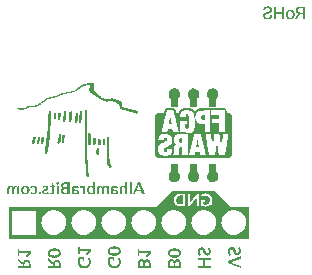
<source format=gbo>
G04*
G04 #@! TF.GenerationSoftware,Altium Limited,Altium Designer,18.0.12 (696)*
G04*
G04 Layer_Color=32896*
%FSLAX44Y44*%
%MOMM*%
G71*
G01*
G75*
G36*
X245907Y82300D02*
X262000D01*
Y55300D01*
X84000D01*
Y55250D01*
X58250D01*
Y82250D01*
X83600D01*
Y82300D01*
X183067D01*
X196265Y95498D01*
Y95500D01*
X196267D01*
X196267Y95500D01*
Y95500D01*
X232707D01*
Y82300D01*
D01*
Y95500D01*
X245907Y82300D01*
D02*
G37*
G36*
X291529Y241000D02*
X289855D01*
Y245836D01*
X284881D01*
Y241000D01*
X283194D01*
Y251747D01*
X284881D01*
Y247248D01*
X289855D01*
Y251747D01*
X291529D01*
Y241000D01*
D02*
G37*
G36*
X309013D02*
X307325D01*
Y245236D01*
X305114D01*
X302839Y241000D01*
X301115D01*
Y241262D01*
X303576Y245599D01*
X303264Y245736D01*
X302976Y245899D01*
X302727Y246074D01*
X302527Y246249D01*
X302364Y246411D01*
X302239Y246549D01*
X302189Y246598D01*
X302164Y246636D01*
X302139Y246661D01*
Y246674D01*
X302039Y246824D01*
X301952Y246973D01*
X301814Y247273D01*
X301714Y247573D01*
X301652Y247848D01*
X301627Y247986D01*
X301602Y248098D01*
X301589Y248198D01*
Y248286D01*
X301577Y248361D01*
Y248411D01*
Y248448D01*
Y248461D01*
X301589Y248748D01*
X301614Y249023D01*
X301664Y249273D01*
X301727Y249510D01*
X301814Y249735D01*
X301889Y249935D01*
X301989Y250110D01*
X302077Y250273D01*
X302164Y250423D01*
X302264Y250548D01*
X302339Y250648D01*
X302414Y250735D01*
X302489Y250810D01*
X302539Y250860D01*
X302564Y250885D01*
X302577Y250897D01*
X302777Y251047D01*
X302989Y251172D01*
X303214Y251297D01*
X303439Y251385D01*
X303676Y251472D01*
X303914Y251535D01*
X304364Y251647D01*
X304576Y251672D01*
X304776Y251697D01*
X304951Y251722D01*
X305101Y251735D01*
X305226Y251747D01*
X309013D01*
Y241000D01*
D02*
G37*
G36*
X297203Y249173D02*
X297565Y249110D01*
X297890Y249035D01*
X298040Y248985D01*
X298178Y248935D01*
X298303Y248885D01*
X298403Y248836D01*
X298503Y248798D01*
X298578Y248761D01*
X298640Y248723D01*
X298690Y248698D01*
X298715Y248685D01*
X298728Y248673D01*
X299028Y248461D01*
X299277Y248223D01*
X299502Y247986D01*
X299690Y247748D01*
X299840Y247536D01*
X299890Y247448D01*
X299940Y247361D01*
X299977Y247298D01*
X300002Y247248D01*
X300027Y247223D01*
Y247211D01*
X300177Y246849D01*
X300290Y246486D01*
X300377Y246136D01*
X300427Y245799D01*
X300452Y245661D01*
X300465Y245524D01*
X300477Y245399D01*
Y245299D01*
X300490Y245211D01*
Y245149D01*
Y245111D01*
Y245099D01*
Y244999D01*
X300477Y244662D01*
X300440Y244337D01*
X300390Y244024D01*
X300327Y243749D01*
X300252Y243474D01*
X300165Y243224D01*
X300077Y242999D01*
X299977Y242799D01*
X299890Y242612D01*
X299802Y242450D01*
X299715Y242312D01*
X299640Y242200D01*
X299565Y242112D01*
X299515Y242037D01*
X299490Y242000D01*
X299477Y241987D01*
X299277Y241787D01*
X299065Y241612D01*
X298853Y241462D01*
X298628Y241325D01*
X298403Y241225D01*
X298178Y241125D01*
X297965Y241050D01*
X297753Y240987D01*
X297565Y240950D01*
X297378Y240912D01*
X297215Y240888D01*
X297078Y240863D01*
X296966D01*
X296878Y240850D01*
X296803D01*
X296403Y240875D01*
X296041Y240938D01*
X295716Y241012D01*
X295566Y241063D01*
X295428Y241112D01*
X295316Y241162D01*
X295203Y241212D01*
X295103Y241250D01*
X295028Y241287D01*
X294966Y241325D01*
X294916Y241350D01*
X294891Y241375D01*
X294879D01*
X294579Y241587D01*
X294316Y241825D01*
X294091Y242075D01*
X293904Y242300D01*
X293766Y242512D01*
X293704Y242600D01*
X293666Y242687D01*
X293629Y242750D01*
X293604Y242799D01*
X293579Y242824D01*
Y242837D01*
X293429Y243199D01*
X293316Y243562D01*
X293229Y243912D01*
X293179Y244237D01*
X293154Y244387D01*
X293141Y244524D01*
X293129Y244636D01*
Y244736D01*
X293116Y244824D01*
Y244886D01*
Y244924D01*
Y244937D01*
Y245036D01*
X293129Y245374D01*
X293154Y245699D01*
X293216Y246011D01*
X293279Y246299D01*
X293354Y246561D01*
X293442Y246811D01*
X293529Y247036D01*
X293629Y247236D01*
X293729Y247423D01*
X293816Y247586D01*
X293904Y247723D01*
X293979Y247836D01*
X294041Y247936D01*
X294091Y247998D01*
X294129Y248036D01*
X294141Y248048D01*
X294341Y248248D01*
X294554Y248423D01*
X294766Y248585D01*
X294991Y248710D01*
X295216Y248823D01*
X295441Y248923D01*
X295653Y248998D01*
X295866Y249060D01*
X296053Y249098D01*
X296241Y249135D01*
X296403Y249160D01*
X296541Y249185D01*
X296653D01*
X296741Y249198D01*
X296816D01*
X297203Y249173D01*
D02*
G37*
G36*
X277945Y251872D02*
X278233Y251847D01*
X278495Y251810D01*
X278758Y251747D01*
X278995Y251685D01*
X279208Y251622D01*
X279408Y251535D01*
X279595Y251460D01*
X279757Y251385D01*
X279907Y251310D01*
X280032Y251235D01*
X280132Y251172D01*
X280207Y251110D01*
X280270Y251072D01*
X280307Y251047D01*
X280320Y251035D01*
X280495Y250872D01*
X280657Y250697D01*
X280795Y250522D01*
X280907Y250335D01*
X281007Y250160D01*
X281095Y249985D01*
X281157Y249810D01*
X281220Y249648D01*
X281257Y249485D01*
X281295Y249348D01*
X281307Y249210D01*
X281332Y249098D01*
Y249010D01*
X281345Y248948D01*
Y248898D01*
Y248885D01*
X281332Y248673D01*
X281307Y248473D01*
X281270Y248273D01*
X281207Y248098D01*
X281082Y247761D01*
X281007Y247611D01*
X280920Y247486D01*
X280845Y247361D01*
X280770Y247261D01*
X280707Y247161D01*
X280632Y247086D01*
X280582Y247023D01*
X280545Y246986D01*
X280520Y246961D01*
X280507Y246949D01*
X280332Y246811D01*
X280145Y246674D01*
X279945Y246536D01*
X279732Y246424D01*
X279295Y246199D01*
X278858Y246011D01*
X278658Y245924D01*
X278458Y245861D01*
X278295Y245799D01*
X278145Y245749D01*
X278020Y245699D01*
X277920Y245674D01*
X277870Y245661D01*
X277845Y245649D01*
X277596Y245574D01*
X277371Y245499D01*
X277158Y245424D01*
X276971Y245361D01*
X276796Y245286D01*
X276646Y245224D01*
X276508Y245161D01*
X276383Y245111D01*
X276283Y245049D01*
X276196Y245011D01*
X276121Y244961D01*
X276071Y244924D01*
X276021Y244899D01*
X275996Y244874D01*
X275971Y244862D01*
X275809Y244699D01*
X275683Y244524D01*
X275596Y244349D01*
X275534Y244174D01*
X275496Y244012D01*
X275483Y243887D01*
X275471Y243837D01*
Y243799D01*
Y243787D01*
Y243774D01*
Y243649D01*
X275496Y243524D01*
X275558Y243312D01*
X275646Y243112D01*
X275734Y242962D01*
X275833Y242824D01*
X275921Y242737D01*
X275983Y242687D01*
X275996Y242662D01*
X276008D01*
X276221Y242525D01*
X276471Y242437D01*
X276733Y242362D01*
X276983Y242312D01*
X277208Y242287D01*
X277308Y242275D01*
X277396D01*
X277470Y242262D01*
X277570D01*
X277970Y242287D01*
X278320Y242337D01*
X278620Y242425D01*
X278758Y242462D01*
X278870Y242512D01*
X278983Y242562D01*
X279083Y242600D01*
X279158Y242650D01*
X279220Y242687D01*
X279270Y242712D01*
X279320Y242737D01*
X279333Y242762D01*
X279345D01*
X279457Y242862D01*
X279557Y242974D01*
X279645Y243099D01*
X279720Y243224D01*
X279832Y243474D01*
X279907Y243724D01*
X279957Y243962D01*
X279970Y244062D01*
X279982Y244137D01*
X279995Y244212D01*
Y244262D01*
Y244299D01*
Y244312D01*
X281682D01*
X281657Y243912D01*
X281595Y243562D01*
X281520Y243237D01*
X281469Y243099D01*
X281420Y242974D01*
X281369Y242850D01*
X281320Y242750D01*
X281282Y242662D01*
X281245Y242587D01*
X281207Y242525D01*
X281182Y242487D01*
X281157Y242462D01*
Y242450D01*
X280932Y242187D01*
X280695Y241950D01*
X280445Y241750D01*
X280207Y241587D01*
X279995Y241450D01*
X279895Y241400D01*
X279820Y241350D01*
X279745Y241325D01*
X279695Y241300D01*
X279670Y241275D01*
X279657D01*
X279283Y241137D01*
X278920Y241025D01*
X278570Y240950D01*
X278245Y240900D01*
X278108Y240888D01*
X277970Y240875D01*
X277858Y240863D01*
X277758D01*
X277683Y240850D01*
X277570D01*
X277258Y240863D01*
X276958Y240888D01*
X276683Y240925D01*
X276421Y240975D01*
X276171Y241038D01*
X275946Y241100D01*
X275746Y241175D01*
X275558Y241250D01*
X275384Y241325D01*
X275234Y241400D01*
X275109Y241462D01*
X275009Y241525D01*
X274934Y241575D01*
X274871Y241612D01*
X274834Y241637D01*
X274821Y241650D01*
X274634Y241812D01*
X274484Y241975D01*
X274334Y242150D01*
X274221Y242325D01*
X274121Y242500D01*
X274034Y242687D01*
X273971Y242862D01*
X273909Y243025D01*
X273871Y243187D01*
X273834Y243324D01*
X273822Y243462D01*
X273797Y243574D01*
Y243674D01*
X273784Y243737D01*
Y243787D01*
Y243799D01*
X273797Y244099D01*
X273846Y244374D01*
X273897Y244612D01*
X273971Y244824D01*
X274034Y244999D01*
X274096Y245124D01*
X274121Y245174D01*
X274146Y245211D01*
X274159Y245224D01*
Y245236D01*
X274309Y245461D01*
X274484Y245674D01*
X274684Y245849D01*
X274859Y246011D01*
X275034Y246136D01*
X275171Y246236D01*
X275221Y246261D01*
X275259Y246286D01*
X275284Y246311D01*
X275296D01*
X275446Y246399D01*
X275609Y246474D01*
X275933Y246636D01*
X276283Y246773D01*
X276608Y246898D01*
X276771Y246949D01*
X276908Y246998D01*
X277033Y247036D01*
X277146Y247073D01*
X277233Y247098D01*
X277296Y247123D01*
X277346Y247136D01*
X277358D01*
X277596Y247211D01*
X277808Y247273D01*
X278008Y247348D01*
X278183Y247423D01*
X278345Y247486D01*
X278495Y247548D01*
X278620Y247611D01*
X278745Y247673D01*
X278845Y247723D01*
X278933Y247773D01*
X278995Y247811D01*
X279058Y247848D01*
X279108Y247886D01*
X279133Y247911D01*
X279145Y247923D01*
X279158D01*
X279320Y248086D01*
X279445Y248248D01*
X279533Y248423D01*
X279595Y248573D01*
X279632Y248710D01*
X279645Y248811D01*
X279657Y248885D01*
Y248910D01*
X279632Y249173D01*
X279570Y249398D01*
X279495Y249598D01*
X279395Y249760D01*
X279295Y249885D01*
X279220Y249985D01*
X279158Y250035D01*
X279133Y250060D01*
X278920Y250198D01*
X278683Y250298D01*
X278433Y250373D01*
X278195Y250423D01*
X277983Y250448D01*
X277883Y250460D01*
X277808Y250473D01*
X277645D01*
X277283Y250448D01*
X276958Y250398D01*
X276683Y250310D01*
X276458Y250223D01*
X276283Y250123D01*
X276208Y250085D01*
X276146Y250035D01*
X276108Y250010D01*
X276071Y249985D01*
X276046Y249960D01*
X275946Y249860D01*
X275858Y249748D01*
X275721Y249510D01*
X275621Y249260D01*
X275558Y249010D01*
X275508Y248773D01*
X275496Y248685D01*
Y248598D01*
X275483Y248523D01*
Y248473D01*
Y248436D01*
Y248423D01*
X273797D01*
X273822Y248798D01*
X273871Y249148D01*
X273946Y249460D01*
X274034Y249723D01*
X274084Y249835D01*
X274134Y249935D01*
X274171Y250023D01*
X274209Y250098D01*
X274234Y250160D01*
X274259Y250198D01*
X274284Y250223D01*
Y250235D01*
X274484Y250510D01*
X274709Y250748D01*
X274934Y250960D01*
X275159Y251135D01*
X275346Y251272D01*
X275434Y251322D01*
X275508Y251372D01*
X275571Y251397D01*
X275621Y251422D01*
X275646Y251447D01*
X275658D01*
X275996Y251597D01*
X276333Y251697D01*
X276671Y251772D01*
X276983Y251835D01*
X277121Y251847D01*
X277246Y251860D01*
X277358Y251872D01*
X277458D01*
X277533Y251885D01*
X277645D01*
X277945Y251872D01*
D02*
G37*
G36*
X100135Y103227D02*
X100264Y103192D01*
X100323Y103180D01*
X100359Y103157D01*
X100382Y103145D01*
X100394D01*
X100535Y103062D01*
X100641Y102992D01*
X100689Y102956D01*
X100724Y102921D01*
X100736Y102909D01*
X100747Y102897D01*
X100842Y102780D01*
X100913Y102674D01*
X100948Y102615D01*
X100971Y102579D01*
X100983Y102556D01*
Y102544D01*
X101030Y102391D01*
X101054Y102261D01*
X101066Y102202D01*
Y102155D01*
Y102131D01*
Y102120D01*
X101054Y101955D01*
X101019Y101813D01*
X101007Y101754D01*
X100995Y101719D01*
X100983Y101695D01*
Y101684D01*
X100901Y101554D01*
X100830Y101448D01*
X100771Y101365D01*
X100747Y101354D01*
Y101342D01*
X100630Y101247D01*
X100512Y101177D01*
X100465Y101141D01*
X100429Y101118D01*
X100406Y101106D01*
X100394D01*
X100241Y101059D01*
X100111Y101035D01*
X100052Y101024D01*
X99970D01*
X99805Y101035D01*
X99663Y101071D01*
X99604Y101082D01*
X99569Y101094D01*
X99545Y101106D01*
X99534D01*
X99392Y101188D01*
X99274Y101259D01*
X99227Y101294D01*
X99192Y101318D01*
X99180Y101342D01*
X99168D01*
X99062Y101460D01*
X98991Y101566D01*
X98956Y101613D01*
X98933Y101648D01*
X98921Y101672D01*
Y101684D01*
X98862Y101837D01*
X98838Y101978D01*
X98826Y102037D01*
Y102084D01*
Y102108D01*
Y102120D01*
X98838Y102284D01*
X98874Y102414D01*
X98885Y102473D01*
X98909Y102508D01*
X98921Y102532D01*
Y102544D01*
X99003Y102685D01*
X99074Y102803D01*
X99145Y102874D01*
X99156Y102886D01*
X99168Y102897D01*
X99286Y103004D01*
X99404Y103074D01*
X99463Y103110D01*
X99498Y103133D01*
X99522Y103145D01*
X99534D01*
X99687Y103204D01*
X99828Y103227D01*
X99887Y103239D01*
X99970D01*
X100135Y103227D01*
D02*
G37*
G36*
X158744Y92750D02*
X157000D01*
Y97995D01*
X156870Y98124D01*
X156729Y98230D01*
X156611Y98325D01*
X156493Y98407D01*
X156399Y98466D01*
X156328Y98513D01*
X156270Y98537D01*
X156258Y98548D01*
X156104Y98619D01*
X155951Y98666D01*
X155810Y98714D01*
X155680Y98737D01*
X155574Y98749D01*
X155480Y98761D01*
X155409D01*
X155197Y98749D01*
X155008Y98702D01*
X154843Y98643D01*
X154714Y98584D01*
X154620Y98513D01*
X154549Y98454D01*
X154502Y98407D01*
X154490Y98395D01*
X154384Y98242D01*
X154301Y98077D01*
X154254Y97912D01*
X154207Y97735D01*
X154183Y97594D01*
X154172Y97464D01*
Y97417D01*
Y97394D01*
Y97370D01*
Y97358D01*
Y92750D01*
X152427D01*
Y97358D01*
X152439Y97582D01*
X152451Y97794D01*
X152474Y97983D01*
X152510Y98148D01*
X152545Y98289D01*
X152569Y98395D01*
X152581Y98454D01*
X152592Y98478D01*
X152651Y98666D01*
X152734Y98831D01*
X152804Y98973D01*
X152887Y99102D01*
X152958Y99197D01*
X153017Y99279D01*
X153052Y99326D01*
X153064Y99338D01*
X153182Y99468D01*
X153311Y99586D01*
X153441Y99680D01*
X153559Y99762D01*
X153665Y99821D01*
X153747Y99868D01*
X153806Y99892D01*
X153830Y99904D01*
X154007Y99975D01*
X154183Y100022D01*
X154360Y100069D01*
X154525Y100092D01*
X154667Y100104D01*
X154784Y100116D01*
X154879D01*
X155126Y100104D01*
X155350Y100081D01*
X155550Y100034D01*
X155727Y99998D01*
X155869Y99951D01*
X155975Y99904D01*
X156046Y99880D01*
X156057Y99868D01*
X156069D01*
X156258Y99774D01*
X156423Y99656D01*
X156588Y99550D01*
X156729Y99444D01*
X156835Y99350D01*
X156930Y99279D01*
X156977Y99232D01*
X157000Y99208D01*
Y103263D01*
X158744D01*
Y92750D01*
D02*
G37*
G36*
X131378D02*
X130235D01*
X130117Y92762D01*
X130035Y92785D01*
X129976Y92809D01*
X129964Y92821D01*
X129893Y92891D01*
X129846Y92986D01*
X129823Y93056D01*
X129811Y93068D01*
Y93080D01*
X129728Y93575D01*
X129599Y93422D01*
X129481Y93304D01*
X129434Y93257D01*
X129398Y93221D01*
X129375Y93198D01*
X129363Y93186D01*
X129210Y93068D01*
X129080Y92974D01*
X129021Y92939D01*
X128974Y92915D01*
X128950Y92891D01*
X128939D01*
X128762Y92809D01*
X128609Y92762D01*
X128538Y92738D01*
X128491Y92726D01*
X128455Y92715D01*
X128444D01*
X128231Y92679D01*
X128125Y92656D01*
X128031D01*
X127949Y92644D01*
X127831D01*
X127571Y92656D01*
X127324Y92691D01*
X127112Y92738D01*
X126923Y92785D01*
X126758Y92832D01*
X126641Y92880D01*
X126605Y92903D01*
X126570Y92915D01*
X126558Y92927D01*
X126546D01*
X126334Y93045D01*
X126145Y93174D01*
X125981Y93304D01*
X125839Y93434D01*
X125721Y93540D01*
X125639Y93634D01*
X125591Y93693D01*
X125568Y93716D01*
X125427Y93917D01*
X125297Y94117D01*
X125191Y94318D01*
X125097Y94506D01*
X125026Y94671D01*
X124967Y94801D01*
X124955Y94848D01*
X124943Y94883D01*
X124932Y94907D01*
Y94919D01*
X124861Y95178D01*
X124802Y95449D01*
X124767Y95696D01*
X124731Y95932D01*
X124719Y96132D01*
Y96215D01*
X124708Y96286D01*
Y96345D01*
Y96392D01*
Y96415D01*
Y96427D01*
X124719Y96757D01*
X124743Y97052D01*
X124767Y97323D01*
X124802Y97558D01*
X124825Y97653D01*
X124849Y97747D01*
X124861Y97818D01*
X124873Y97888D01*
X124884Y97936D01*
X124896Y97971D01*
X124908Y97995D01*
Y98006D01*
X124991Y98254D01*
X125073Y98478D01*
X125167Y98666D01*
X125250Y98831D01*
X125332Y98973D01*
X125403Y99067D01*
X125450Y99126D01*
X125462Y99150D01*
X125603Y99315D01*
X125745Y99456D01*
X125886Y99586D01*
X126016Y99692D01*
X126134Y99762D01*
X126228Y99821D01*
X126287Y99857D01*
X126311Y99868D01*
X126499Y99951D01*
X126688Y100010D01*
X126864Y100057D01*
X127029Y100081D01*
X127183Y100104D01*
X127289Y100116D01*
X127395D01*
X127654Y100104D01*
X127901Y100069D01*
X128114Y100022D01*
X128302Y99975D01*
X128455Y99927D01*
X128573Y99880D01*
X128609Y99857D01*
X128644Y99845D01*
X128656Y99833D01*
X128668D01*
X128868Y99727D01*
X129045Y99609D01*
X129210Y99480D01*
X129351Y99362D01*
X129469Y99267D01*
X129563Y99173D01*
X129610Y99126D01*
X129634Y99102D01*
Y103263D01*
X131378D01*
Y92750D01*
D02*
G37*
G36*
X139970Y100104D02*
X140064Y100092D01*
X140159Y100081D01*
X140229Y100057D01*
X140288Y100045D01*
X140323Y100034D01*
X140335D01*
X140524Y99975D01*
X140618Y99939D01*
X140689Y99904D01*
X140748Y99880D01*
X140795Y99857D01*
X140830Y99845D01*
X140842Y99833D01*
X141007Y99727D01*
X141149Y99633D01*
X141208Y99586D01*
X141255Y99562D01*
X141278Y99538D01*
X141290Y99527D01*
X141431Y99397D01*
X141561Y99267D01*
X141620Y99220D01*
X141655Y99173D01*
X141679Y99150D01*
X141691Y99138D01*
X141797Y99680D01*
X141844Y99786D01*
X141915Y99868D01*
X141985Y99916D01*
X142056Y99963D01*
X142127Y99986D01*
X142186Y99998D01*
X143305D01*
Y92750D01*
X141561D01*
Y98054D01*
X141455Y98171D01*
X141349Y98278D01*
X141243Y98360D01*
X141149Y98442D01*
X141078Y98490D01*
X141019Y98537D01*
X140972Y98560D01*
X140960Y98572D01*
X140830Y98631D01*
X140712Y98678D01*
X140595Y98714D01*
X140477Y98737D01*
X140394Y98749D01*
X140312Y98761D01*
X140253D01*
X140052Y98749D01*
X139876Y98714D01*
X139722Y98655D01*
X139605Y98596D01*
X139499Y98525D01*
X139440Y98478D01*
X139392Y98431D01*
X139381Y98419D01*
X139286Y98278D01*
X139216Y98112D01*
X139157Y97936D01*
X139121Y97771D01*
X139098Y97606D01*
X139086Y97476D01*
Y97429D01*
Y97394D01*
Y97370D01*
Y97358D01*
Y92750D01*
X137330D01*
Y97358D01*
Y97488D01*
X137318Y97594D01*
X137295Y97700D01*
X137283Y97782D01*
X137259Y97865D01*
X137247Y97912D01*
X137236Y97948D01*
Y97959D01*
X137153Y98148D01*
X137106Y98218D01*
X137059Y98278D01*
X137024Y98325D01*
X136988Y98360D01*
X136976Y98384D01*
X136965Y98395D01*
X136823Y98513D01*
X136694Y98596D01*
X136646Y98631D01*
X136599Y98655D01*
X136576Y98666D01*
X136564D01*
X136387Y98725D01*
X136222Y98749D01*
X136151Y98761D01*
X136057D01*
X135845Y98749D01*
X135668Y98702D01*
X135515Y98655D01*
X135385Y98584D01*
X135291Y98525D01*
X135220Y98466D01*
X135173Y98419D01*
X135162Y98407D01*
X135055Y98266D01*
X134985Y98089D01*
X134926Y97924D01*
X134890Y97747D01*
X134867Y97594D01*
X134855Y97476D01*
Y97429D01*
Y97394D01*
Y97370D01*
Y97358D01*
Y92750D01*
X133111D01*
Y97358D01*
X133123Y97594D01*
X133134Y97818D01*
X133170Y98018D01*
X133193Y98195D01*
X133229Y98325D01*
X133264Y98431D01*
X133276Y98501D01*
X133287Y98525D01*
X133358Y98714D01*
X133429Y98878D01*
X133511Y99020D01*
X133594Y99150D01*
X133665Y99244D01*
X133724Y99326D01*
X133759Y99374D01*
X133771Y99385D01*
X133900Y99515D01*
X134030Y99621D01*
X134160Y99715D01*
X134289Y99786D01*
X134395Y99845D01*
X134478Y99892D01*
X134537Y99916D01*
X134560Y99927D01*
X134737Y99986D01*
X134914Y100034D01*
X135103Y100069D01*
X135267Y100092D01*
X135409Y100104D01*
X135515Y100116D01*
X135621D01*
X135880Y100104D01*
X135998Y100092D01*
X136104Y100081D01*
X136187Y100057D01*
X136257Y100045D01*
X136305Y100034D01*
X136316D01*
X136564Y99963D01*
X136670Y99916D01*
X136764Y99880D01*
X136847Y99845D01*
X136906Y99810D01*
X136953Y99798D01*
X136965Y99786D01*
X137177Y99656D01*
X137271Y99586D01*
X137354Y99527D01*
X137424Y99468D01*
X137471Y99421D01*
X137507Y99385D01*
X137519Y99374D01*
X137695Y99161D01*
X137766Y99067D01*
X137825Y98961D01*
X137872Y98878D01*
X137907Y98808D01*
X137931Y98761D01*
X137943Y98749D01*
X138037Y98973D01*
X138143Y99173D01*
X138249Y99338D01*
X138367Y99480D01*
X138461Y99586D01*
X138544Y99668D01*
X138591Y99727D01*
X138615Y99739D01*
X138791Y99868D01*
X138968Y99963D01*
X139157Y100022D01*
X139334Y100069D01*
X139499Y100092D01*
X139616Y100116D01*
X139734D01*
X139970Y100104D01*
D02*
G37*
G36*
X64177Y100104D02*
X64271Y100092D01*
X64365Y100081D01*
X64436Y100057D01*
X64495Y100045D01*
X64530Y100034D01*
X64542D01*
X64731Y99975D01*
X64825Y99939D01*
X64896Y99904D01*
X64955Y99880D01*
X65002Y99857D01*
X65037Y99845D01*
X65049Y99833D01*
X65214Y99727D01*
X65355Y99633D01*
X65414Y99586D01*
X65461Y99562D01*
X65485Y99538D01*
X65497Y99527D01*
X65638Y99397D01*
X65768Y99267D01*
X65827Y99220D01*
X65862Y99173D01*
X65886Y99150D01*
X65897Y99138D01*
X66004Y99680D01*
X66051Y99786D01*
X66121Y99868D01*
X66192Y99916D01*
X66263Y99963D01*
X66333Y99986D01*
X66392Y99998D01*
X67512D01*
Y92750D01*
X65768D01*
Y98054D01*
X65662Y98171D01*
X65556Y98277D01*
X65450Y98360D01*
X65355Y98442D01*
X65285Y98490D01*
X65226Y98537D01*
X65179Y98560D01*
X65167Y98572D01*
X65037Y98631D01*
X64919Y98678D01*
X64801Y98714D01*
X64684Y98737D01*
X64601Y98749D01*
X64519Y98761D01*
X64460D01*
X64259Y98749D01*
X64082Y98714D01*
X63929Y98655D01*
X63811Y98596D01*
X63705Y98525D01*
X63646Y98478D01*
X63599Y98431D01*
X63587Y98419D01*
X63493Y98277D01*
X63422Y98112D01*
X63364Y97936D01*
X63328Y97771D01*
X63305Y97606D01*
X63293Y97476D01*
Y97429D01*
Y97394D01*
Y97370D01*
Y97358D01*
Y92750D01*
X61537D01*
Y97358D01*
Y97488D01*
X61525Y97594D01*
X61501Y97700D01*
X61490Y97782D01*
X61466Y97865D01*
X61454Y97912D01*
X61442Y97947D01*
Y97959D01*
X61360Y98148D01*
X61313Y98218D01*
X61266Y98277D01*
X61230Y98325D01*
X61195Y98360D01*
X61183Y98384D01*
X61171Y98395D01*
X61030Y98513D01*
X60900Y98596D01*
X60853Y98631D01*
X60806Y98655D01*
X60782Y98666D01*
X60771D01*
X60594Y98725D01*
X60429Y98749D01*
X60358Y98761D01*
X60264D01*
X60052Y98749D01*
X59875Y98702D01*
X59722Y98655D01*
X59592Y98584D01*
X59498Y98525D01*
X59427Y98466D01*
X59380Y98419D01*
X59368Y98407D01*
X59262Y98266D01*
X59191Y98089D01*
X59132Y97924D01*
X59097Y97747D01*
X59074Y97594D01*
X59062Y97476D01*
Y97429D01*
Y97394D01*
Y97370D01*
Y97358D01*
Y92750D01*
X57318D01*
Y97358D01*
X57329Y97594D01*
X57341Y97818D01*
X57376Y98018D01*
X57400Y98195D01*
X57435Y98325D01*
X57471Y98431D01*
X57483Y98501D01*
X57494Y98525D01*
X57565Y98714D01*
X57636Y98878D01*
X57718Y99020D01*
X57801Y99150D01*
X57871Y99244D01*
X57930Y99326D01*
X57966Y99374D01*
X57978Y99385D01*
X58107Y99515D01*
X58237Y99621D01*
X58366Y99715D01*
X58496Y99786D01*
X58602Y99845D01*
X58685Y99892D01*
X58744Y99916D01*
X58767Y99927D01*
X58944Y99986D01*
X59121Y100034D01*
X59309Y100069D01*
X59474Y100092D01*
X59616Y100104D01*
X59722Y100116D01*
X59828D01*
X60087Y100104D01*
X60205Y100092D01*
X60311Y100081D01*
X60394Y100057D01*
X60464Y100045D01*
X60511Y100034D01*
X60523D01*
X60771Y99963D01*
X60877Y99916D01*
X60971Y99880D01*
X61054Y99845D01*
X61112Y99810D01*
X61160Y99798D01*
X61171Y99786D01*
X61384Y99656D01*
X61478Y99586D01*
X61560Y99527D01*
X61631Y99468D01*
X61678Y99421D01*
X61714Y99385D01*
X61725Y99374D01*
X61902Y99161D01*
X61973Y99067D01*
X62032Y98961D01*
X62079Y98878D01*
X62114Y98808D01*
X62138Y98761D01*
X62150Y98749D01*
X62244Y98973D01*
X62350Y99173D01*
X62456Y99338D01*
X62574Y99480D01*
X62668Y99586D01*
X62751Y99668D01*
X62798Y99727D01*
X62821Y99739D01*
X62998Y99868D01*
X63175Y99963D01*
X63364Y100022D01*
X63540Y100069D01*
X63705Y100092D01*
X63823Y100116D01*
X63941D01*
X64177Y100104D01*
D02*
G37*
G36*
X148055Y100128D02*
X148361Y100092D01*
X148656Y100034D01*
X148939Y99963D01*
X149210Y99868D01*
X149457Y99774D01*
X149681Y99668D01*
X149894Y99562D01*
X150082Y99456D01*
X150259Y99350D01*
X150400Y99256D01*
X150518Y99161D01*
X150612Y99091D01*
X150683Y99032D01*
X150730Y98996D01*
X150742Y98985D01*
X150424Y98431D01*
X150353Y98336D01*
X150294Y98266D01*
X150247Y98207D01*
X150223Y98195D01*
X150117Y98148D01*
X150023Y98124D01*
X149941Y98112D01*
X149917D01*
X149764Y98124D01*
X149646Y98160D01*
X149599Y98183D01*
X149564Y98195D01*
X149540Y98207D01*
X149528D01*
X149387Y98278D01*
X149269Y98360D01*
X149210Y98384D01*
X149174Y98407D01*
X149151Y98431D01*
X149139D01*
X148974Y98525D01*
X148809Y98596D01*
X148750Y98619D01*
X148691Y98643D01*
X148656Y98655D01*
X148644D01*
X148526Y98690D01*
X148408Y98714D01*
X148291Y98737D01*
X148184Y98749D01*
X148090Y98761D01*
X147937D01*
X147737Y98749D01*
X147560Y98702D01*
X147407Y98655D01*
X147277Y98584D01*
X147183Y98525D01*
X147112Y98466D01*
X147065Y98419D01*
X147053Y98407D01*
X146947Y98254D01*
X146865Y98089D01*
X146817Y97912D01*
X146770Y97735D01*
X146747Y97570D01*
X146735Y97441D01*
Y97394D01*
Y97358D01*
Y97335D01*
Y97323D01*
Y96910D01*
X147183Y96887D01*
X147383Y96875D01*
X147584Y96851D01*
X147760Y96840D01*
X147937Y96816D01*
X148090Y96792D01*
X148232Y96769D01*
X148361Y96757D01*
X148479Y96734D01*
X148574Y96710D01*
X148656Y96698D01*
X148727Y96686D01*
X148774Y96675D01*
X148797Y96663D01*
X148809D01*
X149104Y96580D01*
X149363Y96486D01*
X149587Y96404D01*
X149787Y96309D01*
X149941Y96238D01*
X150047Y96180D01*
X150117Y96132D01*
X150129Y96121D01*
X150141D01*
X150318Y96003D01*
X150459Y95873D01*
X150577Y95755D01*
X150683Y95638D01*
X150754Y95543D01*
X150801Y95472D01*
X150836Y95425D01*
X150848Y95402D01*
X150919Y95249D01*
X150966Y95107D01*
X151013Y94978D01*
X151037Y94848D01*
X151048Y94754D01*
X151060Y94671D01*
Y94624D01*
Y94600D01*
X151048Y94424D01*
X151037Y94259D01*
X151013Y94105D01*
X150978Y93988D01*
X150954Y93881D01*
X150931Y93811D01*
X150919Y93752D01*
X150907Y93740D01*
X150848Y93610D01*
X150777Y93492D01*
X150707Y93386D01*
X150636Y93292D01*
X150577Y93221D01*
X150530Y93174D01*
X150494Y93139D01*
X150483Y93127D01*
X150259Y92962D01*
X150141Y92903D01*
X150035Y92844D01*
X149952Y92809D01*
X149870Y92774D01*
X149823Y92762D01*
X149811Y92750D01*
X149516Y92679D01*
X149375Y92656D01*
X149245Y92644D01*
X149127D01*
X149045Y92632D01*
X148821D01*
X148691Y92644D01*
X148574Y92656D01*
X148467Y92668D01*
X148385D01*
X148326Y92679D01*
X148279Y92691D01*
X148267D01*
X148043Y92750D01*
X147937Y92774D01*
X147843Y92809D01*
X147772Y92832D01*
X147713Y92856D01*
X147678Y92880D01*
X147666D01*
X147466Y92986D01*
X147371Y93033D01*
X147289Y93092D01*
X147218Y93127D01*
X147171Y93162D01*
X147136Y93186D01*
X147124Y93198D01*
X146924Y93351D01*
X146829Y93422D01*
X146747Y93492D01*
X146676Y93551D01*
X146629Y93599D01*
X146594Y93622D01*
X146582Y93634D01*
X146417Y93115D01*
X146381Y93045D01*
X146358Y92974D01*
X146322Y92927D01*
X146287Y92880D01*
X146228Y92832D01*
X146205Y92821D01*
X146087Y92785D01*
X145957Y92762D01*
X145898Y92750D01*
X145026D01*
Y97323D01*
X145038Y97547D01*
X145050Y97759D01*
X145085Y97959D01*
X145120Y98124D01*
X145156Y98266D01*
X145179Y98360D01*
X145203Y98431D01*
X145215Y98454D01*
X145285Y98643D01*
X145368Y98808D01*
X145462Y98961D01*
X145545Y99091D01*
X145627Y99197D01*
X145686Y99279D01*
X145733Y99326D01*
X145745Y99338D01*
X145875Y99468D01*
X146016Y99586D01*
X146157Y99692D01*
X146299Y99774D01*
X146417Y99845D01*
X146511Y99892D01*
X146570Y99916D01*
X146582Y99927D01*
X146594D01*
X146782Y99998D01*
X146982Y100045D01*
X147171Y100092D01*
X147348Y100116D01*
X147501Y100128D01*
X147619Y100140D01*
X147725D01*
X148055Y100128D01*
D02*
G37*
G36*
X114914D02*
X115220Y100092D01*
X115515Y100034D01*
X115798Y99963D01*
X116069Y99868D01*
X116316Y99774D01*
X116540Y99668D01*
X116752Y99562D01*
X116941Y99456D01*
X117118Y99350D01*
X117259Y99256D01*
X117377Y99161D01*
X117471Y99091D01*
X117542Y99032D01*
X117589Y98996D01*
X117601Y98985D01*
X117283Y98431D01*
X117212Y98336D01*
X117153Y98266D01*
X117106Y98207D01*
X117082Y98195D01*
X116976Y98148D01*
X116882Y98124D01*
X116799Y98112D01*
X116776D01*
X116623Y98124D01*
X116505Y98160D01*
X116458Y98183D01*
X116422Y98195D01*
X116399Y98207D01*
X116387D01*
X116246Y98278D01*
X116128Y98360D01*
X116069Y98384D01*
X116033Y98407D01*
X116010Y98431D01*
X115998D01*
X115833Y98525D01*
X115668Y98596D01*
X115609Y98619D01*
X115550Y98643D01*
X115515Y98655D01*
X115503D01*
X115385Y98690D01*
X115267Y98714D01*
X115149Y98737D01*
X115043Y98749D01*
X114949Y98761D01*
X114796D01*
X114596Y98749D01*
X114419Y98702D01*
X114266Y98655D01*
X114136Y98584D01*
X114042Y98525D01*
X113971Y98466D01*
X113924Y98419D01*
X113912Y98407D01*
X113806Y98254D01*
X113723Y98089D01*
X113676Y97912D01*
X113629Y97735D01*
X113606Y97570D01*
X113594Y97441D01*
Y97394D01*
Y97358D01*
Y97335D01*
Y97323D01*
Y96910D01*
X114042Y96887D01*
X114242Y96875D01*
X114442Y96851D01*
X114619Y96840D01*
X114796Y96816D01*
X114949Y96792D01*
X115091Y96769D01*
X115220Y96757D01*
X115338Y96734D01*
X115432Y96710D01*
X115515Y96698D01*
X115586Y96686D01*
X115633Y96675D01*
X115656Y96663D01*
X115668D01*
X115963Y96580D01*
X116222Y96486D01*
X116446Y96404D01*
X116646Y96309D01*
X116799Y96238D01*
X116906Y96180D01*
X116976Y96132D01*
X116988Y96121D01*
X117000D01*
X117177Y96003D01*
X117318Y95873D01*
X117436Y95755D01*
X117542Y95638D01*
X117613Y95543D01*
X117660Y95472D01*
X117695Y95425D01*
X117707Y95402D01*
X117778Y95249D01*
X117825Y95107D01*
X117872Y94978D01*
X117895Y94848D01*
X117907Y94754D01*
X117919Y94671D01*
Y94624D01*
Y94600D01*
X117907Y94424D01*
X117895Y94259D01*
X117872Y94105D01*
X117837Y93988D01*
X117813Y93881D01*
X117789Y93811D01*
X117778Y93752D01*
X117766Y93740D01*
X117707Y93610D01*
X117636Y93492D01*
X117566Y93386D01*
X117495Y93292D01*
X117436Y93221D01*
X117389Y93174D01*
X117353Y93139D01*
X117342Y93127D01*
X117118Y92962D01*
X117000Y92903D01*
X116894Y92844D01*
X116811Y92809D01*
X116729Y92774D01*
X116682Y92762D01*
X116670Y92750D01*
X116375Y92679D01*
X116234Y92656D01*
X116104Y92644D01*
X115986D01*
X115904Y92632D01*
X115680D01*
X115550Y92644D01*
X115432Y92656D01*
X115326Y92668D01*
X115244D01*
X115185Y92679D01*
X115138Y92691D01*
X115126D01*
X114902Y92750D01*
X114796Y92774D01*
X114702Y92809D01*
X114631Y92832D01*
X114572Y92856D01*
X114537Y92880D01*
X114525D01*
X114325Y92986D01*
X114230Y93033D01*
X114148Y93092D01*
X114077Y93127D01*
X114030Y93162D01*
X113995Y93186D01*
X113983Y93198D01*
X113782Y93351D01*
X113688Y93422D01*
X113606Y93492D01*
X113535Y93551D01*
X113488Y93599D01*
X113452Y93622D01*
X113441Y93634D01*
X113276Y93115D01*
X113240Y93045D01*
X113217Y92974D01*
X113181Y92927D01*
X113146Y92880D01*
X113087Y92832D01*
X113063Y92821D01*
X112946Y92785D01*
X112816Y92762D01*
X112757Y92750D01*
X111885D01*
Y97323D01*
X111897Y97547D01*
X111909Y97759D01*
X111944Y97959D01*
X111979Y98124D01*
X112015Y98266D01*
X112038Y98360D01*
X112062Y98431D01*
X112073Y98454D01*
X112144Y98643D01*
X112227Y98808D01*
X112321Y98961D01*
X112403Y99091D01*
X112486Y99197D01*
X112545Y99279D01*
X112592Y99326D01*
X112604Y99338D01*
X112733Y99468D01*
X112875Y99586D01*
X113016Y99692D01*
X113158Y99774D01*
X113276Y99845D01*
X113370Y99892D01*
X113429Y99916D01*
X113441Y99927D01*
X113452D01*
X113641Y99998D01*
X113841Y100045D01*
X114030Y100092D01*
X114207Y100116D01*
X114360Y100128D01*
X114478Y100140D01*
X114584D01*
X114914Y100128D01*
D02*
G37*
G36*
X95962Y102214D02*
X96045Y102190D01*
X96092Y102155D01*
X96116Y102143D01*
X96175Y102072D01*
X96222Y102002D01*
X96245Y101943D01*
Y101931D01*
Y101919D01*
X96611Y99951D01*
X97778Y99751D01*
Y99055D01*
X97766Y98937D01*
X97730Y98843D01*
X97695Y98796D01*
X97683Y98772D01*
X97601Y98725D01*
X97518Y98702D01*
X97459Y98690D01*
X96693D01*
Y94636D01*
X96681Y94459D01*
X96670Y94306D01*
X96611Y94011D01*
X96528Y93752D01*
X96434Y93551D01*
X96351Y93375D01*
X96269Y93257D01*
X96234Y93221D01*
X96210Y93186D01*
X96187Y93174D01*
Y93162D01*
X96092Y93068D01*
X95974Y92986D01*
X95750Y92856D01*
X95503Y92762D01*
X95267Y92703D01*
X95067Y92656D01*
X94973Y92644D01*
X94890D01*
X94831Y92632D01*
X94737D01*
X94537Y92644D01*
X94348Y92656D01*
X94183Y92679D01*
X94030Y92715D01*
X93900Y92738D01*
X93794Y92762D01*
X93735Y92774D01*
X93712Y92785D01*
X93535Y92856D01*
X93370Y92927D01*
X93216Y93009D01*
X93087Y93092D01*
X92981Y93162D01*
X92910Y93221D01*
X92851Y93257D01*
X92839Y93268D01*
X93358Y94117D01*
X93405Y94164D01*
X93440Y94200D01*
X93464Y94211D01*
X93476Y94223D01*
X93511Y94247D01*
X93546Y94270D01*
X93594D01*
X93641Y94258D01*
X93688Y94247D01*
X93712Y94235D01*
X93723Y94223D01*
X93818Y94164D01*
X93853Y94152D01*
X93865Y94141D01*
X93935Y94117D01*
X93994Y94094D01*
X94042Y94082D01*
X94065Y94070D01*
X94148Y94046D01*
X94242Y94035D01*
X94336D01*
X94430Y94046D01*
X94525Y94070D01*
X94607Y94094D01*
X94666Y94129D01*
X94713Y94164D01*
X94749Y94200D01*
X94772Y94211D01*
X94784Y94223D01*
X94843Y94306D01*
X94878Y94388D01*
X94925Y94565D01*
X94937Y94636D01*
X94949Y94695D01*
Y94742D01*
Y94754D01*
Y98690D01*
X93040D01*
Y99939D01*
X94949D01*
Y102226D01*
X95857D01*
X95962Y102214D01*
D02*
G37*
G36*
X79557Y100104D02*
X79852Y100069D01*
X80111Y100022D01*
X80335Y99975D01*
X80512Y99927D01*
X80594Y99904D01*
X80653Y99880D01*
X80700Y99857D01*
X80736Y99845D01*
X80759Y99833D01*
X80771D01*
X81007Y99715D01*
X81219Y99586D01*
X81407Y99456D01*
X81572Y99338D01*
X81702Y99220D01*
X81796Y99126D01*
X81855Y99067D01*
X81879Y99055D01*
Y99044D01*
X82032Y98855D01*
X82162Y98655D01*
X82280Y98454D01*
X82374Y98266D01*
X82456Y98112D01*
X82503Y97983D01*
X82527Y97936D01*
X82539Y97900D01*
X82550Y97877D01*
Y97865D01*
X82621Y97606D01*
X82680Y97346D01*
X82716Y97099D01*
X82751Y96863D01*
X82763Y96675D01*
Y96592D01*
X82774Y96521D01*
Y96462D01*
Y96415D01*
Y96392D01*
Y96380D01*
X82763Y96062D01*
X82739Y95755D01*
X82692Y95496D01*
X82645Y95260D01*
X82633Y95154D01*
X82610Y95072D01*
X82586Y94989D01*
X82562Y94918D01*
X82550Y94871D01*
X82539Y94836D01*
X82527Y94812D01*
Y94801D01*
X82421Y94553D01*
X82303Y94329D01*
X82197Y94117D01*
X82079Y93952D01*
X81985Y93811D01*
X81902Y93705D01*
X81855Y93646D01*
X81832Y93622D01*
X81655Y93457D01*
X81478Y93304D01*
X81301Y93174D01*
X81148Y93080D01*
X81007Y92998D01*
X80889Y92938D01*
X80818Y92903D01*
X80806Y92891D01*
X80794D01*
X80571Y92809D01*
X80347Y92750D01*
X80123Y92703D01*
X79934Y92679D01*
X79769Y92656D01*
X79640Y92644D01*
X79522D01*
X79239Y92656D01*
X79109Y92668D01*
X78991Y92679D01*
X78885D01*
X78815Y92691D01*
X78756Y92703D01*
X78744D01*
X78461Y92750D01*
X78331Y92785D01*
X78225Y92821D01*
X78131Y92844D01*
X78048Y92868D01*
X78001Y92891D01*
X77990D01*
X77730Y93009D01*
X77612Y93068D01*
X77506Y93127D01*
X77412Y93174D01*
X77353Y93221D01*
X77306Y93245D01*
X77294Y93257D01*
X77047Y93445D01*
X76941Y93540D01*
X76846Y93634D01*
X76764Y93716D01*
X76705Y93775D01*
X76670Y93822D01*
X76658Y93834D01*
X77165Y94471D01*
X77212Y94530D01*
X77259Y94565D01*
X77365Y94612D01*
X77412Y94624D01*
X77447Y94636D01*
X77483D01*
X77601Y94624D01*
X77695Y94588D01*
X77754Y94541D01*
X77766Y94530D01*
X77777D01*
X77883Y94447D01*
X77978Y94376D01*
X78048Y94318D01*
X78072Y94306D01*
X78084Y94294D01*
X78225Y94211D01*
X78367Y94141D01*
X78426Y94105D01*
X78473Y94094D01*
X78508Y94070D01*
X78520D01*
X78626Y94035D01*
X78732Y94011D01*
X78850Y93999D01*
X78956Y93988D01*
X79050Y93976D01*
X79192D01*
X79345Y93988D01*
X79486Y93999D01*
X79616Y94023D01*
X79722Y94058D01*
X79816Y94082D01*
X79887Y94105D01*
X79934Y94117D01*
X79946Y94129D01*
X80064Y94188D01*
X80170Y94270D01*
X80264Y94341D01*
X80347Y94412D01*
X80417Y94482D01*
X80464Y94541D01*
X80500Y94577D01*
X80512Y94588D01*
X80594Y94718D01*
X80665Y94848D01*
X80724Y94966D01*
X80771Y95095D01*
X80806Y95201D01*
X80842Y95284D01*
X80853Y95331D01*
X80865Y95355D01*
X80900Y95531D01*
X80936Y95708D01*
X80960Y95873D01*
X80971Y96038D01*
Y96180D01*
X80983Y96286D01*
Y96356D01*
Y96368D01*
Y96380D01*
Y96580D01*
X80971Y96781D01*
X80948Y96946D01*
X80924Y97099D01*
X80912Y97217D01*
X80889Y97311D01*
X80877Y97358D01*
Y97382D01*
X80830Y97547D01*
X80771Y97688D01*
X80712Y97818D01*
X80665Y97924D01*
X80618Y98018D01*
X80571Y98077D01*
X80547Y98124D01*
X80535Y98136D01*
X80441Y98242D01*
X80347Y98336D01*
X80252Y98419D01*
X80158Y98490D01*
X80076Y98537D01*
X80017Y98572D01*
X79970Y98596D01*
X79958Y98607D01*
X79816Y98666D01*
X79687Y98714D01*
X79545Y98737D01*
X79416Y98761D01*
X79310Y98772D01*
X79227Y98784D01*
X79015D01*
X78897Y98772D01*
X78803Y98761D01*
X78708Y98749D01*
X78638Y98725D01*
X78591Y98714D01*
X78555Y98702D01*
X78543D01*
X78367Y98643D01*
X78237Y98572D01*
X78190Y98548D01*
X78155Y98537D01*
X78131Y98513D01*
X78119D01*
X78001Y98442D01*
X77907Y98384D01*
X77848Y98336D01*
X77825Y98325D01*
X77730Y98289D01*
X77636Y98266D01*
X77577Y98254D01*
X77553D01*
X77459Y98266D01*
X77388Y98277D01*
X77353Y98289D01*
X77341Y98301D01*
X77282Y98348D01*
X77235Y98407D01*
X77200Y98454D01*
X77188Y98466D01*
X76728Y99102D01*
X76917Y99279D01*
X77106Y99421D01*
X77294Y99550D01*
X77471Y99656D01*
X77612Y99739D01*
X77730Y99798D01*
X77777Y99821D01*
X77813Y99833D01*
X77825Y99845D01*
X77836D01*
X78072Y99939D01*
X78308Y99998D01*
X78543Y100045D01*
X78767Y100081D01*
X78956Y100104D01*
X79038D01*
X79109Y100116D01*
X79251D01*
X79557Y100104D01*
D02*
G37*
G36*
X173512Y92750D02*
X172027D01*
X171944Y92762D01*
X171862Y92774D01*
X171732Y92821D01*
X171685Y92844D01*
X171650Y92856D01*
X171638Y92880D01*
X171626D01*
X171520Y92986D01*
X171449Y93080D01*
X171414Y93151D01*
X171402Y93162D01*
Y93174D01*
X170636Y95272D01*
X166405D01*
X165639Y93174D01*
X165568Y93056D01*
X165498Y92950D01*
X165439Y92891D01*
X165427Y92880D01*
X165415Y92868D01*
X165285Y92797D01*
X165144Y92762D01*
X165085D01*
X165038Y92750D01*
X163529D01*
X167548Y102980D01*
X169493D01*
X173512Y92750D01*
D02*
G37*
G36*
X162457D02*
X160713D01*
Y103263D01*
X162457D01*
Y92750D01*
D02*
G37*
G36*
X119852Y100128D02*
X120076Y100081D01*
X120276Y100010D01*
X120453Y99939D01*
X120595Y99868D01*
X120701Y99798D01*
X120771Y99751D01*
X120783Y99739D01*
X120795D01*
X120983Y99586D01*
X121148Y99409D01*
X121302Y99232D01*
X121431Y99067D01*
X121549Y98914D01*
X121620Y98784D01*
X121655Y98749D01*
X121679Y98714D01*
X121691Y98690D01*
Y98678D01*
X121808Y99562D01*
X121820Y99645D01*
X121844Y99715D01*
X121867Y99774D01*
X121891Y99821D01*
X121938Y99868D01*
X121950Y99892D01*
X121997Y99927D01*
X122056Y99951D01*
X122174Y99986D01*
X122233Y99998D01*
X123341D01*
Y92750D01*
X121596D01*
Y97264D01*
X121490Y97464D01*
X121384Y97641D01*
X121278Y97794D01*
X121172Y97912D01*
X121089Y98018D01*
X121007Y98077D01*
X120960Y98124D01*
X120948Y98136D01*
X120795Y98242D01*
X120642Y98313D01*
X120477Y98372D01*
X120335Y98407D01*
X120205Y98431D01*
X120099Y98442D01*
X119899D01*
X119805Y98431D01*
X119722D01*
X119652Y98419D01*
X119593Y98407D01*
X119557D01*
X119534Y98395D01*
X119522D01*
X119392Y98372D01*
X119298Y98360D01*
X119251Y98348D01*
X119227D01*
X119145Y98360D01*
X119086Y98372D01*
X119051Y98384D01*
X119039Y98395D01*
X118992Y98442D01*
X118968Y98501D01*
X118945Y98548D01*
Y98572D01*
X118721Y99880D01*
X118862Y99963D01*
X119003Y100034D01*
X119157Y100081D01*
X119298Y100104D01*
X119428Y100128D01*
X119522Y100140D01*
X119616D01*
X119852Y100128D01*
D02*
G37*
G36*
X110058Y92750D02*
X106204D01*
X105874Y92762D01*
X105580Y92785D01*
X105309Y92821D01*
X105073Y92868D01*
X104979Y92880D01*
X104884Y92903D01*
X104813Y92927D01*
X104743Y92939D01*
X104696Y92950D01*
X104660Y92962D01*
X104637Y92974D01*
X104625D01*
X104377Y93068D01*
X104153Y93162D01*
X103953Y93269D01*
X103776Y93375D01*
X103647Y93457D01*
X103541Y93528D01*
X103482Y93587D01*
X103458Y93599D01*
X103293Y93752D01*
X103140Y93917D01*
X103010Y94070D01*
X102916Y94223D01*
X102834Y94353D01*
X102775Y94447D01*
X102739Y94518D01*
X102727Y94541D01*
X102645Y94754D01*
X102586Y94966D01*
X102539Y95166D01*
X102515Y95355D01*
X102492Y95508D01*
X102480Y95638D01*
Y95685D01*
Y95720D01*
Y95732D01*
Y95744D01*
Y95908D01*
X102504Y96062D01*
X102574Y96356D01*
X102680Y96628D01*
X102810Y96863D01*
X102975Y97075D01*
X103152Y97264D01*
X103340Y97417D01*
X103541Y97558D01*
X103741Y97688D01*
X103930Y97782D01*
X104106Y97865D01*
X104271Y97924D01*
X104401Y97971D01*
X104507Y98006D01*
X104578Y98030D01*
X104601D01*
X104436Y98089D01*
X104271Y98160D01*
X104142Y98218D01*
X104012Y98278D01*
X103918Y98336D01*
X103847Y98384D01*
X103800Y98407D01*
X103788Y98419D01*
X103659Y98513D01*
X103553Y98596D01*
X103458Y98690D01*
X103376Y98772D01*
X103305Y98831D01*
X103258Y98890D01*
X103234Y98926D01*
X103223Y98937D01*
X103081Y99161D01*
X103022Y99267D01*
X102975Y99362D01*
X102940Y99444D01*
X102916Y99503D01*
X102893Y99550D01*
Y99562D01*
X102822Y99810D01*
X102798Y99927D01*
X102786Y100034D01*
X102775Y100116D01*
Y100187D01*
Y100234D01*
Y100246D01*
X102786Y100481D01*
X102810Y100694D01*
X102845Y100882D01*
X102881Y101047D01*
X102916Y101188D01*
X102951Y101295D01*
X102975Y101354D01*
X102987Y101377D01*
X103081Y101566D01*
X103175Y101731D01*
X103293Y101872D01*
X103399Y102002D01*
X103505Y102096D01*
X103588Y102178D01*
X103635Y102226D01*
X103659Y102237D01*
X103835Y102367D01*
X104036Y102473D01*
X104224Y102567D01*
X104413Y102638D01*
X104578Y102697D01*
X104707Y102744D01*
X104755Y102756D01*
X104790Y102768D01*
X104813Y102780D01*
X104825D01*
X105096Y102850D01*
X105391Y102897D01*
X105674Y102933D01*
X105945Y102956D01*
X106063Y102968D01*
X106181D01*
X106275Y102980D01*
X110058D01*
Y92750D01*
D02*
G37*
G36*
X100842Y92750D02*
X99097D01*
Y99998D01*
X100842D01*
Y92750D01*
D02*
G37*
G36*
X84978Y94777D02*
X85108Y94742D01*
X85167Y94730D01*
X85202Y94706D01*
X85226Y94695D01*
X85238D01*
X85379Y94624D01*
X85485Y94553D01*
X85532Y94518D01*
X85568Y94494D01*
X85579Y94482D01*
X85591Y94471D01*
X85686Y94353D01*
X85756Y94247D01*
X85780Y94200D01*
X85803Y94164D01*
X85815Y94141D01*
Y94129D01*
X85850Y93976D01*
X85874Y93846D01*
X85886Y93799D01*
Y93752D01*
Y93728D01*
Y93716D01*
X85874Y93551D01*
X85850Y93410D01*
X85839Y93351D01*
X85827Y93316D01*
X85815Y93292D01*
Y93280D01*
X85744Y93151D01*
X85674Y93045D01*
X85615Y92974D01*
X85591Y92962D01*
Y92950D01*
X85473Y92856D01*
X85356Y92797D01*
X85308Y92774D01*
X85273Y92750D01*
X85249Y92738D01*
X85238D01*
X85084Y92691D01*
X84955Y92668D01*
X84896Y92656D01*
X84813D01*
X84660Y92668D01*
X84530Y92703D01*
X84472Y92715D01*
X84436Y92726D01*
X84413Y92738D01*
X84401D01*
X84259Y92797D01*
X84153Y92868D01*
X84083Y92927D01*
X84071Y92950D01*
X84059D01*
X83965Y93056D01*
X83894Y93174D01*
X83870Y93210D01*
X83847Y93245D01*
X83835Y93268D01*
Y93280D01*
X83776Y93434D01*
X83753Y93575D01*
X83741Y93634D01*
Y93681D01*
Y93705D01*
Y93716D01*
X83753Y93870D01*
X83788Y93999D01*
X83800Y94058D01*
X83823Y94094D01*
X83835Y94117D01*
Y94129D01*
X83906Y94270D01*
X83977Y94376D01*
X84036Y94447D01*
X84047Y94459D01*
X84059Y94471D01*
X84177Y94565D01*
X84283Y94636D01*
X84330Y94659D01*
X84366Y94683D01*
X84389Y94695D01*
X84401D01*
X84554Y94754D01*
X84684Y94777D01*
X84731Y94789D01*
X84813D01*
X84978Y94777D01*
D02*
G37*
G36*
X72757Y100104D02*
X73028Y100069D01*
X73275Y100034D01*
X73499Y99986D01*
X73676Y99927D01*
X73759Y99904D01*
X73817Y99892D01*
X73864Y99868D01*
X73900Y99857D01*
X73924Y99845D01*
X73935D01*
X74171Y99739D01*
X74395Y99621D01*
X74584Y99491D01*
X74749Y99374D01*
X74878Y99267D01*
X74984Y99185D01*
X75043Y99126D01*
X75067Y99102D01*
X75232Y98914D01*
X75385Y98725D01*
X75503Y98525D01*
X75609Y98348D01*
X75691Y98183D01*
X75750Y98054D01*
X75774Y98006D01*
X75786Y97971D01*
X75797Y97947D01*
Y97936D01*
X75880Y97665D01*
X75939Y97405D01*
X75986Y97134D01*
X76009Y96898D01*
X76033Y96686D01*
Y96604D01*
X76045Y96521D01*
Y96462D01*
Y96415D01*
Y96392D01*
Y96380D01*
X76033Y96062D01*
X76009Y95779D01*
X75962Y95508D01*
X75915Y95284D01*
X75880Y95095D01*
X75856Y95013D01*
X75833Y94942D01*
X75821Y94895D01*
X75809Y94860D01*
X75797Y94836D01*
Y94824D01*
X75691Y94577D01*
X75574Y94353D01*
X75456Y94152D01*
X75338Y93976D01*
X75232Y93834D01*
X75149Y93740D01*
X75090Y93669D01*
X75067Y93646D01*
X74878Y93481D01*
X74689Y93328D01*
X74501Y93198D01*
X74324Y93092D01*
X74171Y93009D01*
X74041Y92950D01*
X73994Y92927D01*
X73959Y92915D01*
X73947Y92903D01*
X73935D01*
X73676Y92821D01*
X73417Y92750D01*
X73169Y92703D01*
X72945Y92679D01*
X72745Y92656D01*
X72662D01*
X72592Y92644D01*
X72462D01*
X72167Y92656D01*
X71885Y92679D01*
X71637Y92726D01*
X71425Y92774D01*
X71236Y92821D01*
X71166Y92844D01*
X71107Y92868D01*
X71060Y92880D01*
X71024Y92891D01*
X71001Y92903D01*
X70989D01*
X70753Y93009D01*
X70529Y93127D01*
X70341Y93257D01*
X70176Y93375D01*
X70046Y93481D01*
X69952Y93563D01*
X69893Y93622D01*
X69869Y93646D01*
X69704Y93834D01*
X69551Y94035D01*
X69433Y94235D01*
X69327Y94424D01*
X69245Y94577D01*
X69186Y94706D01*
X69162Y94754D01*
X69150Y94789D01*
X69138Y94812D01*
Y94824D01*
X69056Y95095D01*
X68985Y95366D01*
X68938Y95626D01*
X68915Y95861D01*
X68891Y96074D01*
Y96156D01*
X68879Y96238D01*
Y96297D01*
Y96345D01*
Y96368D01*
Y96380D01*
X68891Y96698D01*
X68915Y96981D01*
X68962Y97252D01*
X69009Y97476D01*
X69056Y97676D01*
X69080Y97747D01*
X69103Y97818D01*
X69115Y97865D01*
X69127Y97900D01*
X69138Y97924D01*
Y97936D01*
X69245Y98183D01*
X69362Y98407D01*
X69480Y98607D01*
X69598Y98784D01*
X69704Y98914D01*
X69787Y99020D01*
X69846Y99079D01*
X69869Y99102D01*
X70046Y99279D01*
X70235Y99421D01*
X70423Y99550D01*
X70600Y99656D01*
X70753Y99739D01*
X70883Y99798D01*
X70930Y99821D01*
X70953Y99833D01*
X70977Y99845D01*
X70989D01*
X71236Y99939D01*
X71496Y99998D01*
X71743Y100045D01*
X71967Y100081D01*
X72167Y100104D01*
X72250D01*
X72321Y100116D01*
X72462D01*
X72757Y100104D01*
D02*
G37*
G36*
X89598D02*
X89822Y100092D01*
X90023Y100057D01*
X90188Y100022D01*
X90329Y99986D01*
X90435Y99963D01*
X90506Y99939D01*
X90518Y99927D01*
X90529D01*
X90706Y99857D01*
X90883Y99774D01*
X91024Y99692D01*
X91154Y99621D01*
X91248Y99550D01*
X91331Y99491D01*
X91378Y99456D01*
X91390Y99444D01*
X91508Y99326D01*
X91614Y99208D01*
X91708Y99091D01*
X91779Y98985D01*
X91838Y98890D01*
X91873Y98820D01*
X91896Y98772D01*
X91908Y98749D01*
X91967Y98596D01*
X92003Y98442D01*
X92038Y98301D01*
X92050Y98171D01*
X92062Y98065D01*
X92073Y97983D01*
Y97924D01*
Y97900D01*
X92062Y97724D01*
X92050Y97570D01*
X92026Y97429D01*
X92003Y97311D01*
X91979Y97205D01*
X91955Y97134D01*
X91932Y97087D01*
Y97075D01*
X91873Y96957D01*
X91802Y96840D01*
X91732Y96745D01*
X91673Y96663D01*
X91614Y96592D01*
X91566Y96545D01*
X91543Y96510D01*
X91531Y96498D01*
X91331Y96345D01*
X91236Y96286D01*
X91142Y96227D01*
X91072Y96180D01*
X91013Y96144D01*
X90965Y96132D01*
X90954Y96121D01*
X90718Y96015D01*
X90612Y95967D01*
X90506Y95932D01*
X90423Y95897D01*
X90364Y95873D01*
X90317Y95850D01*
X90306D01*
X90058Y95779D01*
X89952Y95744D01*
X89846Y95708D01*
X89763Y95685D01*
X89704Y95661D01*
X89657Y95649D01*
X89646D01*
X89422Y95578D01*
X89327Y95543D01*
X89245Y95508D01*
X89174Y95472D01*
X89127Y95449D01*
X89092Y95437D01*
X89080Y95425D01*
X88903Y95331D01*
X88832Y95284D01*
X88773Y95237D01*
X88726Y95201D01*
X88691Y95166D01*
X88679Y95154D01*
X88667Y95142D01*
X88620Y95084D01*
X88573Y95013D01*
X88538Y94883D01*
X88526Y94824D01*
X88514Y94777D01*
Y94742D01*
Y94730D01*
X88526Y94612D01*
X88549Y94506D01*
X88573Y94424D01*
X88585Y94412D01*
Y94400D01*
X88644Y94294D01*
X88714Y94200D01*
X88773Y94141D01*
X88785Y94129D01*
X88797Y94117D01*
X88915Y94035D01*
X89033Y93976D01*
X89080Y93952D01*
X89127Y93940D01*
X89150Y93928D01*
X89162D01*
X89339Y93893D01*
X89516Y93870D01*
X89586Y93858D01*
X89846D01*
X89964Y93870D01*
X90082Y93881D01*
X90176Y93905D01*
X90246Y93917D01*
X90306Y93928D01*
X90341Y93940D01*
X90353D01*
X90529Y94011D01*
X90612Y94046D01*
X90671Y94082D01*
X90730Y94105D01*
X90765Y94129D01*
X90789Y94141D01*
X90801D01*
X90930Y94211D01*
X91036Y94282D01*
X91119Y94329D01*
X91131Y94341D01*
X91142D01*
X91248Y94400D01*
X91343Y94424D01*
X91425Y94435D01*
X91449D01*
X91555Y94424D01*
X91649Y94400D01*
X91696Y94376D01*
X91720Y94365D01*
X91790Y94318D01*
X91849Y94258D01*
X91885Y94211D01*
X91896Y94188D01*
X92297Y93516D01*
X92132Y93386D01*
X91979Y93268D01*
X91908Y93221D01*
X91861Y93186D01*
X91826Y93174D01*
X91814Y93162D01*
X91602Y93045D01*
X91496Y92998D01*
X91402Y92962D01*
X91319Y92927D01*
X91260Y92903D01*
X91213Y92880D01*
X91201D01*
X90954Y92797D01*
X90836Y92774D01*
X90730Y92750D01*
X90647Y92726D01*
X90576Y92715D01*
X90529Y92703D01*
X90518D01*
X90258Y92668D01*
X90129Y92644D01*
X90023D01*
X89928Y92632D01*
X89787D01*
X89528Y92644D01*
X89292Y92656D01*
X89080Y92691D01*
X88903Y92726D01*
X88750Y92750D01*
X88644Y92785D01*
X88573Y92797D01*
X88549Y92809D01*
X88349Y92880D01*
X88184Y92962D01*
X88019Y93045D01*
X87889Y93127D01*
X87783Y93198D01*
X87713Y93257D01*
X87654Y93292D01*
X87642Y93304D01*
X87512Y93434D01*
X87394Y93563D01*
X87300Y93693D01*
X87218Y93811D01*
X87159Y93917D01*
X87112Y93999D01*
X87088Y94046D01*
X87076Y94070D01*
X87006Y94235D01*
X86958Y94412D01*
X86923Y94577D01*
X86899Y94718D01*
X86888Y94848D01*
X86876Y94954D01*
Y95013D01*
Y95036D01*
X86888Y95190D01*
X86899Y95331D01*
X86923Y95461D01*
X86947Y95567D01*
X86982Y95661D01*
X87006Y95720D01*
X87017Y95767D01*
X87029Y95779D01*
X87088Y95897D01*
X87159Y96003D01*
X87229Y96085D01*
X87288Y96168D01*
X87347Y96238D01*
X87394Y96286D01*
X87430Y96309D01*
X87442Y96321D01*
X87630Y96474D01*
X87819Y96592D01*
X87889Y96627D01*
X87948Y96663D01*
X87996Y96675D01*
X88007Y96686D01*
X88243Y96792D01*
X88349Y96840D01*
X88455Y96875D01*
X88538Y96898D01*
X88596Y96922D01*
X88644Y96946D01*
X88656D01*
X88891Y97028D01*
X89009Y97064D01*
X89103Y97099D01*
X89186Y97122D01*
X89245Y97146D01*
X89292Y97158D01*
X89304D01*
X89528Y97228D01*
X89622Y97264D01*
X89716Y97299D01*
X89787Y97323D01*
X89834Y97346D01*
X89869Y97370D01*
X89881D01*
X90046Y97464D01*
X90176Y97547D01*
X90223Y97582D01*
X90258Y97617D01*
X90270Y97629D01*
X90282Y97641D01*
X90329Y97712D01*
X90364Y97771D01*
X90400Y97900D01*
X90412Y97959D01*
X90423Y98006D01*
Y98030D01*
Y98042D01*
X90412Y98171D01*
X90376Y98277D01*
X90329Y98384D01*
X90270Y98466D01*
X90223Y98525D01*
X90176Y98584D01*
X90140Y98607D01*
X90129Y98619D01*
X90011Y98690D01*
X89881Y98749D01*
X89740Y98784D01*
X89610Y98820D01*
X89492Y98831D01*
X89398Y98843D01*
X89198D01*
X89092Y98831D01*
X88986Y98820D01*
X88903Y98808D01*
X88844Y98796D01*
X88797Y98784D01*
X88762Y98772D01*
X88750D01*
X88573Y98714D01*
X88443Y98666D01*
X88384Y98643D01*
X88349Y98619D01*
X88326Y98607D01*
X88314D01*
X88184Y98548D01*
X88078Y98501D01*
X88007Y98466D01*
X87996Y98454D01*
X87984D01*
X87878Y98419D01*
X87783Y98395D01*
X87724Y98384D01*
X87701D01*
X87618Y98395D01*
X87559Y98407D01*
X87524Y98419D01*
X87512D01*
X87453Y98466D01*
X87406Y98525D01*
X87371Y98560D01*
X87359Y98584D01*
X86958Y99208D01*
X87123Y99350D01*
X87288Y99491D01*
X87465Y99597D01*
X87630Y99692D01*
X87772Y99774D01*
X87878Y99821D01*
X87925Y99845D01*
X87960Y99857D01*
X87972Y99868D01*
X87984D01*
X88219Y99951D01*
X88455Y100010D01*
X88691Y100057D01*
X88891Y100081D01*
X89080Y100104D01*
X89162D01*
X89221Y100116D01*
X89351D01*
X89598Y100104D01*
D02*
G37*
G36*
X169109Y44734D02*
X178582D01*
Y43209D01*
X175758Y39910D01*
X174958Y40485D01*
X174908Y40535D01*
X174858Y40597D01*
X174820Y40647D01*
X174808Y40672D01*
X174770Y40772D01*
X174758Y40860D01*
X174745Y40922D01*
Y41022D01*
X174758Y41085D01*
X174770Y41135D01*
Y41147D01*
X174808Y41222D01*
X174845Y41285D01*
X174883Y41335D01*
X174895Y41347D01*
X176195Y42909D01*
X175907Y42897D01*
X175770D01*
X175658Y42884D01*
X175558D01*
X175483D01*
X175433D01*
X175420D01*
X169109D01*
Y40685D01*
X167722D01*
Y46683D01*
X169109D01*
Y44734D01*
D02*
G37*
G36*
X171234Y38010D02*
X171546Y37936D01*
X171834Y37823D01*
X172083Y37685D01*
X172308Y37511D01*
X172508Y37323D01*
X172671Y37123D01*
X172821Y36911D01*
X172958Y36698D01*
X173058Y36498D01*
X173146Y36311D01*
X173208Y36136D01*
X173258Y35998D01*
X173296Y35886D01*
X173321Y35811D01*
Y35786D01*
X173383Y35961D01*
X173458Y36136D01*
X173521Y36273D01*
X173583Y36411D01*
X173646Y36511D01*
X173696Y36586D01*
X173721Y36636D01*
X173733Y36648D01*
X173833Y36786D01*
X173920Y36898D01*
X174021Y36998D01*
X174108Y37086D01*
X174170Y37161D01*
X174233Y37211D01*
X174270Y37236D01*
X174283Y37248D01*
X174520Y37398D01*
X174633Y37461D01*
X174733Y37511D01*
X174820Y37548D01*
X174883Y37573D01*
X174933Y37598D01*
X174945D01*
X175208Y37673D01*
X175333Y37698D01*
X175445Y37710D01*
X175533Y37723D01*
X175608D01*
X175658D01*
X175670D01*
X175920Y37710D01*
X176145Y37685D01*
X176345Y37648D01*
X176520Y37610D01*
X176670Y37573D01*
X176782Y37536D01*
X176845Y37511D01*
X176870Y37498D01*
X177070Y37398D01*
X177245Y37298D01*
X177395Y37173D01*
X177532Y37061D01*
X177632Y36948D01*
X177720Y36861D01*
X177770Y36811D01*
X177782Y36786D01*
X177920Y36598D01*
X178032Y36386D01*
X178132Y36186D01*
X178207Y35986D01*
X178269Y35811D01*
X178319Y35673D01*
X178332Y35624D01*
X178344Y35586D01*
X178357Y35561D01*
Y35549D01*
X178432Y35261D01*
X178482Y34949D01*
X178519Y34649D01*
X178544Y34361D01*
X178557Y34236D01*
Y34111D01*
X178569Y34011D01*
Y30000D01*
X167722D01*
Y34086D01*
X167735Y34436D01*
X167760Y34749D01*
X167797Y35036D01*
X167847Y35286D01*
X167860Y35386D01*
X167885Y35486D01*
X167910Y35561D01*
X167922Y35636D01*
X167935Y35686D01*
X167947Y35724D01*
X167960Y35749D01*
Y35761D01*
X168060Y36023D01*
X168160Y36261D01*
X168272Y36473D01*
X168384Y36661D01*
X168472Y36798D01*
X168547Y36911D01*
X168609Y36973D01*
X168622Y36998D01*
X168784Y37173D01*
X168959Y37336D01*
X169122Y37473D01*
X169284Y37573D01*
X169422Y37661D01*
X169522Y37723D01*
X169597Y37761D01*
X169622Y37773D01*
X169847Y37861D01*
X170072Y37923D01*
X170284Y37973D01*
X170484Y37998D01*
X170646Y38023D01*
X170784Y38035D01*
X170834D01*
X170871D01*
X170884D01*
X170896D01*
X171071D01*
X171234Y38010D01*
D02*
G37*
G36*
X199187Y46983D02*
X199437Y46971D01*
X199662Y46946D01*
X199874Y46921D01*
X200074Y46896D01*
X200274Y46871D01*
X200437Y46846D01*
X200599Y46808D01*
X200737Y46783D01*
X200849Y46758D01*
X200949Y46733D01*
X201037Y46708D01*
X201087Y46696D01*
X201124Y46683D01*
X201137D01*
X201511Y46558D01*
X201849Y46421D01*
X202149Y46283D01*
X202399Y46158D01*
X202499Y46096D01*
X202599Y46033D01*
X202674Y45983D01*
X202736Y45933D01*
X202786Y45896D01*
X202836Y45871D01*
X202849Y45858D01*
X202861Y45846D01*
X203099Y45634D01*
X203311Y45421D01*
X203486Y45209D01*
X203636Y45009D01*
X203748Y44834D01*
X203823Y44696D01*
X203848Y44646D01*
X203873Y44609D01*
X203886Y44584D01*
Y44571D01*
X203998Y44296D01*
X204086Y44021D01*
X204136Y43759D01*
X204186Y43509D01*
X204211Y43309D01*
Y43222D01*
X204223Y43147D01*
Y42997D01*
X204211Y42684D01*
X204173Y42397D01*
X204111Y42134D01*
X204061Y41897D01*
X203998Y41709D01*
X203961Y41634D01*
X203936Y41560D01*
X203923Y41509D01*
X203898Y41472D01*
X203886Y41447D01*
Y41435D01*
X203748Y41172D01*
X203586Y40935D01*
X203411Y40722D01*
X203249Y40535D01*
X203099Y40385D01*
X202974Y40272D01*
X202924Y40222D01*
X202886Y40197D01*
X202874Y40185D01*
X202861Y40172D01*
X202599Y39985D01*
X202311Y39822D01*
X202024Y39685D01*
X201749Y39560D01*
X201499Y39473D01*
X201399Y39435D01*
X201311Y39398D01*
X201236Y39385D01*
X201187Y39360D01*
X201149Y39348D01*
X201137D01*
X200737Y39248D01*
X200312Y39173D01*
X199899Y39123D01*
X199512Y39085D01*
X199337Y39073D01*
X199175Y39060D01*
X199037D01*
X198912Y39048D01*
X198812D01*
X198737D01*
X198687D01*
X198675D01*
X198162Y39060D01*
X197925Y39073D01*
X197700Y39098D01*
X197475Y39123D01*
X197275Y39148D01*
X197088Y39173D01*
X196913Y39198D01*
X196763Y39223D01*
X196625Y39248D01*
X196500Y39273D01*
X196400Y39298D01*
X196325Y39323D01*
X196263Y39335D01*
X196225Y39348D01*
X196213D01*
X195838Y39473D01*
X195501Y39597D01*
X195201Y39735D01*
X194951Y39873D01*
X194838Y39935D01*
X194751Y39985D01*
X194663Y40047D01*
X194601Y40085D01*
X194551Y40122D01*
X194513Y40147D01*
X194488Y40172D01*
X194476D01*
X194238Y40385D01*
X194038Y40597D01*
X193863Y40810D01*
X193713Y41010D01*
X193601Y41172D01*
X193526Y41310D01*
X193501Y41360D01*
X193476Y41397D01*
X193463Y41422D01*
Y41435D01*
X193351Y41709D01*
X193276Y41984D01*
X193214Y42247D01*
X193176Y42484D01*
X193151Y42697D01*
Y42784D01*
X193139Y42859D01*
Y42997D01*
X193151Y43309D01*
X193189Y43597D01*
X193239Y43871D01*
X193301Y44109D01*
X193363Y44296D01*
X193389Y44384D01*
X193414Y44446D01*
X193438Y44496D01*
X193451Y44534D01*
X193463Y44559D01*
Y44571D01*
X193601Y44834D01*
X193763Y45084D01*
X193938Y45296D01*
X194101Y45483D01*
X194251Y45634D01*
X194363Y45746D01*
X194413Y45796D01*
X194451Y45821D01*
X194463Y45846D01*
X194476D01*
X194751Y46033D01*
X195038Y46208D01*
X195326Y46346D01*
X195600Y46471D01*
X195850Y46558D01*
X195950Y46596D01*
X196038Y46633D01*
X196113Y46658D01*
X196163Y46671D01*
X196200Y46683D01*
X196213D01*
X196625Y46783D01*
X197038Y46858D01*
X197450Y46921D01*
X197837Y46958D01*
X198012Y46971D01*
X198175Y46983D01*
X198312D01*
X198437Y46996D01*
X198537D01*
X198612D01*
X198662D01*
X198675D01*
X199187Y46983D01*
D02*
G37*
G36*
X196775Y38010D02*
X197088Y37936D01*
X197375Y37823D01*
X197625Y37685D01*
X197850Y37511D01*
X198050Y37323D01*
X198212Y37123D01*
X198362Y36911D01*
X198500Y36698D01*
X198600Y36498D01*
X198687Y36311D01*
X198750Y36136D01*
X198800Y35998D01*
X198837Y35886D01*
X198862Y35811D01*
Y35786D01*
X198925Y35961D01*
X199000Y36136D01*
X199062Y36273D01*
X199125Y36411D01*
X199187Y36511D01*
X199237Y36586D01*
X199262Y36636D01*
X199275Y36648D01*
X199375Y36786D01*
X199462Y36898D01*
X199562Y36998D01*
X199649Y37086D01*
X199712Y37161D01*
X199774Y37211D01*
X199812Y37236D01*
X199824Y37248D01*
X200062Y37398D01*
X200174Y37461D01*
X200274Y37511D01*
X200362Y37548D01*
X200424Y37573D01*
X200474Y37598D01*
X200487D01*
X200749Y37673D01*
X200874Y37698D01*
X200987Y37710D01*
X201074Y37723D01*
X201149D01*
X201199D01*
X201211D01*
X201462Y37710D01*
X201686Y37685D01*
X201886Y37648D01*
X202061Y37610D01*
X202211Y37573D01*
X202324Y37536D01*
X202386Y37511D01*
X202411Y37498D01*
X202611Y37398D01*
X202786Y37298D01*
X202936Y37173D01*
X203074Y37061D01*
X203174Y36948D01*
X203261Y36861D01*
X203311Y36811D01*
X203323Y36786D01*
X203461Y36598D01*
X203573Y36386D01*
X203673Y36186D01*
X203748Y35986D01*
X203811Y35811D01*
X203861Y35673D01*
X203873Y35624D01*
X203886Y35586D01*
X203898Y35561D01*
Y35549D01*
X203973Y35261D01*
X204023Y34949D01*
X204061Y34649D01*
X204086Y34361D01*
X204098Y34236D01*
Y34111D01*
X204111Y34011D01*
Y30000D01*
X193264D01*
Y34086D01*
X193276Y34436D01*
X193301Y34749D01*
X193339Y35036D01*
X193389Y35286D01*
X193401Y35386D01*
X193426Y35486D01*
X193451Y35561D01*
X193463Y35636D01*
X193476Y35686D01*
X193489Y35724D01*
X193501Y35749D01*
Y35761D01*
X193601Y36023D01*
X193701Y36261D01*
X193813Y36473D01*
X193926Y36661D01*
X194013Y36798D01*
X194088Y36911D01*
X194151Y36973D01*
X194163Y36998D01*
X194326Y37173D01*
X194501Y37336D01*
X194663Y37473D01*
X194826Y37573D01*
X194963Y37661D01*
X195063Y37723D01*
X195138Y37761D01*
X195163Y37773D01*
X195388Y37861D01*
X195613Y37923D01*
X195825Y37973D01*
X196025Y37998D01*
X196188Y38023D01*
X196325Y38035D01*
X196375D01*
X196413D01*
X196425D01*
X196438D01*
X196613D01*
X196775Y38010D01*
D02*
G37*
G36*
X97465Y46971D02*
X97715Y46958D01*
X97940Y46933D01*
X98152Y46908D01*
X98352Y46883D01*
X98552Y46858D01*
X98715Y46833D01*
X98877Y46796D01*
X99015Y46771D01*
X99127Y46746D01*
X99227Y46721D01*
X99314Y46696D01*
X99365Y46683D01*
X99402Y46671D01*
X99415D01*
X99789Y46546D01*
X100127Y46408D01*
X100427Y46271D01*
X100677Y46146D01*
X100777Y46083D01*
X100877Y46021D01*
X100952Y45971D01*
X101014Y45921D01*
X101064Y45883D01*
X101114Y45858D01*
X101126Y45846D01*
X101139Y45833D01*
X101376Y45621D01*
X101589Y45409D01*
X101764Y45196D01*
X101914Y44996D01*
X102026Y44821D01*
X102101Y44684D01*
X102126Y44634D01*
X102151Y44596D01*
X102164Y44571D01*
Y44559D01*
X102276Y44284D01*
X102364Y44009D01*
X102414Y43747D01*
X102464Y43496D01*
X102489Y43297D01*
Y43209D01*
X102501Y43134D01*
Y42984D01*
X102489Y42672D01*
X102451Y42384D01*
X102389Y42122D01*
X102339Y41884D01*
X102276Y41697D01*
X102239Y41622D01*
X102214Y41547D01*
X102201Y41497D01*
X102176Y41460D01*
X102164Y41435D01*
Y41422D01*
X102026Y41160D01*
X101864Y40922D01*
X101689Y40710D01*
X101526Y40522D01*
X101376Y40372D01*
X101251Y40260D01*
X101201Y40210D01*
X101164Y40185D01*
X101152Y40172D01*
X101139Y40160D01*
X100877Y39972D01*
X100589Y39810D01*
X100302Y39673D01*
X100027Y39548D01*
X99777Y39460D01*
X99677Y39423D01*
X99589Y39385D01*
X99514Y39373D01*
X99464Y39348D01*
X99427Y39335D01*
X99415D01*
X99015Y39235D01*
X98590Y39160D01*
X98177Y39110D01*
X97790Y39073D01*
X97615Y39060D01*
X97452Y39048D01*
X97315D01*
X97190Y39035D01*
X97090D01*
X97015D01*
X96965D01*
X96953D01*
X96440Y39048D01*
X96203Y39060D01*
X95978Y39085D01*
X95753Y39110D01*
X95553Y39135D01*
X95365Y39160D01*
X95190Y39185D01*
X95041Y39210D01*
X94903Y39235D01*
X94778Y39260D01*
X94678Y39285D01*
X94603Y39310D01*
X94541Y39323D01*
X94503Y39335D01*
X94491D01*
X94116Y39460D01*
X93778Y39585D01*
X93478Y39722D01*
X93229Y39860D01*
X93116Y39922D01*
X93029Y39972D01*
X92941Y40035D01*
X92879Y40072D01*
X92829Y40110D01*
X92791Y40135D01*
X92766Y40160D01*
X92754D01*
X92516Y40372D01*
X92316Y40585D01*
X92141Y40797D01*
X91991Y40997D01*
X91879Y41160D01*
X91804Y41297D01*
X91779Y41347D01*
X91754Y41385D01*
X91741Y41410D01*
Y41422D01*
X91629Y41697D01*
X91554Y41972D01*
X91491Y42234D01*
X91454Y42472D01*
X91429Y42684D01*
Y42772D01*
X91417Y42847D01*
Y42984D01*
X91429Y43297D01*
X91467Y43584D01*
X91517Y43859D01*
X91579Y44096D01*
X91641Y44284D01*
X91666Y44371D01*
X91691Y44434D01*
X91716Y44484D01*
X91729Y44521D01*
X91741Y44546D01*
Y44559D01*
X91879Y44821D01*
X92041Y45071D01*
X92216Y45284D01*
X92379Y45471D01*
X92529Y45621D01*
X92641Y45733D01*
X92691Y45783D01*
X92729Y45808D01*
X92741Y45833D01*
X92754D01*
X93029Y46021D01*
X93316Y46196D01*
X93603Y46333D01*
X93878Y46458D01*
X94128Y46546D01*
X94228Y46583D01*
X94316Y46621D01*
X94391Y46646D01*
X94441Y46658D01*
X94478Y46671D01*
X94491D01*
X94903Y46771D01*
X95316Y46846D01*
X95728Y46908D01*
X96115Y46946D01*
X96290Y46958D01*
X96453Y46971D01*
X96590D01*
X96715Y46983D01*
X96815D01*
X96890D01*
X96940D01*
X96953D01*
X97465Y46971D01*
D02*
G37*
G36*
X95540Y35749D02*
X95678Y35636D01*
X95803Y35524D01*
X95915Y35424D01*
X96003Y35311D01*
X96078Y35224D01*
X96128Y35149D01*
X96153Y35099D01*
X96165Y35086D01*
X96240Y35299D01*
X96315Y35486D01*
X96390Y35661D01*
X96465Y35811D01*
X96540Y35936D01*
X96590Y36023D01*
X96628Y36073D01*
X96640Y36098D01*
X96753Y36261D01*
X96878Y36411D01*
X96990Y36536D01*
X97102Y36648D01*
X97203Y36736D01*
X97277Y36798D01*
X97327Y36836D01*
X97340Y36848D01*
X97490Y36961D01*
X97652Y37061D01*
X97802Y37136D01*
X97940Y37198D01*
X98052Y37261D01*
X98140Y37298D01*
X98202Y37311D01*
X98227Y37323D01*
X98415Y37373D01*
X98590Y37423D01*
X98765Y37448D01*
X98927Y37461D01*
X99065Y37473D01*
X99177Y37486D01*
X99240D01*
X99264D01*
X99514Y37473D01*
X99752Y37448D01*
X99964Y37411D01*
X100152Y37373D01*
X100314Y37323D01*
X100427Y37286D01*
X100502Y37261D01*
X100527Y37248D01*
X100739Y37148D01*
X100927Y37036D01*
X101089Y36911D01*
X101239Y36786D01*
X101351Y36673D01*
X101439Y36586D01*
X101501Y36523D01*
X101514Y36498D01*
X101664Y36298D01*
X101789Y36086D01*
X101901Y35873D01*
X101989Y35661D01*
X102064Y35474D01*
X102114Y35336D01*
X102126Y35274D01*
X102139Y35236D01*
X102151Y35211D01*
Y35199D01*
X102226Y34886D01*
X102289Y34574D01*
X102326Y34249D01*
X102364Y33949D01*
Y33824D01*
X102376Y33699D01*
Y33587D01*
X102389Y33487D01*
Y30000D01*
X91542D01*
Y32012D01*
X95778D01*
Y32974D01*
X95765Y33074D01*
X95753Y33149D01*
X95740Y33212D01*
X95715Y33262D01*
X95703Y33299D01*
X95690Y33312D01*
Y33324D01*
X95615Y33437D01*
X95515Y33524D01*
X95441Y33587D01*
X95428Y33612D01*
X95415D01*
X91941Y35886D01*
X91816Y35986D01*
X91716Y36086D01*
X91666Y36173D01*
X91641Y36186D01*
Y36198D01*
X91579Y36348D01*
X91554Y36498D01*
X91542Y36561D01*
Y38460D01*
X95540Y35749D01*
D02*
G37*
G36*
X67387Y44721D02*
X76860D01*
Y43197D01*
X74035Y39897D01*
X73236Y40472D01*
X73186Y40522D01*
X73136Y40585D01*
X73098Y40635D01*
X73086Y40660D01*
X73048Y40760D01*
X73036Y40847D01*
X73023Y40910D01*
Y41010D01*
X73036Y41072D01*
X73048Y41122D01*
Y41135D01*
X73086Y41210D01*
X73123Y41272D01*
X73161Y41322D01*
X73173Y41335D01*
X74473Y42897D01*
X74185Y42884D01*
X74048D01*
X73935Y42872D01*
X73836D01*
X73760D01*
X73710D01*
X73698D01*
X67387D01*
Y40672D01*
X66000D01*
Y46671D01*
X67387D01*
Y44721D01*
D02*
G37*
G36*
X69999Y35749D02*
X70136Y35636D01*
X70261Y35524D01*
X70374Y35424D01*
X70461Y35311D01*
X70536Y35224D01*
X70586Y35149D01*
X70611Y35099D01*
X70624Y35086D01*
X70699Y35299D01*
X70774Y35486D01*
X70849Y35661D01*
X70924Y35811D01*
X70999Y35936D01*
X71049Y36023D01*
X71086Y36073D01*
X71099Y36098D01*
X71211Y36261D01*
X71336Y36411D01*
X71449Y36536D01*
X71561Y36648D01*
X71661Y36736D01*
X71736Y36798D01*
X71786Y36836D01*
X71799Y36848D01*
X71948Y36961D01*
X72111Y37061D01*
X72261Y37136D01*
X72398Y37198D01*
X72511Y37261D01*
X72598Y37298D01*
X72661Y37311D01*
X72686Y37323D01*
X72873Y37373D01*
X73048Y37423D01*
X73223Y37448D01*
X73386Y37461D01*
X73523Y37473D01*
X73636Y37486D01*
X73698D01*
X73723D01*
X73973Y37473D01*
X74210Y37448D01*
X74423Y37411D01*
X74610Y37373D01*
X74773Y37323D01*
X74885Y37286D01*
X74960Y37261D01*
X74985Y37248D01*
X75198Y37148D01*
X75385Y37036D01*
X75548Y36911D01*
X75697Y36786D01*
X75810Y36673D01*
X75897Y36586D01*
X75960Y36523D01*
X75972Y36498D01*
X76122Y36298D01*
X76247Y36086D01*
X76360Y35873D01*
X76447Y35661D01*
X76522Y35474D01*
X76572Y35336D01*
X76585Y35274D01*
X76597Y35236D01*
X76610Y35211D01*
Y35199D01*
X76685Y34886D01*
X76747Y34574D01*
X76785Y34249D01*
X76822Y33949D01*
Y33824D01*
X76835Y33699D01*
Y33587D01*
X76847Y33487D01*
Y30000D01*
X66000D01*
Y32012D01*
X70236D01*
Y32974D01*
X70224Y33074D01*
X70211Y33149D01*
X70199Y33212D01*
X70174Y33262D01*
X70161Y33299D01*
X70149Y33312D01*
Y33324D01*
X70074Y33437D01*
X69974Y33524D01*
X69899Y33587D01*
X69886Y33612D01*
X69874D01*
X66400Y35886D01*
X66275Y35986D01*
X66175Y36086D01*
X66125Y36173D01*
X66100Y36186D01*
Y36198D01*
X66038Y36348D01*
X66013Y36498D01*
X66000Y36561D01*
Y38460D01*
X69999Y35749D01*
D02*
G37*
G36*
X148326Y48695D02*
X148576Y48683D01*
X148801Y48658D01*
X149013Y48633D01*
X149213Y48608D01*
X149413Y48583D01*
X149576Y48558D01*
X149738Y48520D01*
X149876Y48495D01*
X149988Y48470D01*
X150088Y48445D01*
X150176Y48420D01*
X150225Y48408D01*
X150263Y48395D01*
X150275D01*
X150650Y48270D01*
X150988Y48133D01*
X151288Y47995D01*
X151538Y47870D01*
X151638Y47808D01*
X151738Y47745D01*
X151813Y47695D01*
X151875Y47646D01*
X151925Y47608D01*
X151975Y47583D01*
X151988Y47571D01*
X152000Y47558D01*
X152238Y47345D01*
X152450Y47133D01*
X152625Y46921D01*
X152775Y46721D01*
X152887Y46546D01*
X152962Y46408D01*
X152987Y46358D01*
X153012Y46321D01*
X153025Y46296D01*
Y46283D01*
X153137Y46008D01*
X153225Y45733D01*
X153275Y45471D01*
X153325Y45221D01*
X153350Y45021D01*
Y44934D01*
X153362Y44859D01*
Y44709D01*
X153350Y44396D01*
X153312Y44109D01*
X153250Y43846D01*
X153200Y43609D01*
X153137Y43422D01*
X153100Y43347D01*
X153075Y43272D01*
X153062Y43222D01*
X153037Y43184D01*
X153025Y43159D01*
Y43147D01*
X152887Y42884D01*
X152725Y42647D01*
X152550Y42434D01*
X152388Y42247D01*
X152238Y42097D01*
X152113Y41984D01*
X152063Y41934D01*
X152025Y41909D01*
X152013Y41897D01*
X152000Y41884D01*
X151738Y41697D01*
X151450Y41535D01*
X151163Y41397D01*
X150888Y41272D01*
X150638Y41185D01*
X150538Y41147D01*
X150450Y41110D01*
X150375Y41097D01*
X150325Y41072D01*
X150288Y41060D01*
X150275D01*
X149876Y40960D01*
X149451Y40885D01*
X149038Y40835D01*
X148651Y40797D01*
X148476Y40785D01*
X148314Y40772D01*
X148176D01*
X148051Y40760D01*
X147951D01*
X147876D01*
X147826D01*
X147814D01*
X147301Y40772D01*
X147064Y40785D01*
X146839Y40810D01*
X146614Y40835D01*
X146414Y40860D01*
X146227Y40885D01*
X146052Y40910D01*
X145902Y40935D01*
X145764Y40960D01*
X145639Y40985D01*
X145539Y41010D01*
X145464Y41035D01*
X145402Y41047D01*
X145364Y41060D01*
X145352D01*
X144977Y41185D01*
X144640Y41310D01*
X144340Y41447D01*
X144090Y41585D01*
X143977Y41647D01*
X143890Y41697D01*
X143802Y41760D01*
X143740Y41797D01*
X143690Y41835D01*
X143652Y41859D01*
X143627Y41884D01*
X143615D01*
X143377Y42097D01*
X143177Y42309D01*
X143002Y42522D01*
X142852Y42722D01*
X142740Y42884D01*
X142665Y43022D01*
X142640Y43072D01*
X142615Y43109D01*
X142603Y43134D01*
Y43147D01*
X142490Y43422D01*
X142415Y43696D01*
X142353Y43959D01*
X142315Y44196D01*
X142290Y44409D01*
Y44496D01*
X142278Y44571D01*
Y44709D01*
X142290Y45021D01*
X142328Y45309D01*
X142378Y45584D01*
X142440Y45821D01*
X142502Y46008D01*
X142528Y46096D01*
X142552Y46158D01*
X142577Y46208D01*
X142590Y46246D01*
X142603Y46271D01*
Y46283D01*
X142740Y46546D01*
X142902Y46796D01*
X143077Y47008D01*
X143240Y47196D01*
X143390Y47345D01*
X143502Y47458D01*
X143552Y47508D01*
X143590Y47533D01*
X143602Y47558D01*
X143615D01*
X143890Y47745D01*
X144177Y47920D01*
X144465Y48058D01*
X144739Y48183D01*
X144989Y48270D01*
X145089Y48308D01*
X145177Y48345D01*
X145252Y48370D01*
X145302Y48383D01*
X145339Y48395D01*
X145352D01*
X145764Y48495D01*
X146177Y48570D01*
X146589Y48633D01*
X146976Y48670D01*
X147151Y48683D01*
X147314Y48695D01*
X147451D01*
X147576Y48708D01*
X147676D01*
X147751D01*
X147801D01*
X147814D01*
X148326Y48695D01*
D02*
G37*
G36*
X147839Y35973D02*
X146689D01*
X146589Y35986D01*
X146502Y36036D01*
X146452Y36073D01*
X146426Y36086D01*
X146364Y36186D01*
X146339Y36273D01*
X146327Y36361D01*
Y37761D01*
X144340D01*
X144190Y37411D01*
X144127Y37248D01*
X144077Y37098D01*
X144040Y36973D01*
X144015Y36873D01*
X143990Y36811D01*
Y36786D01*
X143952Y36586D01*
X143927Y36386D01*
X143902Y36186D01*
X143890Y36011D01*
Y35849D01*
X143877Y35711D01*
Y35599D01*
X143890Y35324D01*
X143915Y35049D01*
X143965Y34811D01*
X144015Y34599D01*
X144052Y34424D01*
X144102Y34286D01*
X144115Y34236D01*
X144127Y34199D01*
X144140Y34186D01*
Y34174D01*
X144252Y33937D01*
X144365Y33724D01*
X144502Y33537D01*
X144614Y33374D01*
X144727Y33237D01*
X144814Y33137D01*
X144877Y33074D01*
X144902Y33049D01*
X145102Y32887D01*
X145314Y32737D01*
X145514Y32612D01*
X145714Y32512D01*
X145889Y32437D01*
X146014Y32374D01*
X146064Y32349D01*
X146102Y32337D01*
X146127Y32324D01*
X146139D01*
X146426Y32237D01*
X146714Y32174D01*
X146989Y32124D01*
X147251Y32099D01*
X147476Y32074D01*
X147576D01*
X147651Y32062D01*
X147726D01*
X147776D01*
X147801D01*
X147814D01*
X148139Y32074D01*
X148426Y32099D01*
X148701Y32137D01*
X148926Y32187D01*
X149126Y32224D01*
X149201Y32249D01*
X149263Y32262D01*
X149313Y32274D01*
X149351Y32287D01*
X149376Y32299D01*
X149388D01*
X149651Y32399D01*
X149876Y32512D01*
X150088Y32637D01*
X150263Y32749D01*
X150400Y32849D01*
X150513Y32924D01*
X150575Y32974D01*
X150600Y32999D01*
X150775Y33174D01*
X150938Y33374D01*
X151063Y33549D01*
X151175Y33724D01*
X151263Y33886D01*
X151325Y33999D01*
X151350Y34049D01*
X151363Y34086D01*
X151375Y34099D01*
Y34111D01*
X151463Y34361D01*
X151538Y34611D01*
X151588Y34861D01*
X151613Y35086D01*
X151638Y35274D01*
Y35361D01*
X151650Y35424D01*
Y35749D01*
X151638Y35911D01*
X151625Y36061D01*
X151613Y36186D01*
X151600Y36286D01*
X151588Y36373D01*
X151575Y36423D01*
Y36436D01*
X151550Y36573D01*
X151525Y36711D01*
X151488Y36823D01*
X151463Y36923D01*
X151438Y37011D01*
X151425Y37073D01*
X151400Y37111D01*
Y37123D01*
X151325Y37336D01*
X151275Y37436D01*
X151238Y37511D01*
X151200Y37573D01*
X151175Y37636D01*
X151163Y37661D01*
X151150Y37673D01*
X151050Y37861D01*
X150963Y38023D01*
X150925Y38085D01*
X150900Y38135D01*
X150888Y38160D01*
X150875Y38173D01*
X150800Y38310D01*
X150763Y38423D01*
Y38473D01*
X150750Y38510D01*
Y38535D01*
X150763Y38635D01*
X150788Y38735D01*
X150838Y38810D01*
X150888Y38873D01*
X150938Y38923D01*
X150988Y38960D01*
X151013Y38985D01*
X151025Y38998D01*
X151938Y39573D01*
X152163Y39310D01*
X152362Y39035D01*
X152537Y38760D01*
X152687Y38498D01*
X152812Y38273D01*
X152850Y38173D01*
X152887Y38085D01*
X152925Y38023D01*
X152950Y37961D01*
X152962Y37936D01*
Y37923D01*
X153100Y37548D01*
X153200Y37161D01*
X153262Y36773D01*
X153312Y36423D01*
X153325Y36261D01*
X153337Y36111D01*
X153350Y35973D01*
X153362Y35861D01*
Y35636D01*
X153350Y35161D01*
X153300Y34724D01*
X153262Y34511D01*
X153237Y34324D01*
X153200Y34136D01*
X153162Y33974D01*
X153112Y33824D01*
X153075Y33686D01*
X153050Y33574D01*
X153012Y33474D01*
X152987Y33387D01*
X152962Y33337D01*
X152950Y33299D01*
Y33287D01*
X152787Y32912D01*
X152600Y32574D01*
X152413Y32274D01*
X152238Y32012D01*
X152150Y31899D01*
X152063Y31799D01*
X152000Y31712D01*
X151938Y31650D01*
X151888Y31587D01*
X151850Y31550D01*
X151825Y31525D01*
X151813Y31512D01*
X151525Y31262D01*
X151225Y31037D01*
X150925Y30837D01*
X150650Y30675D01*
X150413Y30550D01*
X150313Y30500D01*
X150225Y30462D01*
X150151Y30425D01*
X150101Y30412D01*
X150063Y30387D01*
X150051D01*
X149663Y30262D01*
X149276Y30162D01*
X148901Y30100D01*
X148551Y30050D01*
X148401Y30038D01*
X148251Y30025D01*
X148126Y30013D01*
X148026D01*
X147939Y30000D01*
X147864D01*
X147826D01*
X147814D01*
X147364Y30013D01*
X146951Y30062D01*
X146576Y30125D01*
X146402Y30162D01*
X146239Y30200D01*
X146102Y30237D01*
X145964Y30275D01*
X145852Y30312D01*
X145752Y30337D01*
X145677Y30362D01*
X145627Y30387D01*
X145589Y30400D01*
X145577D01*
X145214Y30562D01*
X144877Y30750D01*
X144577Y30937D01*
X144327Y31125D01*
X144215Y31212D01*
X144115Y31287D01*
X144027Y31362D01*
X143965Y31412D01*
X143902Y31462D01*
X143865Y31500D01*
X143840Y31525D01*
X143827Y31537D01*
X143565Y31825D01*
X143340Y32112D01*
X143152Y32399D01*
X142990Y32674D01*
X142865Y32912D01*
X142802Y33012D01*
X142765Y33099D01*
X142727Y33162D01*
X142715Y33212D01*
X142690Y33249D01*
Y33262D01*
X142552Y33637D01*
X142452Y34024D01*
X142378Y34386D01*
X142328Y34724D01*
X142315Y34874D01*
X142303Y35011D01*
X142290Y35136D01*
Y35236D01*
X142278Y35324D01*
Y35686D01*
X142290Y35911D01*
X142303Y36123D01*
X142315Y36311D01*
X142328Y36473D01*
X142340Y36586D01*
X142353Y36661D01*
Y36686D01*
X142378Y36898D01*
X142415Y37098D01*
X142440Y37273D01*
X142478Y37436D01*
X142502Y37573D01*
X142528Y37673D01*
X142552Y37736D01*
Y37761D01*
X142615Y37948D01*
X142677Y38123D01*
X142727Y38285D01*
X142790Y38435D01*
X142840Y38548D01*
X142877Y38648D01*
X142902Y38698D01*
X142915Y38723D01*
X143090Y39048D01*
X143177Y39198D01*
X143265Y39323D01*
X143327Y39435D01*
X143390Y39510D01*
X143427Y39573D01*
X143440Y39585D01*
X147839D01*
Y35973D01*
D02*
G37*
G36*
X118359Y46446D02*
X127832D01*
Y44921D01*
X125007Y41622D01*
X124208Y42197D01*
X124158Y42247D01*
X124108Y42309D01*
X124070Y42359D01*
X124058Y42384D01*
X124020Y42484D01*
X124008Y42572D01*
X123995Y42634D01*
Y42734D01*
X124008Y42797D01*
X124020Y42847D01*
Y42859D01*
X124058Y42934D01*
X124095Y42997D01*
X124133Y43047D01*
X124145Y43059D01*
X125445Y44621D01*
X125157Y44609D01*
X125020D01*
X124908Y44596D01*
X124808D01*
X124733D01*
X124683D01*
X124670D01*
X118359D01*
Y42397D01*
X116972D01*
Y48395D01*
X118359D01*
Y46446D01*
D02*
G37*
G36*
X122408Y35973D02*
X121258D01*
X121158Y35986D01*
X121071Y36036D01*
X121021Y36073D01*
X120996Y36086D01*
X120934Y36186D01*
X120908Y36273D01*
X120896Y36361D01*
Y37761D01*
X118909D01*
X118759Y37411D01*
X118697Y37248D01*
X118647Y37098D01*
X118609Y36973D01*
X118584Y36873D01*
X118559Y36811D01*
Y36786D01*
X118522Y36586D01*
X118497Y36386D01*
X118472Y36186D01*
X118459Y36011D01*
Y35849D01*
X118447Y35711D01*
Y35599D01*
X118459Y35324D01*
X118484Y35049D01*
X118534Y34811D01*
X118584Y34599D01*
X118622Y34424D01*
X118672Y34286D01*
X118684Y34236D01*
X118697Y34199D01*
X118709Y34186D01*
Y34174D01*
X118821Y33937D01*
X118934Y33724D01*
X119072Y33537D01*
X119184Y33374D01*
X119296Y33237D01*
X119384Y33137D01*
X119446Y33074D01*
X119471Y33049D01*
X119671Y32887D01*
X119884Y32737D01*
X120084Y32612D01*
X120284Y32512D01*
X120459Y32437D01*
X120584Y32374D01*
X120634Y32349D01*
X120671Y32337D01*
X120696Y32324D01*
X120709D01*
X120996Y32237D01*
X121283Y32174D01*
X121558Y32124D01*
X121821Y32099D01*
X122046Y32074D01*
X122146D01*
X122221Y32062D01*
X122296D01*
X122346D01*
X122371D01*
X122383D01*
X122708Y32074D01*
X122996Y32099D01*
X123270Y32137D01*
X123495Y32187D01*
X123695Y32224D01*
X123770Y32249D01*
X123833Y32262D01*
X123883Y32274D01*
X123920Y32287D01*
X123945Y32299D01*
X123958D01*
X124220Y32399D01*
X124445Y32512D01*
X124657Y32637D01*
X124832Y32749D01*
X124970Y32849D01*
X125082Y32924D01*
X125145Y32974D01*
X125170Y32999D01*
X125345Y33174D01*
X125507Y33374D01*
X125632Y33549D01*
X125745Y33724D01*
X125832Y33886D01*
X125895Y33999D01*
X125920Y34049D01*
X125932Y34086D01*
X125945Y34099D01*
Y34111D01*
X126032Y34361D01*
X126107Y34611D01*
X126157Y34861D01*
X126182Y35086D01*
X126207Y35274D01*
Y35361D01*
X126220Y35424D01*
Y35749D01*
X126207Y35911D01*
X126195Y36061D01*
X126182Y36186D01*
X126170Y36286D01*
X126157Y36373D01*
X126145Y36423D01*
Y36436D01*
X126120Y36573D01*
X126095Y36711D01*
X126057Y36823D01*
X126032Y36923D01*
X126007Y37011D01*
X125995Y37073D01*
X125970Y37111D01*
Y37123D01*
X125895Y37336D01*
X125845Y37436D01*
X125807Y37511D01*
X125770Y37573D01*
X125745Y37636D01*
X125732Y37661D01*
X125720Y37673D01*
X125620Y37861D01*
X125532Y38023D01*
X125495Y38085D01*
X125470Y38135D01*
X125457Y38160D01*
X125445Y38173D01*
X125370Y38310D01*
X125332Y38423D01*
Y38473D01*
X125320Y38510D01*
Y38535D01*
X125332Y38635D01*
X125357Y38735D01*
X125407Y38810D01*
X125457Y38873D01*
X125507Y38923D01*
X125557Y38960D01*
X125582Y38985D01*
X125595Y38998D01*
X126507Y39573D01*
X126732Y39310D01*
X126932Y39035D01*
X127107Y38760D01*
X127257Y38498D01*
X127382Y38273D01*
X127419Y38173D01*
X127457Y38085D01*
X127494Y38023D01*
X127519Y37961D01*
X127532Y37936D01*
Y37923D01*
X127669Y37548D01*
X127769Y37161D01*
X127832Y36773D01*
X127882Y36423D01*
X127894Y36261D01*
X127907Y36111D01*
X127919Y35973D01*
X127932Y35861D01*
Y35636D01*
X127919Y35161D01*
X127869Y34724D01*
X127832Y34511D01*
X127807Y34324D01*
X127769Y34136D01*
X127732Y33974D01*
X127682Y33824D01*
X127644Y33686D01*
X127619Y33574D01*
X127582Y33474D01*
X127557Y33387D01*
X127532Y33337D01*
X127519Y33299D01*
Y33287D01*
X127357Y32912D01*
X127169Y32574D01*
X126982Y32274D01*
X126807Y32012D01*
X126720Y31899D01*
X126632Y31799D01*
X126569Y31712D01*
X126507Y31650D01*
X126457Y31587D01*
X126420Y31550D01*
X126395Y31525D01*
X126382Y31512D01*
X126095Y31262D01*
X125795Y31037D01*
X125495Y30837D01*
X125220Y30675D01*
X124983Y30550D01*
X124882Y30500D01*
X124795Y30462D01*
X124720Y30425D01*
X124670Y30412D01*
X124633Y30387D01*
X124620D01*
X124233Y30262D01*
X123845Y30162D01*
X123470Y30100D01*
X123120Y30050D01*
X122971Y30038D01*
X122821Y30025D01*
X122696Y30013D01*
X122596D01*
X122508Y30000D01*
X122433D01*
X122396D01*
X122383D01*
X121933Y30013D01*
X121521Y30062D01*
X121146Y30125D01*
X120971Y30162D01*
X120808Y30200D01*
X120671Y30237D01*
X120534Y30275D01*
X120421Y30312D01*
X120321Y30337D01*
X120246Y30362D01*
X120196Y30387D01*
X120159Y30400D01*
X120146D01*
X119784Y30562D01*
X119446Y30750D01*
X119146Y30937D01*
X118897Y31125D01*
X118784Y31212D01*
X118684Y31287D01*
X118597Y31362D01*
X118534Y31412D01*
X118472Y31462D01*
X118434Y31500D01*
X118409Y31525D01*
X118397Y31537D01*
X118134Y31825D01*
X117909Y32112D01*
X117722Y32399D01*
X117559Y32674D01*
X117434Y32912D01*
X117372Y33012D01*
X117334Y33099D01*
X117297Y33162D01*
X117284Y33212D01*
X117259Y33249D01*
Y33262D01*
X117122Y33637D01*
X117022Y34024D01*
X116947Y34386D01*
X116897Y34724D01*
X116884Y34874D01*
X116872Y35011D01*
X116860Y35136D01*
Y35236D01*
X116847Y35324D01*
Y35686D01*
X116860Y35911D01*
X116872Y36123D01*
X116884Y36311D01*
X116897Y36473D01*
X116910Y36586D01*
X116922Y36661D01*
Y36686D01*
X116947Y36898D01*
X116985Y37098D01*
X117009Y37273D01*
X117047Y37436D01*
X117072Y37573D01*
X117097Y37673D01*
X117122Y37736D01*
Y37761D01*
X117184Y37948D01*
X117247Y38123D01*
X117297Y38285D01*
X117359Y38435D01*
X117409Y38548D01*
X117447Y38648D01*
X117472Y38698D01*
X117484Y38723D01*
X117659Y39048D01*
X117747Y39198D01*
X117834Y39323D01*
X117897Y39435D01*
X117959Y39510D01*
X117997Y39573D01*
X118009Y39585D01*
X122408D01*
Y35973D01*
D02*
G37*
G36*
X247624Y48208D02*
X247849Y48183D01*
X248049Y48145D01*
X248211Y48108D01*
X248349Y48070D01*
X248449Y48033D01*
X248511Y48008D01*
X248536Y47995D01*
X248711Y47908D01*
X248861Y47820D01*
X248999Y47720D01*
X249111Y47633D01*
X249211Y47558D01*
X249273Y47495D01*
X249324Y47446D01*
X249336Y47433D01*
X249448Y47296D01*
X249561Y47158D01*
X249648Y47021D01*
X249723Y46908D01*
X249786Y46796D01*
X249836Y46708D01*
X249861Y46658D01*
X249873Y46633D01*
X250023Y46296D01*
X250086Y46146D01*
X250136Y46008D01*
X250186Y45883D01*
X250223Y45796D01*
X250236Y45733D01*
X250248Y45708D01*
X250361Y45359D01*
X250411Y45209D01*
X250461Y45071D01*
X250498Y44946D01*
X250523Y44859D01*
X250548Y44809D01*
Y44784D01*
X250611Y44621D01*
X250661Y44471D01*
X250723Y44334D01*
X250773Y44221D01*
X250811Y44121D01*
X250848Y44046D01*
X250861Y43996D01*
X250873Y43984D01*
X250948Y43859D01*
X251023Y43747D01*
X251098Y43646D01*
X251161Y43572D01*
X251223Y43509D01*
X251273Y43459D01*
X251298Y43434D01*
X251311Y43422D01*
X251410Y43347D01*
X251523Y43297D01*
X251623Y43259D01*
X251723Y43234D01*
X251810Y43222D01*
X251885Y43209D01*
X251935D01*
X251948D01*
X252160Y43222D01*
X252260Y43247D01*
X252335Y43259D01*
X252398Y43284D01*
X252460Y43297D01*
X252485Y43309D01*
X252498D01*
X252673Y43397D01*
X252810Y43509D01*
X252860Y43547D01*
X252898Y43584D01*
X252910Y43609D01*
X252923Y43622D01*
X253048Y43797D01*
X253135Y43971D01*
X253172Y44034D01*
X253197Y44096D01*
X253210Y44134D01*
Y44146D01*
X253272Y44396D01*
X253298Y44521D01*
X253310Y44634D01*
X253323Y44734D01*
Y45046D01*
X253298Y45209D01*
X253285Y45346D01*
X253260Y45458D01*
X253235Y45559D01*
X253223Y45621D01*
X253197Y45671D01*
Y45683D01*
X253160Y45808D01*
X253110Y45921D01*
X253060Y46033D01*
X253022Y46121D01*
X252985Y46183D01*
X252960Y46233D01*
X252948Y46271D01*
X252935Y46283D01*
X252835Y46471D01*
X252760Y46608D01*
X252723Y46658D01*
X252710Y46696D01*
X252685Y46721D01*
Y46733D01*
X252623Y46871D01*
X252585Y46971D01*
X252573Y47046D01*
Y47071D01*
X252585Y47171D01*
X252610Y47258D01*
X252623Y47308D01*
X252635Y47321D01*
X252698Y47396D01*
X252773Y47458D01*
X252835Y47508D01*
X252848Y47520D01*
X252860D01*
X253810Y48008D01*
X254010Y47783D01*
X254172Y47558D01*
X254322Y47321D01*
X254447Y47108D01*
X254535Y46921D01*
X254572Y46833D01*
X254610Y46771D01*
X254635Y46708D01*
X254647Y46671D01*
X254660Y46646D01*
Y46633D01*
X254760Y46321D01*
X254835Y46008D01*
X254885Y45721D01*
X254922Y45446D01*
X254935Y45321D01*
X254947Y45209D01*
Y45109D01*
X254960Y45021D01*
Y44859D01*
X254947Y44546D01*
X254922Y44259D01*
X254872Y44009D01*
X254822Y43784D01*
X254772Y43597D01*
X254747Y43521D01*
X254722Y43459D01*
X254710Y43409D01*
X254697Y43372D01*
X254685Y43359D01*
Y43347D01*
X254585Y43109D01*
X254460Y42897D01*
X254347Y42709D01*
X254235Y42547D01*
X254135Y42409D01*
X254060Y42322D01*
X254010Y42259D01*
X253985Y42234D01*
X253822Y42072D01*
X253647Y41934D01*
X253485Y41822D01*
X253335Y41722D01*
X253197Y41647D01*
X253097Y41597D01*
X253022Y41560D01*
X253010Y41547D01*
X252997D01*
X252785Y41472D01*
X252585Y41422D01*
X252385Y41372D01*
X252210Y41347D01*
X252060Y41335D01*
X251935Y41322D01*
X251860D01*
X251848D01*
X251835D01*
X251573Y41335D01*
X251336Y41360D01*
X251110Y41385D01*
X250936Y41435D01*
X250786Y41472D01*
X250673Y41497D01*
X250611Y41522D01*
X250586Y41535D01*
X250411Y41622D01*
X250248Y41709D01*
X250098Y41810D01*
X249986Y41897D01*
X249886Y41972D01*
X249811Y42034D01*
X249761Y42084D01*
X249748Y42097D01*
X249623Y42234D01*
X249523Y42372D01*
X249424Y42509D01*
X249349Y42634D01*
X249286Y42734D01*
X249236Y42822D01*
X249211Y42872D01*
X249198Y42897D01*
X249049Y43234D01*
X248986Y43384D01*
X248936Y43521D01*
X248899Y43634D01*
X248861Y43734D01*
X248849Y43784D01*
X248836Y43809D01*
X248736Y44159D01*
X248686Y44309D01*
X248649Y44446D01*
X248611Y44571D01*
X248586Y44659D01*
X248561Y44709D01*
Y44734D01*
X248511Y44896D01*
X248461Y45046D01*
X248411Y45184D01*
X248361Y45309D01*
X248311Y45396D01*
X248286Y45471D01*
X248261Y45521D01*
X248249Y45533D01*
X248174Y45658D01*
X248111Y45771D01*
X248024Y45871D01*
X247961Y45946D01*
X247899Y46008D01*
X247849Y46058D01*
X247811Y46083D01*
X247799Y46096D01*
X247686Y46171D01*
X247574Y46221D01*
X247461Y46271D01*
X247349Y46296D01*
X247249Y46308D01*
X247174Y46321D01*
X247124D01*
X247099D01*
X246824Y46296D01*
X246599Y46246D01*
X246387Y46171D01*
X246224Y46083D01*
X246099Y45996D01*
X245999Y45921D01*
X245949Y45871D01*
X245924Y45846D01*
X245787Y45658D01*
X245699Y45434D01*
X245624Y45209D01*
X245574Y44996D01*
X245549Y44809D01*
X245537Y44721D01*
Y44646D01*
X245525Y44596D01*
Y44509D01*
X245537Y44309D01*
X245549Y44121D01*
X245574Y43959D01*
X245599Y43822D01*
X245624Y43709D01*
X245649Y43622D01*
X245674Y43559D01*
Y43547D01*
X245737Y43397D01*
X245787Y43272D01*
X245849Y43147D01*
X245899Y43047D01*
X245949Y42959D01*
X245987Y42897D01*
X245999Y42859D01*
X246012Y42847D01*
X246149Y42647D01*
X246199Y42559D01*
X246249Y42484D01*
X246287Y42422D01*
X246324Y42372D01*
X246337Y42347D01*
X246349Y42334D01*
X246399Y42259D01*
X246449Y42184D01*
X246487Y42059D01*
X246499Y42009D01*
X246512Y41972D01*
Y41934D01*
X246499Y41835D01*
X246474Y41747D01*
X246449Y41697D01*
X246437Y41672D01*
X246374Y41597D01*
X246324Y41535D01*
X246274Y41484D01*
X246262Y41472D01*
X245287Y40885D01*
X245062Y41122D01*
X244962Y41247D01*
X244887Y41360D01*
X244812Y41460D01*
X244762Y41535D01*
X244725Y41585D01*
X244712Y41597D01*
X244537Y41909D01*
X244450Y42047D01*
X244387Y42184D01*
X244337Y42297D01*
X244300Y42384D01*
X244275Y42434D01*
X244262Y42459D01*
X244137Y42809D01*
X244087Y42972D01*
X244050Y43109D01*
X244012Y43234D01*
X244000Y43334D01*
X243975Y43397D01*
Y43422D01*
X243912Y43797D01*
X243900Y43971D01*
X243887Y44121D01*
X243875Y44259D01*
Y44446D01*
X243887Y44771D01*
X243912Y45071D01*
X243962Y45346D01*
X244012Y45584D01*
X244050Y45783D01*
X244075Y45858D01*
X244100Y45921D01*
X244112Y45971D01*
X244125Y46008D01*
X244137Y46033D01*
Y46046D01*
X244250Y46296D01*
X244375Y46521D01*
X244500Y46721D01*
X244612Y46896D01*
X244725Y47033D01*
X244812Y47133D01*
X244862Y47196D01*
X244887Y47221D01*
X245075Y47396D01*
X245275Y47545D01*
X245462Y47670D01*
X245637Y47770D01*
X245787Y47858D01*
X245899Y47908D01*
X245949Y47933D01*
X245987Y47945D01*
X245999Y47958D01*
X246012D01*
X246249Y48045D01*
X246499Y48108D01*
X246724Y48158D01*
X246937Y48183D01*
X247124Y48208D01*
X247262Y48220D01*
X247311D01*
X247349D01*
X247374D01*
X247386D01*
X247624Y48208D01*
D02*
G37*
G36*
X254847Y38860D02*
X254822Y38773D01*
X254772Y38648D01*
X254747Y38598D01*
X254722Y38560D01*
X254710Y38535D01*
X254697Y38523D01*
X254585Y38410D01*
X254485Y38335D01*
X254410Y38298D01*
X254397Y38285D01*
X254385D01*
X247761Y35749D01*
X247511Y35649D01*
X247249Y35574D01*
X246999Y35499D01*
X246762Y35436D01*
X246562Y35386D01*
X246474Y35361D01*
X246399Y35349D01*
X246337Y35324D01*
X246287D01*
X246262Y35311D01*
X246249D01*
X246562Y35236D01*
X246699Y35199D01*
X246812Y35161D01*
X246912Y35136D01*
X246999Y35111D01*
X247049Y35086D01*
X247062D01*
X247199Y35049D01*
X247337Y34999D01*
X247449Y34961D01*
X247561Y34924D01*
X247636Y34899D01*
X247711Y34874D01*
X247749Y34849D01*
X247761D01*
X254385Y32299D01*
X254522Y32224D01*
X254622Y32149D01*
X254685Y32074D01*
X254710Y32062D01*
Y32050D01*
X254760Y31987D01*
X254785Y31912D01*
X254835Y31774D01*
Y31712D01*
X254847Y31675D01*
Y30000D01*
X244000Y34374D01*
Y36198D01*
X254847Y40585D01*
Y38860D01*
D02*
G37*
G36*
X222193Y47820D02*
X222418Y47795D01*
X222618Y47758D01*
X222781Y47720D01*
X222918Y47683D01*
X223018Y47646D01*
X223081Y47621D01*
X223106Y47608D01*
X223281Y47520D01*
X223431Y47433D01*
X223568Y47333D01*
X223680Y47246D01*
X223780Y47171D01*
X223843Y47108D01*
X223893Y47058D01*
X223905Y47046D01*
X224018Y46908D01*
X224130Y46771D01*
X224218Y46633D01*
X224293Y46521D01*
X224355Y46408D01*
X224405Y46321D01*
X224430Y46271D01*
X224443Y46246D01*
X224593Y45908D01*
X224655Y45759D01*
X224705Y45621D01*
X224755Y45496D01*
X224793Y45409D01*
X224805Y45346D01*
X224818Y45321D01*
X224930Y44971D01*
X224980Y44821D01*
X225030Y44684D01*
X225068Y44559D01*
X225093Y44471D01*
X225118Y44421D01*
Y44396D01*
X225180Y44234D01*
X225230Y44084D01*
X225293Y43946D01*
X225343Y43834D01*
X225380Y43734D01*
X225418Y43659D01*
X225430Y43609D01*
X225443Y43597D01*
X225518Y43471D01*
X225592Y43359D01*
X225667Y43259D01*
X225730Y43184D01*
X225793Y43122D01*
X225842Y43072D01*
X225867Y43047D01*
X225880Y43034D01*
X225980Y42959D01*
X226092Y42909D01*
X226192Y42872D01*
X226292Y42847D01*
X226380Y42834D01*
X226455Y42822D01*
X226505D01*
X226517D01*
X226730Y42834D01*
X226830Y42859D01*
X226905Y42872D01*
X226967Y42897D01*
X227030Y42909D01*
X227055Y42922D01*
X227067D01*
X227242Y43009D01*
X227380Y43122D01*
X227430Y43159D01*
X227467Y43197D01*
X227479Y43222D01*
X227492Y43234D01*
X227617Y43409D01*
X227705Y43584D01*
X227742Y43646D01*
X227767Y43709D01*
X227780Y43747D01*
Y43759D01*
X227842Y44009D01*
X227867Y44134D01*
X227879Y44246D01*
X227892Y44346D01*
Y44659D01*
X227867Y44821D01*
X227854Y44959D01*
X227829Y45071D01*
X227804Y45171D01*
X227792Y45234D01*
X227767Y45284D01*
Y45296D01*
X227729Y45421D01*
X227680Y45533D01*
X227630Y45646D01*
X227592Y45733D01*
X227554Y45796D01*
X227530Y45846D01*
X227517Y45883D01*
X227505Y45896D01*
X227404Y46083D01*
X227330Y46221D01*
X227292Y46271D01*
X227280Y46308D01*
X227255Y46333D01*
Y46346D01*
X227192Y46483D01*
X227155Y46583D01*
X227142Y46658D01*
Y46683D01*
X227155Y46783D01*
X227180Y46871D01*
X227192Y46921D01*
X227205Y46933D01*
X227267Y47008D01*
X227342Y47071D01*
X227404Y47121D01*
X227417Y47133D01*
X227430D01*
X228379Y47621D01*
X228579Y47396D01*
X228742Y47171D01*
X228892Y46933D01*
X229017Y46721D01*
X229104Y46533D01*
X229142Y46446D01*
X229179Y46383D01*
X229204Y46321D01*
X229217Y46283D01*
X229229Y46258D01*
Y46246D01*
X229329Y45933D01*
X229404Y45621D01*
X229454Y45334D01*
X229492Y45059D01*
X229504Y44934D01*
X229517Y44821D01*
Y44721D01*
X229529Y44634D01*
Y44471D01*
X229517Y44159D01*
X229492Y43871D01*
X229442Y43622D01*
X229391Y43397D01*
X229342Y43209D01*
X229317Y43134D01*
X229292Y43072D01*
X229279Y43022D01*
X229267Y42984D01*
X229254Y42972D01*
Y42959D01*
X229154Y42722D01*
X229029Y42509D01*
X228917Y42322D01*
X228804Y42159D01*
X228704Y42022D01*
X228629Y41934D01*
X228579Y41872D01*
X228554Y41847D01*
X228392Y41684D01*
X228217Y41547D01*
X228054Y41435D01*
X227904Y41335D01*
X227767Y41260D01*
X227667Y41210D01*
X227592Y41172D01*
X227579Y41160D01*
X227567D01*
X227355Y41085D01*
X227155Y41035D01*
X226955Y40985D01*
X226780Y40960D01*
X226630Y40947D01*
X226505Y40935D01*
X226430D01*
X226417D01*
X226405D01*
X226142Y40947D01*
X225905Y40972D01*
X225680Y40997D01*
X225505Y41047D01*
X225355Y41085D01*
X225243Y41110D01*
X225180Y41135D01*
X225155Y41147D01*
X224980Y41235D01*
X224818Y41322D01*
X224668Y41422D01*
X224555Y41509D01*
X224455Y41585D01*
X224380Y41647D01*
X224330Y41697D01*
X224318Y41709D01*
X224193Y41847D01*
X224093Y41984D01*
X223993Y42122D01*
X223918Y42247D01*
X223855Y42347D01*
X223806Y42434D01*
X223780Y42484D01*
X223768Y42509D01*
X223618Y42847D01*
X223556Y42997D01*
X223505Y43134D01*
X223468Y43247D01*
X223431Y43347D01*
X223418Y43397D01*
X223406Y43422D01*
X223306Y43772D01*
X223256Y43921D01*
X223218Y44059D01*
X223181Y44184D01*
X223156Y44271D01*
X223131Y44321D01*
Y44346D01*
X223081Y44509D01*
X223031Y44659D01*
X222981Y44796D01*
X222931Y44921D01*
X222881Y45009D01*
X222856Y45084D01*
X222831Y45134D01*
X222818Y45146D01*
X222743Y45271D01*
X222681Y45384D01*
X222593Y45483D01*
X222531Y45559D01*
X222468Y45621D01*
X222418Y45671D01*
X222381Y45696D01*
X222368Y45708D01*
X222256Y45783D01*
X222143Y45833D01*
X222031Y45883D01*
X221919Y45908D01*
X221819Y45921D01*
X221744Y45933D01*
X221693D01*
X221668D01*
X221394Y45908D01*
X221169Y45858D01*
X220956Y45783D01*
X220794Y45696D01*
X220669Y45609D01*
X220569Y45533D01*
X220519Y45483D01*
X220494Y45458D01*
X220356Y45271D01*
X220269Y45046D01*
X220194Y44821D01*
X220144Y44609D01*
X220119Y44421D01*
X220106Y44334D01*
Y44259D01*
X220094Y44209D01*
Y44121D01*
X220106Y43921D01*
X220119Y43734D01*
X220144Y43572D01*
X220169Y43434D01*
X220194Y43322D01*
X220219Y43234D01*
X220244Y43172D01*
Y43159D01*
X220306Y43009D01*
X220356Y42884D01*
X220419Y42759D01*
X220469Y42659D01*
X220519Y42572D01*
X220556Y42509D01*
X220569Y42472D01*
X220581Y42459D01*
X220719Y42259D01*
X220769Y42172D01*
X220819Y42097D01*
X220856Y42034D01*
X220894Y41984D01*
X220906Y41959D01*
X220919Y41947D01*
X220969Y41872D01*
X221019Y41797D01*
X221056Y41672D01*
X221069Y41622D01*
X221081Y41585D01*
Y41547D01*
X221069Y41447D01*
X221044Y41360D01*
X221019Y41310D01*
X221006Y41285D01*
X220944Y41210D01*
X220894Y41147D01*
X220844Y41097D01*
X220831Y41085D01*
X219856Y40497D01*
X219632Y40735D01*
X219532Y40860D01*
X219457Y40972D01*
X219382Y41072D01*
X219332Y41147D01*
X219294Y41197D01*
X219282Y41210D01*
X219107Y41522D01*
X219019Y41659D01*
X218957Y41797D01*
X218907Y41909D01*
X218869Y41997D01*
X218844Y42047D01*
X218832Y42072D01*
X218707Y42422D01*
X218657Y42584D01*
X218619Y42722D01*
X218582Y42847D01*
X218569Y42947D01*
X218544Y43009D01*
Y43034D01*
X218482Y43409D01*
X218469Y43584D01*
X218457Y43734D01*
X218444Y43871D01*
Y44059D01*
X218457Y44384D01*
X218482Y44684D01*
X218532Y44959D01*
X218582Y45196D01*
X218619Y45396D01*
X218644Y45471D01*
X218669Y45533D01*
X218682Y45584D01*
X218694Y45621D01*
X218707Y45646D01*
Y45658D01*
X218819Y45908D01*
X218944Y46133D01*
X219069Y46333D01*
X219182Y46508D01*
X219294Y46646D01*
X219382Y46746D01*
X219432Y46808D01*
X219457Y46833D01*
X219644Y47008D01*
X219844Y47158D01*
X220031Y47283D01*
X220206Y47383D01*
X220356Y47470D01*
X220469Y47520D01*
X220519Y47545D01*
X220556Y47558D01*
X220569Y47571D01*
X220581D01*
X220819Y47658D01*
X221069Y47720D01*
X221294Y47770D01*
X221506Y47795D01*
X221693Y47820D01*
X221831Y47833D01*
X221881D01*
X221919D01*
X221943D01*
X221956D01*
X222193Y47820D01*
D02*
G37*
G36*
X229417Y37098D02*
X224743D01*
Y32037D01*
X229417D01*
Y30000D01*
X218569D01*
Y32037D01*
X223306D01*
Y37098D01*
X218569D01*
Y39135D01*
X229417D01*
Y37098D01*
D02*
G37*
G36*
X232168Y182438D02*
X232224D01*
X232946Y182160D01*
X233612Y181827D01*
X233835Y181660D01*
X234001Y181549D01*
X234112Y181493D01*
X234168Y181438D01*
X234557Y181105D01*
X234835Y180771D01*
X235335Y180049D01*
X235668Y179272D01*
X235835Y178605D01*
X235946Y177994D01*
Y177494D01*
Y177161D01*
Y177105D01*
Y177050D01*
X235835Y176438D01*
X235668Y175883D01*
X235446Y175438D01*
X235168Y174994D01*
X234946Y174661D01*
X234723Y174439D01*
X234612Y174272D01*
X234557Y174216D01*
X234168Y173772D01*
Y170439D01*
Y167106D01*
X228002D01*
Y170439D01*
Y173772D01*
X227613Y174216D01*
X227113Y174883D01*
X226724Y175494D01*
X226613Y175716D01*
X226558Y175938D01*
X226502Y176050D01*
Y176105D01*
X226391Y176549D01*
X226280Y176994D01*
X226224Y177772D01*
X226280Y178105D01*
Y178383D01*
X226336Y178549D01*
Y178605D01*
X226447Y179105D01*
X226613Y179549D01*
X226835Y179994D01*
X227002Y180327D01*
X227224Y180605D01*
X227391Y180827D01*
X227502Y180938D01*
X227558Y180993D01*
X227946Y181327D01*
X228335Y181605D01*
X229058Y182049D01*
X229391Y182160D01*
X229669Y182271D01*
X229835Y182327D01*
X229891D01*
X230779Y182493D01*
X232002D01*
X232168Y182438D01*
D02*
G37*
G36*
X215448D02*
X215948Y182327D01*
X216392Y182216D01*
X216781Y182049D01*
X217059Y181882D01*
X217281Y181827D01*
X217336Y181771D01*
X217836Y181438D01*
X218281Y181049D01*
X218614Y180660D01*
X218947Y180216D01*
X219170Y179883D01*
X219336Y179605D01*
X219392Y179383D01*
X219447Y179327D01*
X219669Y178549D01*
X219725Y177827D01*
Y177105D01*
X219614Y176494D01*
X219447Y175994D01*
X219336Y175605D01*
X219225Y175383D01*
X219170Y175272D01*
X218836Y174716D01*
X218447Y174328D01*
X218225Y174050D01*
X218114Y173994D01*
X217892Y173772D01*
Y170439D01*
Y167106D01*
X211837D01*
Y170439D01*
Y173772D01*
X211337Y174216D01*
X210893Y174772D01*
X210559Y175327D01*
X210282Y175883D01*
X210115Y176438D01*
X210004Y176883D01*
X209948Y177272D01*
Y177494D01*
Y177605D01*
X210004Y178327D01*
X210170Y178994D01*
X210448Y179549D01*
X210671Y180105D01*
X210948Y180494D01*
X211226Y180771D01*
X211393Y180993D01*
X211448Y181049D01*
X211893Y181438D01*
X212393Y181771D01*
X212837Y182049D01*
X213281Y182216D01*
X213670Y182382D01*
X214004Y182438D01*
X214226Y182493D01*
X214892D01*
X215448Y182438D01*
D02*
G37*
G36*
X199672Y182382D02*
X200116Y182271D01*
X200505Y182104D01*
X200783Y181993D01*
X200949Y181938D01*
X201005Y181882D01*
X201449Y181549D01*
X201894Y181216D01*
X202227Y180827D01*
X202505Y180494D01*
X202782Y180160D01*
X202949Y179883D01*
X203005Y179716D01*
X203060Y179660D01*
X203338Y178938D01*
X203449Y178272D01*
X203505Y177994D01*
Y177772D01*
Y177605D01*
Y177549D01*
X203449Y177050D01*
X203393Y176605D01*
X203338Y176383D01*
Y176272D01*
X202949Y175383D01*
X202782Y174994D01*
X202560Y174661D01*
X202338Y174383D01*
X202227Y174216D01*
X202116Y174105D01*
X202060Y174050D01*
X201616Y173772D01*
Y170439D01*
Y167106D01*
X195616D01*
Y170439D01*
Y173772D01*
X195228Y174050D01*
X194728Y174661D01*
X194394Y175272D01*
X194117Y175827D01*
X193950Y176438D01*
X193839Y176938D01*
X193783Y177327D01*
Y177549D01*
Y177661D01*
X193839Y178327D01*
X193950Y178938D01*
X194172Y179494D01*
X194394Y179938D01*
X194617Y180327D01*
X194839Y180660D01*
X194950Y180827D01*
X195005Y180882D01*
X195505Y181327D01*
X196005Y181716D01*
X196505Y181993D01*
X196950Y182216D01*
X197394Y182327D01*
X197727Y182438D01*
X197950Y182493D01*
X199172D01*
X199672Y182382D01*
D02*
G37*
G36*
X210671Y165828D02*
X211448Y165717D01*
X212115Y165606D01*
X212615Y165440D01*
X212948Y165384D01*
X213004Y165329D01*
X213059D01*
X213670Y165106D01*
X214226Y164773D01*
X214670Y164440D01*
X215114Y164106D01*
X215448Y163829D01*
X215670Y163551D01*
X215837Y163384D01*
X215892Y163329D01*
X216059Y163051D01*
X216114Y163218D01*
X216448Y163606D01*
X216781Y163995D01*
X217170Y164273D01*
X217503Y164495D01*
X217781Y164717D01*
X218003Y164828D01*
X218170Y164940D01*
X218225D01*
X219003Y165273D01*
X219725Y165440D01*
X220058Y165495D01*
X220336Y165551D01*
X220669D01*
X220892Y165606D01*
X221447D01*
X222169Y165662D01*
X225947D01*
X226613Y165606D01*
X228502D01*
X228780Y165551D01*
X231113D01*
X231613Y165606D01*
X233779D01*
X234224Y165662D01*
X239001D01*
X239445Y165606D01*
X240667D01*
X240945Y165551D01*
X241167D01*
X241667Y165495D01*
X242056Y165329D01*
X242278Y165217D01*
X242334Y165162D01*
X242556Y164884D01*
X242723Y164551D01*
X242889Y163717D01*
X242945Y163329D01*
X243001Y163051D01*
Y162829D01*
Y162718D01*
Y161773D01*
X244334D01*
X244722Y161718D01*
X245056Y161662D01*
X245333Y161607D01*
X245556Y161551D01*
X245722Y161495D01*
X245778Y161440D01*
X245833D01*
X246333Y161162D01*
X246667Y160829D01*
X247000Y160440D01*
X247167Y160051D01*
X247333Y159718D01*
X247389Y159440D01*
X247444Y159218D01*
Y159162D01*
Y159107D01*
Y158940D01*
Y158663D01*
Y158329D01*
Y157940D01*
Y157496D01*
Y156940D01*
X247500Y156385D01*
Y155107D01*
Y153719D01*
Y152219D01*
Y150663D01*
Y149164D01*
Y147664D01*
Y146275D01*
Y145053D01*
Y144497D01*
Y143997D01*
Y143553D01*
Y143220D01*
Y142886D01*
Y142664D01*
Y142553D01*
Y142498D01*
Y126166D01*
X247333Y125833D01*
X247056Y125277D01*
X246778Y124833D01*
X246389Y124499D01*
X246056Y124222D01*
X245722Y124055D01*
X245445Y123944D01*
X245222Y123833D01*
X244334D01*
X243778Y123777D01*
X235446D01*
X232724Y123722D01*
X194561D01*
X193283Y123777D01*
X185895D01*
X185562Y123833D01*
X184562D01*
X183951Y124055D01*
X183451Y124388D01*
X183062Y124722D01*
X182729Y125110D01*
X182562Y125444D01*
X182396Y125722D01*
X182285Y125944D01*
Y125999D01*
Y126055D01*
Y126221D01*
Y126499D01*
Y126833D01*
Y127221D01*
Y127666D01*
X182229Y128166D01*
Y128721D01*
Y129999D01*
Y131443D01*
Y132943D01*
Y134443D01*
Y135998D01*
Y137498D01*
Y138887D01*
Y140109D01*
Y140664D01*
Y141164D01*
Y141609D01*
Y141942D01*
Y142275D01*
Y142498D01*
Y142609D01*
Y142664D01*
Y144164D01*
Y145553D01*
Y146830D01*
Y148053D01*
Y149219D01*
Y150274D01*
Y151274D01*
Y152163D01*
Y152996D01*
Y153774D01*
Y154496D01*
Y155107D01*
Y155718D01*
Y156218D01*
Y157107D01*
X182285Y157829D01*
Y158385D01*
Y158774D01*
Y159051D01*
Y159218D01*
Y159274D01*
Y159329D01*
X182396Y159829D01*
X182618Y160273D01*
X182896Y160662D01*
X183118Y160940D01*
X183396Y161162D01*
X183618Y161329D01*
X183784Y161440D01*
X183840D01*
X184173Y161551D01*
X184673Y161662D01*
X185284Y161718D01*
X185895D01*
X186451Y161773D01*
X189895D01*
X190228Y163162D01*
X190339Y163606D01*
X190450Y163995D01*
X190506Y164217D01*
X190561Y164384D01*
Y164495D01*
X190617Y164551D01*
Y164606D01*
X190784Y164884D01*
X191006Y165106D01*
X191228Y165273D01*
X191284Y165329D01*
X191395Y165384D01*
X191561Y165440D01*
X192061Y165551D01*
X192672Y165606D01*
X193339D01*
X193950Y165662D01*
X196172D01*
X196672Y165606D01*
X197061D01*
X197727Y165551D01*
X198227Y165495D01*
X198561Y165440D01*
X198783Y165384D01*
X198838Y165329D01*
X198894D01*
X199116Y165162D01*
X199283Y164884D01*
X199561Y164273D01*
X199672Y163995D01*
X199783Y163717D01*
X199838Y163551D01*
Y163495D01*
X199949Y163106D01*
X200005Y162773D01*
X200116Y162495D01*
Y162273D01*
X200172Y162162D01*
Y162051D01*
Y161996D01*
X200227Y161773D01*
X202060D01*
X202171Y162273D01*
X202560Y162940D01*
X202949Y163440D01*
X203116Y163662D01*
X203282Y163829D01*
X203338Y163884D01*
X203393Y163940D01*
X203949Y164440D01*
X204504Y164828D01*
X204782Y164940D01*
X204949Y165051D01*
X205060Y165162D01*
X205116D01*
X206060Y165495D01*
X206560Y165662D01*
X207004Y165717D01*
X207393Y165828D01*
X207726D01*
X207948Y165884D01*
X208004D01*
X208948Y165940D01*
X209837D01*
X210671Y165828D01*
D02*
G37*
G36*
X234168Y115112D02*
Y111834D01*
X234557Y111334D01*
X234946Y110890D01*
X235279Y110390D01*
X235557Y109890D01*
X235723Y109445D01*
X235835Y109057D01*
X235890Y108779D01*
X235946Y108557D01*
Y108501D01*
Y107668D01*
X235835Y106890D01*
X235612Y106223D01*
X235390Y105668D01*
X235112Y105168D01*
X234890Y104835D01*
X234723Y104557D01*
X234668Y104501D01*
X234224Y104168D01*
X233779Y103835D01*
X233390Y103613D01*
X233001Y103446D01*
X232668Y103335D01*
X232390Y103224D01*
X232224Y103168D01*
X232168D01*
X231724Y103113D01*
X231335Y103057D01*
X230946D01*
X230168Y103168D01*
X229502Y103335D01*
X229280Y103446D01*
X229058Y103502D01*
X228946Y103557D01*
X228891D01*
X228169Y104002D01*
X227613Y104557D01*
X227169Y105112D01*
X226835Y105668D01*
X226613Y106168D01*
X226447Y106557D01*
X226336Y106834D01*
Y106946D01*
X226280Y107446D01*
X226224Y107890D01*
Y108279D01*
X226280Y108668D01*
Y108945D01*
X226336Y109168D01*
X226391Y109334D01*
Y109390D01*
X226835Y110279D01*
X227058Y110612D01*
X227280Y110945D01*
X227446Y111223D01*
X227613Y111390D01*
X227724Y111501D01*
X227780Y111556D01*
X228002Y111834D01*
Y115112D01*
Y118444D01*
X234168D01*
Y115112D01*
D02*
G37*
G36*
X217892D02*
Y111834D01*
X218392Y111334D01*
X218781Y110890D01*
X219058Y110445D01*
X219281Y110001D01*
X219447Y109557D01*
X219558Y109223D01*
X219614Y108945D01*
X219669Y108723D01*
Y108668D01*
X219725Y107945D01*
X219669Y107279D01*
X219558Y106723D01*
X219392Y106168D01*
X219225Y105779D01*
X219058Y105446D01*
X218947Y105224D01*
X218892Y105168D01*
X218447Y104613D01*
X217948Y104168D01*
X217447Y103835D01*
X216948Y103557D01*
X216559Y103390D01*
X216170Y103279D01*
X215948Y103168D01*
X215892D01*
X215448Y103113D01*
X215059Y103057D01*
X214337Y103113D01*
X214004D01*
X213781Y103168D01*
X213670Y103224D01*
X213615D01*
X212948Y103446D01*
X212337Y103779D01*
X211893Y104113D01*
X211448Y104501D01*
X211115Y104835D01*
X210893Y105112D01*
X210782Y105335D01*
X210726Y105390D01*
X210393Y106001D01*
X210170Y106668D01*
X210059Y107279D01*
X210004Y107834D01*
Y108279D01*
Y108668D01*
X210059Y108890D01*
Y109001D01*
X210226Y109501D01*
X210448Y110001D01*
X210671Y110445D01*
X210893Y110779D01*
X211115Y111112D01*
X211337Y111334D01*
X211448Y111445D01*
X211504Y111501D01*
X211837Y111834D01*
Y115056D01*
Y118389D01*
X214837D01*
X217892Y118444D01*
Y115112D01*
D02*
G37*
G36*
X201616D02*
Y111834D01*
X202060Y111501D01*
X202616Y110723D01*
X203005Y110001D01*
X203171Y109723D01*
X203282Y109501D01*
X203338Y109334D01*
Y109279D01*
X203449Y108557D01*
X203505Y107834D01*
X203449Y107168D01*
X203282Y106612D01*
X203116Y106112D01*
X203005Y105779D01*
X202894Y105557D01*
X202838Y105446D01*
X202393Y104835D01*
X201838Y104335D01*
X201338Y103946D01*
X200783Y103613D01*
X200338Y103390D01*
X199949Y103279D01*
X199727Y103168D01*
X199616D01*
X199172Y103113D01*
X198783Y103057D01*
X198061Y103113D01*
X197727D01*
X197505Y103168D01*
X197394Y103224D01*
X197339D01*
X196672Y103446D01*
X196116Y103779D01*
X195616Y104168D01*
X195228Y104557D01*
X194894Y104890D01*
X194617Y105224D01*
X194506Y105446D01*
X194450Y105501D01*
X194117Y106168D01*
X193894Y106779D01*
X193783Y107390D01*
X193728Y107945D01*
Y108446D01*
X193783Y108779D01*
X193839Y109057D01*
Y109112D01*
X194006Y109612D01*
X194228Y110056D01*
X194450Y110445D01*
X194672Y110779D01*
X194894Y111056D01*
X195061Y111223D01*
X195172Y111334D01*
X195228Y111390D01*
X195616Y111834D01*
Y115112D01*
Y118444D01*
X201616D01*
Y115112D01*
D02*
G37*
G36*
X130032Y187296D02*
X130365Y187241D01*
X130532Y187129D01*
X130698Y186963D01*
X130754Y186796D01*
Y186685D01*
Y186629D01*
Y186574D01*
X130643Y185963D01*
X130532Y185407D01*
Y185185D01*
X130476Y185019D01*
Y184907D01*
Y184852D01*
X130421Y184296D01*
Y183741D01*
X130476Y183130D01*
Y182630D01*
X130532Y182130D01*
Y181741D01*
X130587Y181519D01*
Y181408D01*
X130754Y180908D01*
X130976Y180408D01*
X131254Y179963D01*
X131531Y179575D01*
X131809Y179297D01*
X132031Y179075D01*
X132198Y178908D01*
X132254Y178852D01*
X133142Y178130D01*
X133531Y177853D01*
X133865Y177575D01*
X134087Y177353D01*
X134309Y177186D01*
X134420Y177130D01*
X134476Y177075D01*
X135253Y176464D01*
X136031Y175908D01*
X136309Y175631D01*
X136587Y175464D01*
X136753Y175353D01*
X136809Y175297D01*
X137753Y174686D01*
X138142Y174464D01*
X138531Y174242D01*
X138808Y174075D01*
X139031Y174020D01*
X139197Y173909D01*
X139253D01*
X140031Y173575D01*
X140753Y173353D01*
X141308Y173298D01*
X141808Y173242D01*
X142142D01*
X142419Y173298D01*
X142586Y173353D01*
X142641D01*
X143086Y173520D01*
X143586Y173686D01*
X144641Y173853D01*
X145086Y173909D01*
X146530D01*
X147197Y173853D01*
X147808Y173797D01*
X148308Y173686D01*
X148752Y173575D01*
X149030Y173520D01*
X149252Y173464D01*
X149307Y173409D01*
X150363Y173020D01*
X150863Y172798D01*
X151252Y172631D01*
X151585Y172520D01*
X151863Y172409D01*
X152029Y172298D01*
X152085D01*
X152474Y172131D01*
X152807Y171909D01*
X153363Y171520D01*
X153751Y171075D01*
X153974Y170687D01*
X154140Y170298D01*
X154196Y170020D01*
Y169798D01*
Y169742D01*
X154140Y169187D01*
X154196Y168631D01*
X154251Y168131D01*
X154362Y167687D01*
X154474Y167298D01*
X154585Y167020D01*
X154640Y166854D01*
X154696Y166798D01*
X167472Y163687D01*
X167806Y163243D01*
Y162799D01*
X167694Y162410D01*
X167639Y162076D01*
X167472Y161799D01*
X167139Y161465D01*
X166750Y161243D01*
X166417Y161132D01*
X166084D01*
X165861Y161188D01*
X165750D01*
X165028Y161410D01*
X164361Y161632D01*
X163750Y161854D01*
X163306Y162076D01*
X162917Y162243D01*
X162584Y162354D01*
X162417Y162410D01*
X162362Y162465D01*
X162251Y162521D01*
X162084D01*
X161639Y162687D01*
X161140Y162799D01*
X160529Y162965D01*
X160029Y163132D01*
X159529Y163298D01*
X159195Y163354D01*
X159140Y163410D01*
X159084D01*
X158084Y163687D01*
X157307Y163910D01*
X156696Y164076D01*
X156251Y164187D01*
X155918Y164243D01*
X155696Y164298D01*
X155585D01*
X155029Y164354D01*
X154529Y164465D01*
X154085Y164576D01*
X153696Y164632D01*
X153418Y164743D01*
X153196Y164909D01*
X152807Y165132D01*
X152640Y165354D01*
X152529Y165520D01*
Y165632D01*
Y165687D01*
Y166131D01*
X152474Y166632D01*
X152307Y167187D01*
X152085Y167687D01*
X151863Y168131D01*
X151641Y168520D01*
X151529Y168742D01*
X151474Y168853D01*
X151196Y169242D01*
X150807Y169631D01*
X150030Y170187D01*
X149641Y170409D01*
X149363Y170576D01*
X149141Y170631D01*
X149085Y170687D01*
X147808Y171131D01*
X147252Y171298D01*
X146697Y171464D01*
X146252Y171575D01*
X145919Y171631D01*
X145697Y171686D01*
X145641D01*
X144808Y171798D01*
X144141Y171853D01*
X143530D01*
X143030Y171742D01*
X142641Y171686D01*
X142364Y171575D01*
X142197Y171520D01*
X142142Y171464D01*
X141642Y171298D01*
X141031Y171242D01*
X140475Y171353D01*
X139864Y171464D01*
X139364Y171631D01*
X138975Y171798D01*
X138697Y171909D01*
X138586Y171964D01*
X137975Y172242D01*
X137475Y172520D01*
X136975Y172798D01*
X136587Y173020D01*
X136198Y173186D01*
X135976Y173353D01*
X135809Y173409D01*
X135753Y173464D01*
X134809Y174075D01*
X134365Y174353D01*
X133920Y174631D01*
X133587Y174908D01*
X133309Y175075D01*
X133142Y175186D01*
X133087Y175242D01*
X132809Y175408D01*
X132420Y175686D01*
X131976Y175964D01*
X131531Y176242D01*
X131143Y176519D01*
X130754Y176797D01*
X130532Y176964D01*
X130421Y177019D01*
X129698Y177519D01*
X129143Y177908D01*
X128699Y178241D01*
X128365Y178464D01*
X128143Y178630D01*
X127976Y178741D01*
X127865Y178797D01*
X127421Y179297D01*
X127143Y179797D01*
X126921Y180297D01*
X126754Y180741D01*
X126699Y181130D01*
X126643Y181408D01*
Y181630D01*
Y181686D01*
X126754Y182963D01*
X126810Y183574D01*
X126921Y184130D01*
X126976Y184574D01*
X127087Y184963D01*
X127143Y185185D01*
Y185296D01*
X126143D01*
X125254Y185185D01*
X124532Y185074D01*
X123921Y184963D01*
X123477Y184852D01*
X123144Y184741D01*
X122921Y184685D01*
X122866Y184630D01*
X121699Y184130D01*
X121144Y183908D01*
X120644Y183741D01*
X120144Y183574D01*
X119810Y183463D01*
X119588Y183407D01*
X119477Y183352D01*
X119088Y183185D01*
X118644Y182908D01*
X117811Y182297D01*
X117422Y182019D01*
X117144Y181741D01*
X116922Y181574D01*
X116866Y181519D01*
X116255Y181019D01*
X115700Y180630D01*
X115144Y180297D01*
X114700Y180019D01*
X114256Y179797D01*
X113978Y179686D01*
X113756Y179575D01*
X113700D01*
X112367Y179130D01*
X111700Y178964D01*
X111145Y178797D01*
X110645Y178686D01*
X110311Y178575D01*
X110034Y178519D01*
X109978D01*
X108534Y178241D01*
X107867Y178130D01*
X107256Y177964D01*
X106701Y177908D01*
X106312Y177797D01*
X106034Y177742D01*
X105923D01*
X105201Y177575D01*
X104534Y177353D01*
X103923Y177186D01*
X103368Y177019D01*
X102923Y176853D01*
X102590Y176686D01*
X102368Y176630D01*
X102312Y176575D01*
X101035Y176075D01*
X100479Y175853D01*
X99924Y175631D01*
X99479Y175464D01*
X99146Y175353D01*
X98868Y175297D01*
X98813Y175242D01*
X98257Y175019D01*
X97646Y174797D01*
X96980Y174575D01*
X96313Y174464D01*
X95757Y174297D01*
X95313Y174186D01*
X94980Y174131D01*
X94869D01*
X93924Y173964D01*
X93202Y173797D01*
X92536Y173686D01*
X92036Y173520D01*
X91702Y173409D01*
X91425Y173297D01*
X91313Y173186D01*
X91258D01*
X89203Y171853D01*
X88258Y171187D01*
X87369Y170576D01*
X86592Y170076D01*
X85981Y169687D01*
X85758Y169520D01*
X85592Y169409D01*
X85536Y169298D01*
X85481D01*
X84814Y168742D01*
X84259Y168298D01*
X83814Y167965D01*
X83425Y167687D01*
X83148Y167465D01*
X82926Y167354D01*
X82814Y167243D01*
X82759D01*
X82314Y167076D01*
X81703Y166965D01*
X81037Y166854D01*
X80315Y166798D01*
X79648Y166743D01*
X79092Y166687D01*
X78593D01*
X77926Y166632D01*
X77426Y166576D01*
X76148D01*
X75926Y166520D01*
X75315Y166243D01*
X75037Y166076D01*
X74815Y165965D01*
X74648Y165854D01*
X74593Y165798D01*
X74426Y165687D01*
X74204Y165576D01*
X73649Y165298D01*
X73426Y165187D01*
X73204Y165132D01*
X73038Y165021D01*
X72982D01*
X72538Y164854D01*
X72093Y164743D01*
X71760Y164632D01*
X71482Y164576D01*
X71316D01*
X71149Y164521D01*
X69316D01*
X65483Y164743D01*
X65372Y164632D01*
X65261Y164854D01*
Y165076D01*
X65316Y165409D01*
X65483Y165687D01*
X65761Y165798D01*
X66038Y165909D01*
X66316Y165965D01*
X67260D01*
X67816Y165909D01*
X70927D01*
X71538Y165965D01*
X72093Y166076D01*
X72593Y166187D01*
X72982Y166409D01*
X73315Y166576D01*
X73538Y166687D01*
X73704Y166798D01*
X73760Y166854D01*
X74204Y167187D01*
X74704Y167409D01*
X75204Y167631D01*
X75704Y167743D01*
X76148Y167798D01*
X76537Y167854D01*
X78426D01*
X79092Y167909D01*
X80148D01*
X80481Y167965D01*
X80759D01*
X81314Y168076D01*
X81870Y168187D01*
X82370Y168409D01*
X82759Y168631D01*
X83092Y168853D01*
X83314Y169020D01*
X83481Y169131D01*
X83537Y169187D01*
X84203Y169687D01*
X84981Y170298D01*
X85814Y170853D01*
X86592Y171409D01*
X87258Y171909D01*
X87869Y172297D01*
X88092Y172464D01*
X88203Y172575D01*
X88314Y172686D01*
X88369D01*
X89480Y173409D01*
X90480Y174020D01*
X91369Y174464D01*
X92147Y174797D01*
X92758Y175019D01*
X93202Y175131D01*
X93480Y175242D01*
X93591D01*
X94980Y175464D01*
X96257Y175686D01*
X97368Y175964D01*
X98313Y176297D01*
X99090Y176519D01*
X99646Y176742D01*
X99868Y176853D01*
X100035Y176908D01*
X100090Y176964D01*
X100146D01*
X101146Y177408D01*
X102201Y177797D01*
X103201Y178130D01*
X104090Y178408D01*
X104868Y178630D01*
X105479Y178797D01*
X105701Y178852D01*
X105868D01*
X105979Y178908D01*
X106034D01*
X106867Y179075D01*
X107645Y179186D01*
X108312Y179352D01*
X108978Y179464D01*
X109534Y179575D01*
X110089Y179686D01*
X110978Y179908D01*
X111700Y180075D01*
X112145Y180186D01*
X112422Y180297D01*
X112534D01*
X113311Y180630D01*
X114144Y181074D01*
X114978Y181630D01*
X115755Y182185D01*
X116477Y182741D01*
X117033Y183185D01*
X117255Y183352D01*
X117422Y183463D01*
X117477Y183574D01*
X117533D01*
X117811Y183741D01*
X118144Y183963D01*
X118977Y184407D01*
X119366Y184630D01*
X119699Y184796D01*
X119922Y184907D01*
X119977Y184963D01*
X120644Y185296D01*
X121199Y185630D01*
X121644Y185852D01*
X122032Y186018D01*
X122310Y186129D01*
X122532Y186185D01*
X122643Y186241D01*
X122699D01*
X123921Y186518D01*
X124532Y186629D01*
X125032Y186740D01*
X125532Y186852D01*
X125865Y186907D01*
X126088Y186963D01*
X126199D01*
X126865Y187074D01*
X127532Y187185D01*
X128143Y187241D01*
X128643Y187296D01*
X129032Y187352D01*
X129643D01*
X130032Y187296D01*
D02*
G37*
G36*
X98257Y161799D02*
X98368D01*
Y161688D01*
X98479Y161521D01*
X98590Y160965D01*
Y157188D01*
X98479Y156966D01*
X98368Y156855D01*
Y156744D01*
X98146Y156632D01*
X97813Y156521D01*
X97479D01*
X97202Y156632D01*
X97091Y156744D01*
Y156855D01*
X96980Y157077D01*
X96868Y157188D01*
X96757Y157521D01*
X96646Y158021D01*
X96535Y158466D01*
X96424Y159021D01*
Y160965D01*
X96535Y161299D01*
X96646Y161410D01*
X96757Y161521D01*
X96868Y161688D01*
X97091Y161799D01*
X97202D01*
X97479Y161910D01*
X98146D01*
X98257Y161799D01*
D02*
G37*
G36*
X101924D02*
X102146D01*
X102257Y161688D01*
X102368Y161299D01*
Y160965D01*
X102257Y159354D01*
X102146Y158577D01*
X102035Y157910D01*
X101924Y157299D01*
X101812Y156744D01*
Y156188D01*
X101701Y156077D01*
X101535Y155966D01*
X100646D01*
X100424Y156077D01*
X100202Y156188D01*
X100090D01*
X99979Y156299D01*
Y158132D01*
X100090Y160854D01*
X100202Y161632D01*
X100313Y161688D01*
X100424Y161799D01*
X100646Y161910D01*
X101590D01*
X101924Y161799D01*
D02*
G37*
G36*
X106590Y163465D02*
Y163354D01*
X106701Y163132D01*
X106812D01*
X106923Y163021D01*
X107034Y162576D01*
Y160854D01*
X106923Y159243D01*
X106812Y158355D01*
X106701Y157632D01*
X106590Y156855D01*
Y156410D01*
X106479Y156077D01*
X106368Y155633D01*
X106256Y155466D01*
X106145Y155133D01*
X106034Y154688D01*
X105923Y154466D01*
X105812Y154355D01*
X104423D01*
X104312Y154466D01*
X104201Y154577D01*
X104090Y154688D01*
X103979Y154799D01*
Y155633D01*
X104090Y155966D01*
X104201Y156188D01*
X104312Y156521D01*
X104423Y157188D01*
X104534Y157632D01*
Y157910D01*
X104645Y158355D01*
X104756Y158688D01*
X104868Y159632D01*
X104979Y162021D01*
X105090Y162910D01*
X105201Y163132D01*
Y163243D01*
X105312Y163354D01*
X105423Y163465D01*
X105534Y163576D01*
X106479D01*
X106590Y163465D01*
D02*
G37*
G36*
X111978Y161910D02*
X111867Y160521D01*
X111756Y159243D01*
X111645Y157910D01*
X111589Y156744D01*
X111478Y155022D01*
X111367Y154799D01*
X111256Y154688D01*
Y154577D01*
X111145Y154466D01*
X110923Y154355D01*
X110812D01*
X110589Y154244D01*
X110367Y154133D01*
X110145Y154022D01*
X109812Y153911D01*
X109312D01*
X109200Y154022D01*
X109089Y154244D01*
Y154799D01*
X109200Y155855D01*
X109312Y157632D01*
Y158466D01*
X109423Y159354D01*
X109534Y160188D01*
X109589Y160854D01*
X109700Y161410D01*
X109812Y162021D01*
Y162243D01*
X109923Y162354D01*
X110034Y162465D01*
X110145Y162576D01*
X110256Y162687D01*
X110367Y162799D01*
X111034Y162910D01*
X111978D01*
Y161910D01*
D02*
G37*
G36*
X120533Y163243D02*
Y161799D01*
X120422Y160743D01*
X120310Y159743D01*
X120199Y158688D01*
X120088Y156744D01*
X119977Y155577D01*
X119866Y154355D01*
X119755Y153522D01*
X119588Y153411D01*
X118477D01*
X118255Y153522D01*
X118144Y153688D01*
Y156299D01*
X118255Y158021D01*
X118366Y160632D01*
X118477Y162132D01*
Y162687D01*
X118588Y162799D01*
X118700Y162910D01*
X118922Y163021D01*
X119255Y163132D01*
X119588D01*
X119866Y163243D01*
X120199Y163354D01*
X120422D01*
X120533Y163243D01*
D02*
G37*
G36*
X117200Y161799D02*
Y161410D01*
X117089Y159743D01*
X116978Y159021D01*
X116866Y157910D01*
X116755Y157299D01*
Y156410D01*
X116644Y155355D01*
X116533Y154355D01*
X116422Y153688D01*
X116311Y153522D01*
X116200Y153411D01*
X115978Y153300D01*
X114700D01*
X114589Y153411D01*
Y153522D01*
Y153688D01*
Y154355D01*
X114700Y155244D01*
X114811Y157521D01*
X114922Y158577D01*
X115033Y159632D01*
X115144Y160410D01*
X115255Y161910D01*
X117089D01*
X117200Y161799D01*
D02*
G37*
G36*
X105812Y142912D02*
X105923Y142690D01*
Y142023D01*
X105812Y141523D01*
Y141190D01*
X105701Y140856D01*
X105590Y140412D01*
X105534Y139745D01*
X105423Y139245D01*
X105312Y138690D01*
X105201Y137523D01*
Y136524D01*
X105090Y136412D01*
X104979Y136301D01*
X104756Y136190D01*
X104534D01*
X104423Y136079D01*
X104090Y135968D01*
X103479D01*
X103368Y136079D01*
X103257Y136301D01*
Y138468D01*
X103368Y139857D01*
X103479Y140745D01*
X103534Y141301D01*
X103645Y141801D01*
X103757Y142134D01*
Y142690D01*
X103868Y142912D01*
X103979Y143023D01*
X105812D01*
Y142912D01*
D02*
G37*
G36*
X84092Y141190D02*
X84314Y141079D01*
X84425D01*
X84648Y140968D01*
X84759Y140856D01*
X84870Y140634D01*
Y139523D01*
X84759Y139023D01*
X84648Y138690D01*
Y138245D01*
X84536Y138023D01*
X84425Y137523D01*
X84314Y137190D01*
X84203Y136968D01*
X84092Y136746D01*
Y136524D01*
X83981Y136301D01*
X83870Y136079D01*
X83759Y135968D01*
X83648Y135857D01*
X83537Y135746D01*
X83037D01*
X82148Y135857D01*
X81814Y135968D01*
Y136301D01*
X81926Y136524D01*
X82037Y136746D01*
X82148Y136857D01*
Y137079D01*
X82259Y137190D01*
X82370Y137412D01*
X82481Y137523D01*
X82592Y137579D01*
X82703Y138023D01*
Y138912D01*
X82814Y139634D01*
X82926Y140412D01*
X83037Y140968D01*
X83148Y141079D01*
X83259Y141190D01*
X83370Y141301D01*
X83759D01*
X84092Y141190D01*
D02*
G37*
G36*
X88203Y140968D02*
X88314Y140856D01*
Y140634D01*
Y140190D01*
Y139023D01*
X88203Y138468D01*
X88092Y138023D01*
X87980Y137523D01*
X87869Y137190D01*
X87758Y136857D01*
X87647Y136524D01*
X87536Y136190D01*
X87425Y136079D01*
Y135968D01*
X87369Y135746D01*
X87258Y135635D01*
X86036D01*
X85481Y135746D01*
Y136190D01*
Y136412D01*
X85592Y136635D01*
X85703Y136857D01*
X85814Y137079D01*
X85925Y137301D01*
X86036Y138468D01*
Y140412D01*
X86147Y140856D01*
X86481Y140968D01*
X86814Y141079D01*
X87758D01*
X88203Y140968D01*
D02*
G37*
G36*
X80759Y141412D02*
X80870Y141301D01*
X81092Y141190D01*
X81203Y141079D01*
X81314D01*
X81426Y140968D01*
Y140634D01*
X81314Y140301D01*
X81203Y139745D01*
X81092Y139523D01*
X80981Y139245D01*
X80870Y138912D01*
X80759Y138690D01*
Y138134D01*
X80648Y137690D01*
X80537Y137412D01*
X80426Y137079D01*
X80315Y136635D01*
X80204Y136190D01*
X80092Y135857D01*
X79981Y135746D01*
X79759Y135635D01*
X78481D01*
X78370Y135746D01*
Y137801D01*
X78481Y138357D01*
X78593Y138801D01*
Y139356D01*
X78704Y139634D01*
X78815Y139968D01*
X78926Y140412D01*
X79037Y140745D01*
X79148Y140968D01*
X79259Y141079D01*
X79370Y141190D01*
X79426Y141301D01*
Y141412D01*
X79537Y141523D01*
X80426D01*
X80759Y141412D01*
D02*
G37*
G36*
X102590Y140301D02*
X102479Y138912D01*
X102368Y138357D01*
Y138023D01*
X102257Y137579D01*
X102146Y137412D01*
X102035Y137190D01*
X101924Y136968D01*
X101812Y136857D01*
Y136635D01*
X101701Y136524D01*
X101590Y136301D01*
X101535Y136190D01*
X101424D01*
X101312Y136079D01*
X101201Y135968D01*
X101090Y135857D01*
X100979Y135746D01*
Y135635D01*
X100757Y135524D01*
X100535D01*
X100313Y135635D01*
X100090Y135746D01*
X99868Y135857D01*
X99646Y135968D01*
X99535Y136079D01*
X99479Y136190D01*
Y136412D01*
X99535Y136857D01*
X99646Y136968D01*
Y137190D01*
X99757Y137523D01*
X99868Y137579D01*
X99979Y138023D01*
X100090Y138245D01*
X100202Y138579D01*
X100313Y138801D01*
X100424Y139023D01*
Y139356D01*
X100535Y140079D01*
X100646Y141079D01*
Y142023D01*
Y143523D01*
X102590D01*
Y140301D01*
D02*
G37*
G36*
X136087Y139745D02*
Y139356D01*
X136198Y138245D01*
X136309Y135968D01*
Y135246D01*
X136198Y135024D01*
X136087Y134913D01*
X134142D01*
X133920Y135024D01*
Y137801D01*
X134031Y139745D01*
X134254Y139857D01*
X135864D01*
X136087Y139745D01*
D02*
G37*
G36*
X131865Y140523D02*
X131976Y140412D01*
Y139968D01*
X132087Y139523D01*
Y136857D01*
X131976Y135746D01*
Y135135D01*
X131476Y135024D01*
X130698Y134913D01*
X130032D01*
Y135135D01*
X129921Y135635D01*
X129810Y136412D01*
X129698Y137523D01*
X129643Y139634D01*
Y140634D01*
X131587D01*
X131865Y140523D01*
D02*
G37*
G36*
X127476Y144745D02*
X127587Y144634D01*
X127699Y143356D01*
X127754Y136968D01*
Y134913D01*
X127587D01*
X126921Y134802D01*
X126588Y134690D01*
X125921D01*
X125810Y134913D01*
X125699Y135024D01*
X125643Y136190D01*
X125532Y138912D01*
Y144745D01*
X125699Y144856D01*
X127365D01*
X127476Y144745D01*
D02*
G37*
G36*
X139586Y139634D02*
X139697D01*
X139753Y139468D01*
X139864Y139023D01*
X139975Y138245D01*
X140086Y136857D01*
Y135357D01*
X139975Y134913D01*
X139864D01*
X139753Y134802D01*
X139475Y134690D01*
X139142Y134579D01*
X138698Y134468D01*
X138142D01*
X138031Y134579D01*
Y135024D01*
X137920Y136857D01*
Y137190D01*
X138031Y139745D01*
X139475D01*
X139586Y139634D01*
D02*
G37*
G36*
X93424Y163465D02*
X93480Y163354D01*
Y163243D01*
X93591Y163132D01*
X93702D01*
X93924Y163021D01*
X94035Y162910D01*
X94146Y162799D01*
X94258Y162576D01*
X94369Y162465D01*
Y160854D01*
X94258Y159132D01*
X94146Y155855D01*
X94035Y154355D01*
X93924Y152855D01*
X93813Y151466D01*
X93702Y150133D01*
X93591Y147856D01*
X93480Y146689D01*
Y145689D01*
X93424Y144634D01*
X93313Y143634D01*
X93202Y142690D01*
X93091Y141079D01*
X92980Y140190D01*
Y139468D01*
X92869Y138690D01*
X92758Y137912D01*
X92647Y137301D01*
X92536Y136079D01*
X92424Y135468D01*
X92313Y134913D01*
X92202Y134357D01*
X92091Y133801D01*
Y133413D01*
X91980Y132413D01*
X91869Y132079D01*
X91758Y131524D01*
X91647Y131135D01*
X91536Y130802D01*
Y130469D01*
X91480Y129802D01*
X91369Y129413D01*
X91258Y129191D01*
X91147Y128858D01*
X91036Y128635D01*
X90925Y128080D01*
Y127858D01*
X90814Y127524D01*
X90702Y127469D01*
X90591Y127247D01*
X90480Y127024D01*
X90369Y126913D01*
X90258Y126802D01*
Y126691D01*
X89425D01*
X89314Y126802D01*
X89203Y127136D01*
Y132079D01*
X89314Y132746D01*
X89425Y133413D01*
X89480Y133801D01*
X89591Y134357D01*
Y134913D01*
X89703Y135635D01*
X89814Y136190D01*
X89925Y136746D01*
X90036Y137301D01*
X90147Y137690D01*
X90258Y138245D01*
Y139468D01*
X90369Y140079D01*
X90480Y140634D01*
X90591Y141301D01*
X90702Y141912D01*
X90814Y142578D01*
X90925Y143967D01*
Y144745D01*
X91036Y145578D01*
X91147Y146245D01*
X91258Y147134D01*
X91369Y148078D01*
X91480Y149689D01*
X91536Y150800D01*
Y151744D01*
X91647Y152966D01*
X91758Y154133D01*
X91869Y156966D01*
X91980Y159354D01*
X92091Y162799D01*
Y163132D01*
X92202D01*
X92313Y163243D01*
X92424Y163354D01*
X92536Y163465D01*
X92647Y163576D01*
X93202D01*
X93424Y163465D01*
D02*
G37*
G36*
X134254Y131857D02*
X134476Y131746D01*
X134809Y131635D01*
Y131524D01*
X134920Y131468D01*
X135031Y131357D01*
X135142Y131024D01*
Y128524D01*
X135031Y127136D01*
X134920Y126247D01*
X133531D01*
X133087Y126358D01*
X132865Y126469D01*
Y126580D01*
X132754Y126691D01*
X132642Y126802D01*
X132531Y127136D01*
X132420Y128080D01*
Y128635D01*
X132531Y129913D01*
X132642Y130580D01*
X132754Y131135D01*
X132865Y131357D01*
Y131524D01*
X132976Y131746D01*
X133087Y131857D01*
X133420Y131968D01*
X133920D01*
X134254Y131857D01*
D02*
G37*
G36*
X143475Y141412D02*
X143586Y141301D01*
X143697Y141079D01*
Y132968D01*
Y126469D01*
Y123358D01*
X143808Y121803D01*
X143864Y120636D01*
X143975Y119859D01*
X144086Y119414D01*
X144197Y119248D01*
Y119136D01*
X144308Y118914D01*
X144419Y118581D01*
X144530Y118359D01*
X144641Y118137D01*
X144752Y118025D01*
X144864Y117914D01*
X144975Y117803D01*
Y117581D01*
X145086Y117470D01*
X145197Y117303D01*
X145308D01*
X145419Y117192D01*
X145530Y117081D01*
X145641Y116859D01*
Y116637D01*
Y116303D01*
Y116192D01*
X145530Y116081D01*
X145419Y115970D01*
X145308Y115859D01*
X145086D01*
X144975Y115748D01*
X144864Y115637D01*
X144752Y115526D01*
X144641Y115415D01*
X144308Y115359D01*
X144197Y115248D01*
Y115137D01*
X143864D01*
X143808Y115248D01*
X143697Y115359D01*
X143586Y115415D01*
X143475Y115526D01*
X143364Y115748D01*
X143252Y115859D01*
X143141Y115970D01*
X143030Y116081D01*
Y116303D01*
X142919Y116414D01*
X142808Y116526D01*
X142697Y116637D01*
X142586Y117081D01*
X142475Y117192D01*
X142364Y117303D01*
X142253Y117470D01*
Y117692D01*
X142142Y117914D01*
X142030Y118248D01*
X141919Y118581D01*
X141808Y118692D01*
X141753Y119136D01*
Y119359D01*
X141642Y119970D01*
X141531Y120747D01*
X141419Y124303D01*
Y131968D01*
X141531Y137301D01*
X141642Y139857D01*
X141753Y140968D01*
Y141079D01*
X141808Y141190D01*
X141919Y141301D01*
X142142Y141412D01*
X142253Y141523D01*
X143252D01*
X143475Y141412D01*
D02*
G37*
G36*
X124532Y162910D02*
Y149911D01*
X124643Y139745D01*
X124754Y133302D01*
X124866Y129080D01*
X124977Y126025D01*
X125088Y122247D01*
X125199Y120858D01*
X125310Y119525D01*
X125421Y118470D01*
Y117359D01*
X125532Y116414D01*
X125643Y114915D01*
X125699Y114137D01*
X125810Y113304D01*
X125921Y112637D01*
Y111859D01*
X126032Y110693D01*
X126143Y110026D01*
X126254Y109360D01*
X126365Y108638D01*
Y107304D01*
X125310D01*
X125199Y107415D01*
X125088Y107527D01*
X124977Y107638D01*
X124866D01*
X124754Y107749D01*
X124643Y107860D01*
X124532Y108082D01*
Y108193D01*
X124421Y108415D01*
X124310D01*
X124199Y108971D01*
X124088Y109360D01*
X123977Y109915D01*
Y110693D01*
X123866Y111637D01*
X123755Y112637D01*
X123699Y115026D01*
X123588Y116414D01*
X123477Y117803D01*
X123366Y119248D01*
X123255Y120858D01*
X123144Y122803D01*
Y125414D01*
X123032Y127024D01*
X122921Y128858D01*
X122810Y131024D01*
Y136968D01*
X122921Y141079D01*
X123032Y150244D01*
Y152189D01*
Y163965D01*
X124421D01*
X124532Y162910D01*
D02*
G37*
%LPC*%
G36*
X207888Y93387D02*
X198265D01*
X203539D01*
X203439Y93375D01*
X203314Y93362D01*
X203164Y93350D01*
X203014Y93337D01*
X202664Y93287D01*
X202289Y93212D01*
X201902Y93112D01*
X201514Y92975D01*
X201502D01*
X201464Y92962D01*
X201415Y92937D01*
X201339Y92900D01*
X201252Y92862D01*
X201152Y92812D01*
X200915Y92687D01*
X200652Y92525D01*
X200365Y92338D01*
X200065Y92113D01*
X199790Y91863D01*
X199777Y91850D01*
X199752Y91825D01*
X199715Y91788D01*
X199665Y91738D01*
X199615Y91663D01*
X199540Y91588D01*
X199465Y91488D01*
X199377Y91388D01*
X199202Y91138D01*
X199015Y90838D01*
X198828Y90513D01*
X198665Y90150D01*
Y90138D01*
X198653Y90100D01*
X198628Y90050D01*
X198603Y89976D01*
X198578Y89888D01*
X198540Y89776D01*
X198503Y89651D01*
X198465Y89501D01*
X198428Y89351D01*
X198390Y89176D01*
X198328Y88801D01*
X198278Y88401D01*
X198265Y87964D01*
Y88001D01*
Y87764D01*
X198278Y87651D01*
X198290Y87526D01*
X198303Y87389D01*
X198315Y87239D01*
X198365Y86901D01*
X198428Y86526D01*
X198528Y86152D01*
X198665Y85764D01*
Y85752D01*
X198678Y85714D01*
X198703Y85664D01*
X198740Y85602D01*
X198778Y85514D01*
X198828Y85414D01*
X198953Y85177D01*
X199115Y84902D01*
X199303Y84614D01*
X199527Y84327D01*
X199790Y84040D01*
X199802Y84027D01*
X199827Y84015D01*
X199865Y83977D01*
X199915Y83927D01*
X199990Y83865D01*
X200065Y83790D01*
X200165Y83715D01*
X200277Y83640D01*
X200527Y83452D01*
X200815Y83265D01*
X201152Y83090D01*
X201514Y82927D01*
X201527D01*
X201564Y82915D01*
X201614Y82890D01*
X201689Y82865D01*
X201789Y82840D01*
X201902Y82802D01*
X202027Y82765D01*
X202177Y82740D01*
X202327Y82702D01*
X202502Y82665D01*
X202889Y82603D01*
X203302Y82552D01*
X203751Y82540D01*
X207888D01*
Y93387D01*
D02*
G37*
G36*
X225071Y93500D02*
X224846D01*
X224734Y93487D01*
X224596Y93475D01*
X224446Y93462D01*
X224284Y93450D01*
X223934Y93400D01*
X223546Y93337D01*
X223159Y93237D01*
X222784Y93100D01*
X222771D01*
X222747Y93087D01*
X222684Y93062D01*
X222621Y93025D01*
X222534Y92987D01*
X222434Y92950D01*
X222209Y92825D01*
X221947Y92675D01*
X221672Y92500D01*
X221397Y92300D01*
X221134Y92075D01*
X221709Y91163D01*
X221722Y91150D01*
X221747Y91125D01*
X221784Y91075D01*
X221834Y91025D01*
X221897Y90975D01*
X221972Y90925D01*
X222072Y90900D01*
X222172Y90888D01*
X222197D01*
X222234Y90900D01*
X222284D01*
X222397Y90938D01*
X222534Y91013D01*
X222547Y91025D01*
X222572Y91038D01*
X222621Y91063D01*
X222684Y91100D01*
X222847Y91188D01*
X223034Y91288D01*
X223046Y91300D01*
X223071Y91313D01*
X223134Y91338D01*
X223196Y91375D01*
X223271Y91413D01*
X223371Y91463D01*
X223584Y91538D01*
X223596D01*
X223634Y91563D01*
X223696Y91575D01*
X223784Y91600D01*
X223884Y91625D01*
X223996Y91663D01*
X224134Y91688D01*
X224271Y91713D01*
X224284D01*
X224334Y91725D01*
X224421Y91738D01*
X224521Y91750D01*
X224646Y91763D01*
X224796Y91775D01*
X224958Y91788D01*
X225283D01*
X225346Y91775D01*
X225433D01*
X225621Y91750D01*
X225846Y91725D01*
X226096Y91675D01*
X226346Y91600D01*
X226595Y91513D01*
X226608D01*
X226621Y91500D01*
X226658Y91488D01*
X226708Y91463D01*
X226821Y91400D01*
X226983Y91313D01*
X227158Y91200D01*
X227333Y91075D01*
X227533Y90913D01*
X227708Y90738D01*
X227733Y90713D01*
X227783Y90650D01*
X227858Y90538D01*
X227958Y90400D01*
X228070Y90225D01*
X228195Y90013D01*
X228308Y89788D01*
X228407Y89526D01*
Y89513D01*
X228420Y89488D01*
X228433Y89451D01*
X228445Y89401D01*
X228458Y89338D01*
X228482Y89263D01*
X228520Y89063D01*
X228570Y88838D01*
X228608Y88563D01*
X228633Y88276D01*
X228645Y87951D01*
Y87939D01*
Y87914D01*
Y87864D01*
Y87789D01*
X228633Y87714D01*
Y87614D01*
X228608Y87389D01*
X228582Y87126D01*
X228533Y86851D01*
X228470Y86564D01*
X228383Y86277D01*
Y86264D01*
X228370Y86239D01*
X228358Y86201D01*
X228333Y86152D01*
X228270Y86027D01*
X228195Y85852D01*
X228095Y85652D01*
X227970Y85452D01*
X227820Y85239D01*
X227658Y85039D01*
X227633Y85014D01*
X227570Y84952D01*
X227470Y84864D01*
X227333Y84752D01*
X227170Y84639D01*
X226983Y84502D01*
X226770Y84389D01*
X226533Y84277D01*
X226521D01*
X226508Y84264D01*
X226471Y84252D01*
X226421Y84240D01*
X226283Y84190D01*
X226108Y84152D01*
X225896Y84102D01*
X225658Y84052D01*
X225383Y84027D01*
X225108Y84015D01*
X224996D01*
X224858Y84027D01*
X224696D01*
X224521Y84040D01*
X224321Y84065D01*
X224121Y84090D01*
X223921Y84127D01*
X223896D01*
X223834Y84152D01*
X223734Y84177D01*
X223609Y84214D01*
X223459Y84264D01*
X223296Y84327D01*
X222946Y84477D01*
Y86464D01*
X224346D01*
X224434Y86476D01*
X224521Y86502D01*
X224621Y86564D01*
X224634Y86589D01*
X224671Y86639D01*
X224721Y86726D01*
X224734Y86826D01*
Y87976D01*
X221122D01*
Y83577D01*
X221134Y83565D01*
X221197Y83527D01*
X221272Y83465D01*
X221384Y83402D01*
X221509Y83315D01*
X221659Y83227D01*
X221984Y83052D01*
X222009Y83040D01*
X222059Y83015D01*
X222159Y82977D01*
X222272Y82927D01*
X222422Y82865D01*
X222584Y82815D01*
X222759Y82752D01*
X222946Y82690D01*
X222971D01*
X223034Y82665D01*
X223134Y82640D01*
X223271Y82615D01*
X223434Y82577D01*
X223609Y82552D01*
X223809Y82515D01*
X224021Y82490D01*
X224046D01*
X224121Y82478D01*
X224234Y82465D01*
X224396Y82452D01*
X224583Y82440D01*
X224796Y82428D01*
X225021Y82415D01*
X221122D01*
X225383D01*
X225471Y82428D01*
X225571D01*
X225696Y82440D01*
X225833Y82452D01*
X225983Y82465D01*
X226321Y82515D01*
X226683Y82590D01*
X227070Y82690D01*
X227445Y82827D01*
X227458D01*
X227495Y82852D01*
X227545Y82865D01*
X227608Y82902D01*
X227695Y82940D01*
X227795Y83002D01*
X228033Y83127D01*
X228308Y83290D01*
X228595Y83477D01*
X228882Y83702D01*
X229170Y83965D01*
X229182Y83977D01*
X229207Y84002D01*
X229245Y84040D01*
X229295Y84102D01*
X229345Y84165D01*
X229420Y84252D01*
X229495Y84352D01*
X229582Y84465D01*
X229770Y84714D01*
X229957Y85014D01*
X230145Y85352D01*
X230307Y85714D01*
Y85727D01*
X230320Y85764D01*
X230345Y85814D01*
X230369Y85889D01*
X230394Y85989D01*
X230432Y86102D01*
X230469Y86239D01*
X230507Y86376D01*
X230544Y86539D01*
X230582Y86714D01*
X230644Y87089D01*
X230695Y87501D01*
X230707Y87951D01*
Y83402D01*
Y88076D01*
X230695Y88163D01*
Y88264D01*
X230682Y88389D01*
X230669Y88538D01*
X230657Y88688D01*
X230607Y89038D01*
X230544Y89413D01*
X230445Y89801D01*
X230320Y90188D01*
Y90201D01*
X230295Y90238D01*
X230282Y90288D01*
X230245Y90363D01*
X230207Y90450D01*
X230157Y90550D01*
X230032Y90788D01*
X229870Y91063D01*
X229670Y91363D01*
X229445Y91663D01*
X229195Y91950D01*
X229182Y91963D01*
X229157Y91987D01*
X229120Y92025D01*
X229057Y92075D01*
X228995Y92137D01*
X228907Y92200D01*
X228807Y92288D01*
X228695Y92375D01*
X228433Y92550D01*
X228133Y92737D01*
X227795Y92925D01*
X227420Y93087D01*
X227408D01*
X227370Y93100D01*
X227320Y93125D01*
X227233Y93150D01*
X227133Y93187D01*
X227020Y93212D01*
X226883Y93250D01*
X226733Y93300D01*
X226570Y93337D01*
X226383Y93375D01*
X226196Y93400D01*
X225983Y93437D01*
X225546Y93487D01*
X225071Y93500D01*
D02*
G37*
G36*
X219222Y93387D02*
X210087D01*
Y82540D01*
X211224D01*
X211274Y82552D01*
X211399Y82577D01*
X211537Y82615D01*
X211549D01*
X211562Y82627D01*
X211624Y82677D01*
X211724Y82752D01*
X211837Y82877D01*
X217498Y90100D01*
Y90088D01*
Y90063D01*
X217485Y90013D01*
Y89951D01*
X217473Y89801D01*
X217460Y89626D01*
Y89613D01*
Y89588D01*
Y89538D01*
X217448Y89488D01*
Y89351D01*
Y89201D01*
Y82540D01*
X219222D01*
Y93387D01*
D02*
G37*
G36*
X83600Y72000D02*
X81500D01*
Y72000D01*
X83600Y72000D01*
D01*
D02*
G37*
G36*
X249666Y79272D02*
X247095Y79116D01*
X244638Y78340D01*
X242444Y76990D01*
X240644Y75147D01*
X239345Y72922D01*
X238627Y70448D01*
X238500Y69163D01*
X238500Y68300D01*
X236600D01*
Y68300D01*
X238499Y68300D01*
Y68300D01*
X238660Y66989D01*
X239468Y64479D01*
X240875Y62249D01*
X242794Y60441D01*
X245103Y59168D01*
X247657Y58511D01*
X250294Y58511D01*
X252847Y59168D01*
X255157Y60440D01*
X257076Y62249D01*
X258484Y64478D01*
X259292Y66988D01*
X259453Y68299D01*
X259400Y70430D01*
X259400Y70430D01*
X259119Y71690D01*
X258107Y74059D01*
X256549Y76111D01*
X254540Y77723D01*
X252199Y78798D01*
X249666Y79272D01*
D02*
G37*
G36*
X224266D02*
X221695Y79116D01*
X219238Y78340D01*
X217044Y76990D01*
X215244Y75147D01*
X213946Y72922D01*
X213227Y70448D01*
X213100Y69163D01*
X213100Y68300D01*
X211200D01*
Y68300D01*
X213099Y68300D01*
Y68300D01*
X213260Y66989D01*
X214068Y64479D01*
X215475Y62249D01*
X217394Y60441D01*
X219704Y59168D01*
X222257Y58511D01*
X224894Y58511D01*
X227447Y59168D01*
X229757Y60440D01*
X231676Y62249D01*
X233084Y64478D01*
X233892Y66988D01*
X234053Y68299D01*
X234000Y70430D01*
X234000Y70430D01*
X233719Y71690D01*
X232707Y74059D01*
X231149Y76111D01*
X229140Y77723D01*
X226799Y78798D01*
X224266Y79272D01*
D02*
G37*
G36*
X198866D02*
X196295Y79116D01*
X193838Y78340D01*
X191644Y76990D01*
X189844Y75147D01*
X188545Y72922D01*
X187827Y70448D01*
X187700Y69163D01*
X187700Y68300D01*
X185800D01*
Y68300D01*
X187699Y68300D01*
Y68300D01*
X187860Y66989D01*
X188668Y64479D01*
X190075Y62249D01*
X191994Y60441D01*
X194303Y59168D01*
X196857Y58511D01*
X199494Y58511D01*
X202047Y59168D01*
X204357Y60440D01*
X206276Y62249D01*
X207684Y64478D01*
X208492Y66988D01*
X208653Y68299D01*
X208600Y70430D01*
X208600Y70430D01*
X208319Y71690D01*
X207307Y74059D01*
X205749Y76111D01*
X203740Y77723D01*
X201399Y78798D01*
X198866Y79272D01*
D02*
G37*
G36*
X173466D02*
X170895Y79116D01*
X168438Y78340D01*
X166244Y76990D01*
X164444Y75147D01*
X163146Y72922D01*
X162427Y70448D01*
X162300Y69163D01*
X162300Y68300D01*
X160400D01*
Y68300D01*
X162299Y68300D01*
Y68300D01*
X162460Y66989D01*
X163268Y64479D01*
X164675Y62249D01*
X166594Y60441D01*
X168904Y59168D01*
X171457Y58511D01*
X174094Y58511D01*
X176647Y59168D01*
X178957Y60440D01*
X180876Y62249D01*
X182284Y64478D01*
X183092Y66988D01*
X183253Y68299D01*
X183200Y70430D01*
X183200Y70430D01*
X182919Y71690D01*
X181907Y74059D01*
X180349Y76111D01*
X178340Y77723D01*
X175999Y78798D01*
X173466Y79272D01*
D02*
G37*
G36*
X148066D02*
X145495Y79116D01*
X143038Y78340D01*
X140844Y76990D01*
X139044Y75147D01*
X137746Y72922D01*
X137027Y70448D01*
X136900Y69163D01*
X136900Y68300D01*
X135000D01*
Y68300D01*
X136899Y68300D01*
Y68300D01*
X137060Y66989D01*
X137868Y64479D01*
X139275Y62249D01*
X141194Y60441D01*
X143504Y59168D01*
X146057Y58511D01*
X148694Y58511D01*
X151247Y59168D01*
X153557Y60440D01*
X155476Y62249D01*
X156884Y64478D01*
X157692Y66988D01*
X157853Y68299D01*
X157800Y70430D01*
X157800Y70430D01*
X157519Y71690D01*
X156507Y74059D01*
X154949Y76111D01*
X152940Y77723D01*
X150599Y78798D01*
X148066Y79272D01*
D02*
G37*
G36*
X122666D02*
X120095Y79116D01*
X117638Y78340D01*
X115444Y76990D01*
X113644Y75147D01*
X112346Y72922D01*
X111627Y70448D01*
X111500Y69163D01*
X111500Y68300D01*
X109600D01*
Y68300D01*
X111499Y68300D01*
Y68300D01*
X111660Y66989D01*
X112468Y64479D01*
X113875Y62249D01*
X115794Y60441D01*
X118104Y59168D01*
X120657Y58511D01*
X123294Y58511D01*
X125847Y59168D01*
X128157Y60440D01*
X130076Y62249D01*
X131484Y64478D01*
X132292Y66988D01*
X132453Y68299D01*
X132400Y70430D01*
X132400Y70430D01*
X132119Y71690D01*
X131107Y74059D01*
X129549Y76111D01*
X127540Y77723D01*
X125199Y78798D01*
X122666Y79272D01*
D02*
G37*
G36*
X97266D02*
X94695Y79116D01*
X92238Y78340D01*
X90044Y76990D01*
X88244Y75147D01*
X86945Y72922D01*
X86227Y70448D01*
X86100Y69163D01*
X86100Y68300D01*
X84000D01*
Y68300D01*
X86099Y68300D01*
Y68300D01*
X86260Y66989D01*
X87068Y64479D01*
X88475Y62249D01*
X90394Y60441D01*
X92704Y59168D01*
X95257Y58511D01*
X97894Y58511D01*
X100447Y59168D01*
X102757Y60440D01*
X104676Y62249D01*
X106084Y64478D01*
X106892Y66988D01*
X107053Y68299D01*
X107000Y70430D01*
X107000Y70430D01*
X106719Y71690D01*
X105707Y74059D01*
X104149Y76111D01*
X102140Y77723D01*
X99799Y78798D01*
X97266Y79272D01*
D02*
G37*
G36*
X81500Y79000D02*
X61000Y79000D01*
X61000Y58250D01*
X81500Y58250D01*
Y72000D01*
X81500Y79000D01*
D02*
G37*
%LPD*%
G36*
X205851Y84140D02*
X203614D01*
X203551Y84152D01*
X203464D01*
X203277Y84177D01*
X203051Y84202D01*
X202814Y84252D01*
X202577Y84314D01*
X202327Y84402D01*
X202314D01*
X202302Y84415D01*
X202214Y84452D01*
X202102Y84515D01*
X201952Y84589D01*
X201789Y84702D01*
X201602Y84827D01*
X201427Y84977D01*
X201252Y85152D01*
X201227Y85177D01*
X201177Y85239D01*
X201102Y85339D01*
X201002Y85489D01*
X200890Y85664D01*
X200777Y85864D01*
X200677Y86102D01*
X200577Y86351D01*
Y86364D01*
X200565Y86389D01*
X200552Y86426D01*
X200540Y86476D01*
X200515Y86539D01*
X200502Y86626D01*
X200452Y86826D01*
X200402Y87064D01*
X200365Y87339D01*
X200340Y87639D01*
X200327Y87964D01*
Y87976D01*
Y88001D01*
Y88051D01*
Y88113D01*
X200340Y88188D01*
Y88288D01*
X200352Y88501D01*
X200390Y88738D01*
X200427Y89013D01*
X200490Y89288D01*
X200577Y89563D01*
Y89576D01*
X200590Y89601D01*
X200602Y89638D01*
X200615Y89688D01*
X200677Y89813D01*
X200752Y89976D01*
X200852Y90176D01*
X200965Y90375D01*
X201102Y90575D01*
X201252Y90763D01*
X201277Y90788D01*
X201327Y90838D01*
X201427Y90925D01*
X201552Y91038D01*
X201702Y91163D01*
X201889Y91288D01*
X202102Y91400D01*
X202327Y91513D01*
X202339D01*
X202352Y91525D01*
X202389Y91538D01*
X202439Y91550D01*
X202564Y91600D01*
X202739Y91650D01*
X202952Y91700D01*
X203202Y91750D01*
X203464Y91775D01*
X203751Y91788D01*
X205851D01*
Y84140D01*
D02*
G37*
G36*
X217960Y93375D02*
X217948D01*
X217898Y93362D01*
X217848Y93350D01*
X217798Y93325D01*
X217785Y93312D01*
X217748Y93300D01*
X217660Y93225D01*
X217648Y93212D01*
X217610Y93187D01*
X217560Y93125D01*
X217498Y93062D01*
X211812Y85802D01*
Y85814D01*
Y85852D01*
X211824Y85902D01*
X211837Y85964D01*
X211849Y86126D01*
X211862Y86314D01*
Y86327D01*
Y86351D01*
Y86402D01*
Y86464D01*
Y86626D01*
Y86789D01*
Y93387D01*
X218035D01*
X217960Y93375D01*
D02*
G37*
%LPC*%
G36*
X307325Y250335D02*
X305363D01*
X305001Y250310D01*
X304676Y250260D01*
X304414Y250173D01*
X304189Y250085D01*
X304026Y249998D01*
X303901Y249923D01*
X303826Y249873D01*
X303801Y249848D01*
X303701Y249760D01*
X303626Y249648D01*
X303489Y249435D01*
X303389Y249198D01*
X303326Y248973D01*
X303289Y248773D01*
X303276Y248685D01*
Y248610D01*
X303264Y248548D01*
Y248498D01*
Y248473D01*
Y248461D01*
Y248311D01*
X303289Y248173D01*
X303351Y247911D01*
X303439Y247673D01*
X303539Y247486D01*
X303651Y247336D01*
X303739Y247223D01*
X303801Y247161D01*
X303814Y247136D01*
X303826D01*
X304051Y246973D01*
X304301Y246849D01*
X304551Y246773D01*
X304801Y246711D01*
X305014Y246674D01*
X305114Y246661D01*
X305188D01*
X305263Y246649D01*
X307325D01*
Y250335D01*
D02*
G37*
G36*
X296903Y247823D02*
X296816D01*
X296641Y247811D01*
X296491Y247786D01*
X296341Y247748D01*
X296191Y247711D01*
X295941Y247586D01*
X295728Y247448D01*
X295553Y247311D01*
X295428Y247186D01*
X295391Y247148D01*
X295354Y247111D01*
X295329Y247086D01*
Y247073D01*
X295229Y246924D01*
X295141Y246773D01*
X294991Y246449D01*
X294891Y246124D01*
X294829Y245811D01*
X294804Y245661D01*
X294779Y245524D01*
X294766Y245411D01*
Y245299D01*
X294754Y245211D01*
Y245149D01*
Y245111D01*
Y245099D01*
Y244849D01*
X294779Y244612D01*
X294804Y244387D01*
X294841Y244174D01*
X294879Y243987D01*
X294929Y243812D01*
X294979Y243649D01*
X295028Y243512D01*
X295091Y243387D01*
X295141Y243274D01*
X295191Y243174D01*
X295229Y243099D01*
X295266Y243037D01*
X295291Y242999D01*
X295303Y242974D01*
X295316Y242962D01*
X295428Y242837D01*
X295541Y242724D01*
X295653Y242625D01*
X295778Y242537D01*
X295903Y242462D01*
X296028Y242400D01*
X296266Y242312D01*
X296478Y242262D01*
X296566Y242250D01*
X296653Y242237D01*
X296716Y242225D01*
X296803D01*
X296966Y242237D01*
X297128Y242262D01*
X297278Y242287D01*
X297428Y242337D01*
X297678Y242450D01*
X297890Y242587D01*
X298065Y242724D01*
X298190Y242837D01*
X298228Y242887D01*
X298265Y242924D01*
X298278Y242937D01*
X298290Y242950D01*
X298390Y243099D01*
X298478Y243249D01*
X298615Y243574D01*
X298715Y243899D01*
X298778Y244224D01*
X298803Y244362D01*
X298828Y244499D01*
X298840Y244624D01*
Y244724D01*
X298853Y244811D01*
Y244886D01*
Y244924D01*
Y244937D01*
X298840Y245199D01*
X298828Y245436D01*
X298803Y245661D01*
X298765Y245874D01*
X298728Y246061D01*
X298678Y246236D01*
X298628Y246399D01*
X298565Y246536D01*
X298515Y246674D01*
X298465Y246773D01*
X298415Y246873D01*
X298378Y246949D01*
X298340Y247011D01*
X298315Y247048D01*
X298290Y247073D01*
Y247086D01*
X298178Y247211D01*
X298065Y247336D01*
X297940Y247423D01*
X297828Y247511D01*
X297703Y247586D01*
X297578Y247648D01*
X297341Y247736D01*
X297128Y247786D01*
X297041Y247798D01*
X296966Y247811D01*
X296903Y247823D01*
D02*
G37*
G36*
X128090Y98761D02*
X127866D01*
X127748Y98737D01*
X127642Y98725D01*
X127548Y98702D01*
X127477Y98678D01*
X127418Y98655D01*
X127383Y98643D01*
X127371Y98631D01*
X127277Y98572D01*
X127183Y98513D01*
X127112Y98442D01*
X127041Y98372D01*
X126982Y98313D01*
X126947Y98266D01*
X126923Y98230D01*
X126911Y98218D01*
X126841Y98112D01*
X126782Y97995D01*
X126735Y97877D01*
X126688Y97759D01*
X126664Y97653D01*
X126641Y97570D01*
X126617Y97523D01*
Y97500D01*
X126581Y97323D01*
X126558Y97146D01*
X126534Y96969D01*
X126523Y96804D01*
X126511Y96651D01*
Y96533D01*
Y96486D01*
Y96451D01*
Y96439D01*
Y96427D01*
Y96203D01*
X126534Y95991D01*
X126546Y95802D01*
X126570Y95649D01*
X126593Y95508D01*
X126617Y95414D01*
X126629Y95355D01*
X126641Y95331D01*
X126688Y95166D01*
X126747Y95013D01*
X126805Y94883D01*
X126853Y94777D01*
X126900Y94683D01*
X126947Y94624D01*
X126971Y94577D01*
X126982Y94565D01*
X127065Y94459D01*
X127159Y94376D01*
X127253Y94294D01*
X127336Y94235D01*
X127407Y94176D01*
X127465Y94141D01*
X127513Y94129D01*
X127524Y94117D01*
X127642Y94070D01*
X127772Y94035D01*
X127890Y94011D01*
X127996Y93999D01*
X128090Y93988D01*
X128161Y93976D01*
X128231D01*
X128385Y93988D01*
X128526Y93999D01*
X128656Y94023D01*
X128774Y94046D01*
X128868Y94070D01*
X128939Y94094D01*
X128986Y94117D01*
X128998D01*
X129127Y94176D01*
X129245Y94259D01*
X129351Y94341D01*
X129445Y94424D01*
X129528Y94506D01*
X129587Y94565D01*
X129622Y94612D01*
X129634Y94624D01*
Y97877D01*
X129504Y98030D01*
X129387Y98160D01*
X129269Y98266D01*
X129151Y98360D01*
X129068Y98431D01*
X128986Y98490D01*
X128939Y98513D01*
X128927Y98525D01*
X128774Y98607D01*
X128620Y98666D01*
X128455Y98702D01*
X128314Y98737D01*
X128184Y98749D01*
X128090Y98761D01*
D02*
G37*
G36*
X146806Y95850D02*
X146735D01*
Y94612D01*
X146876Y94471D01*
X147006Y94365D01*
X147053Y94329D01*
X147088Y94294D01*
X147112Y94282D01*
X147124Y94270D01*
X147254Y94176D01*
X147383Y94094D01*
X147430Y94070D01*
X147466Y94046D01*
X147489Y94023D01*
X147501D01*
X147654Y93964D01*
X147784Y93917D01*
X147843Y93905D01*
X147890Y93893D01*
X147914Y93881D01*
X147925D01*
X148102Y93858D01*
X148255Y93846D01*
X148326Y93834D01*
X148420D01*
X148574Y93846D01*
X148715Y93870D01*
X148833Y93893D01*
X148939Y93929D01*
X149021Y93964D01*
X149080Y93999D01*
X149116Y94011D01*
X149127Y94023D01*
X149210Y94105D01*
X149281Y94211D01*
X149328Y94318D01*
X149351Y94424D01*
X149375Y94530D01*
X149387Y94612D01*
Y94659D01*
Y94683D01*
X149375Y94765D01*
X149363Y94848D01*
X149316Y94989D01*
X149292Y95048D01*
X149281Y95084D01*
X149257Y95107D01*
Y95119D01*
X149198Y95190D01*
X149139Y95260D01*
X148986Y95366D01*
X148927Y95402D01*
X148868Y95437D01*
X148833Y95449D01*
X148821Y95461D01*
X148703Y95520D01*
X148562Y95567D01*
X148432Y95602D01*
X148302Y95638D01*
X148184Y95673D01*
X148090Y95696D01*
X148031Y95708D01*
X148008D01*
X147807Y95744D01*
X147595Y95767D01*
X147383Y95791D01*
X147183Y95814D01*
X147006Y95826D01*
X146924Y95838D01*
X146865D01*
X146806Y95850D01*
D02*
G37*
G36*
X113665D02*
X113594D01*
Y94612D01*
X113735Y94471D01*
X113865Y94365D01*
X113912Y94329D01*
X113947Y94294D01*
X113971Y94282D01*
X113983Y94270D01*
X114112Y94176D01*
X114242Y94094D01*
X114289Y94070D01*
X114325Y94046D01*
X114348Y94023D01*
X114360D01*
X114513Y93964D01*
X114643Y93917D01*
X114702Y93905D01*
X114749Y93893D01*
X114772Y93881D01*
X114784D01*
X114961Y93858D01*
X115114Y93846D01*
X115185Y93834D01*
X115279D01*
X115432Y93846D01*
X115574Y93870D01*
X115692Y93893D01*
X115798Y93929D01*
X115880Y93964D01*
X115939Y93999D01*
X115975Y94011D01*
X115986Y94023D01*
X116069Y94105D01*
X116139Y94211D01*
X116187Y94318D01*
X116210Y94424D01*
X116234Y94530D01*
X116246Y94612D01*
Y94659D01*
Y94683D01*
X116234Y94765D01*
X116222Y94848D01*
X116175Y94989D01*
X116151Y95048D01*
X116139Y95084D01*
X116116Y95107D01*
Y95119D01*
X116057Y95190D01*
X115998Y95260D01*
X115845Y95366D01*
X115786Y95402D01*
X115727Y95437D01*
X115692Y95449D01*
X115680Y95461D01*
X115562Y95520D01*
X115421Y95567D01*
X115291Y95602D01*
X115161Y95638D01*
X115043Y95673D01*
X114949Y95696D01*
X114890Y95708D01*
X114867D01*
X114666Y95744D01*
X114454Y95767D01*
X114242Y95791D01*
X114042Y95814D01*
X113865Y95826D01*
X113782Y95838D01*
X113723D01*
X113665Y95850D01*
D02*
G37*
G36*
X168526Y101212D02*
X168456Y100953D01*
X168420Y100835D01*
X168385Y100741D01*
X168361Y100658D01*
X168338Y100599D01*
X168326Y100552D01*
Y100540D01*
X168255Y100328D01*
X168220Y100234D01*
X168197Y100163D01*
X168173Y100092D01*
X168149Y100045D01*
X168138Y100022D01*
Y100010D01*
X166888Y96616D01*
X170153D01*
X168904Y99998D01*
X168833Y100187D01*
X168774Y100364D01*
X168750Y100434D01*
X168727Y100493D01*
X168715Y100528D01*
Y100540D01*
X168644Y100776D01*
X168609Y100882D01*
X168585Y100988D01*
X168562Y101082D01*
X168538Y101153D01*
X168526Y101200D01*
Y101212D01*
D02*
G37*
G36*
X108161Y101518D02*
X106369D01*
X106204Y101507D01*
X106051Y101483D01*
X105921Y101471D01*
X105674Y101412D01*
X105473Y101354D01*
X105320Y101283D01*
X105214Y101236D01*
X105155Y101188D01*
X105132Y101177D01*
X104979Y101035D01*
X104861Y100858D01*
X104778Y100670D01*
X104731Y100481D01*
X104696Y100305D01*
X104684Y100163D01*
X104672Y100104D01*
Y100069D01*
Y100045D01*
Y100034D01*
Y99892D01*
X104696Y99762D01*
X104755Y99527D01*
X104837Y99338D01*
X104920Y99173D01*
X105014Y99055D01*
X105096Y98973D01*
X105155Y98914D01*
X105167Y98902D01*
X105179D01*
X105391Y98784D01*
X105627Y98702D01*
X105863Y98631D01*
X106110Y98596D01*
X106322Y98572D01*
X106416Y98560D01*
X106487D01*
X106558Y98548D01*
X108161D01*
Y101518D01*
D02*
G37*
G36*
Y97228D02*
X106063D01*
X105898Y97217D01*
X105756Y97193D01*
X105627Y97181D01*
X105533Y97158D01*
X105450Y97134D01*
X105403Y97122D01*
X105391D01*
X105261Y97087D01*
X105155Y97040D01*
X105049Y96993D01*
X104967Y96946D01*
X104908Y96910D01*
X104849Y96875D01*
X104825Y96851D01*
X104813Y96840D01*
X104731Y96769D01*
X104660Y96686D01*
X104554Y96545D01*
X104519Y96474D01*
X104495Y96427D01*
X104472Y96392D01*
Y96380D01*
X104413Y96180D01*
X104389Y96085D01*
X104377Y95991D01*
X104366Y95908D01*
Y95850D01*
Y95802D01*
Y95791D01*
X104377Y95567D01*
X104401Y95461D01*
X104413Y95366D01*
X104436Y95296D01*
X104460Y95237D01*
X104472Y95201D01*
Y95190D01*
X104554Y94989D01*
X104613Y94907D01*
X104660Y94836D01*
X104707Y94777D01*
X104743Y94730D01*
X104766Y94706D01*
X104778Y94695D01*
X104861Y94624D01*
X104955Y94553D01*
X105143Y94447D01*
X105226Y94400D01*
X105297Y94376D01*
X105344Y94365D01*
X105356Y94353D01*
X105497Y94318D01*
X105639Y94282D01*
X105792Y94259D01*
X105933Y94247D01*
X106051D01*
X106145Y94235D01*
X108161D01*
Y97228D01*
D02*
G37*
G36*
X72545Y98784D02*
X72462D01*
X72297Y98772D01*
X72144Y98761D01*
X71873Y98690D01*
X71637Y98584D01*
X71448Y98478D01*
X71307Y98360D01*
X71201Y98254D01*
X71142Y98183D01*
X71118Y98171D01*
Y98160D01*
X71036Y98042D01*
X70977Y97912D01*
X70871Y97617D01*
X70788Y97323D01*
X70741Y97040D01*
X70718Y96898D01*
X70706Y96769D01*
X70694Y96663D01*
Y96557D01*
X70682Y96486D01*
Y96415D01*
Y96380D01*
Y96368D01*
Y96156D01*
X70706Y95956D01*
X70718Y95767D01*
X70753Y95602D01*
X70788Y95437D01*
X70824Y95296D01*
X70859Y95166D01*
X70895Y95036D01*
X70942Y94930D01*
X70977Y94848D01*
X71012Y94765D01*
X71048Y94706D01*
X71083Y94648D01*
X71095Y94612D01*
X71118Y94600D01*
Y94588D01*
X71201Y94482D01*
X71295Y94388D01*
X71401Y94306D01*
X71507Y94247D01*
X71731Y94129D01*
X71955Y94058D01*
X72156Y94023D01*
X72238Y94011D01*
X72309Y93999D01*
X72380Y93988D01*
X72462D01*
X72627Y93999D01*
X72780Y94011D01*
X73051Y94082D01*
X73287Y94176D01*
X73476Y94294D01*
X73617Y94400D01*
X73723Y94494D01*
X73782Y94565D01*
X73806Y94577D01*
Y94588D01*
X73876Y94706D01*
X73947Y94836D01*
X74053Y95131D01*
X74136Y95425D01*
X74183Y95708D01*
X74206Y95838D01*
X74218Y95967D01*
X74230Y96074D01*
Y96180D01*
X74242Y96262D01*
Y96321D01*
Y96356D01*
Y96368D01*
Y96580D01*
X74218Y96781D01*
X74206Y96969D01*
X74171Y97146D01*
X74136Y97299D01*
X74100Y97452D01*
X74065Y97582D01*
X74018Y97700D01*
X73982Y97806D01*
X73947Y97900D01*
X73912Y97983D01*
X73876Y98042D01*
X73841Y98089D01*
X73829Y98136D01*
X73806Y98148D01*
Y98160D01*
X73723Y98266D01*
X73617Y98372D01*
X73523Y98454D01*
X73417Y98525D01*
X73193Y98631D01*
X72969Y98702D01*
X72769Y98749D01*
X72686Y98761D01*
X72615Y98772D01*
X72545Y98784D01*
D02*
G37*
G36*
X175520Y35711D02*
X175483D01*
X175458D01*
X175445D01*
X175295D01*
X175158Y35686D01*
X174908Y35624D01*
X174708Y35536D01*
X174533Y35449D01*
X174408Y35349D01*
X174320Y35261D01*
X174258Y35199D01*
X174245Y35186D01*
Y35174D01*
X174121Y34949D01*
X174033Y34699D01*
X173958Y34449D01*
X173920Y34186D01*
X173895Y33962D01*
X173883Y33861D01*
Y33786D01*
X173871Y33712D01*
Y32012D01*
X177020D01*
Y33911D01*
X177007Y34086D01*
X176982Y34249D01*
X176970Y34386D01*
X176907Y34649D01*
X176845Y34861D01*
X176770Y35024D01*
X176720Y35136D01*
X176670Y35199D01*
X176657Y35224D01*
X176507Y35386D01*
X176320Y35511D01*
X176120Y35599D01*
X175920Y35649D01*
X175733Y35686D01*
X175583Y35698D01*
X175520Y35711D01*
D02*
G37*
G36*
X171071Y36036D02*
X171009D01*
X170959D01*
X170946D01*
X170709Y36023D01*
X170596Y35998D01*
X170496Y35986D01*
X170421Y35961D01*
X170359Y35936D01*
X170322Y35924D01*
X170309D01*
X170096Y35836D01*
X170009Y35773D01*
X169934Y35724D01*
X169872Y35673D01*
X169822Y35636D01*
X169797Y35611D01*
X169784Y35599D01*
X169709Y35511D01*
X169634Y35411D01*
X169522Y35211D01*
X169472Y35124D01*
X169447Y35049D01*
X169434Y34999D01*
X169422Y34986D01*
X169384Y34836D01*
X169347Y34686D01*
X169322Y34524D01*
X169309Y34374D01*
Y34249D01*
X169297Y34149D01*
Y32012D01*
X172471D01*
Y34236D01*
X172458Y34411D01*
X172433Y34561D01*
X172421Y34699D01*
X172396Y34799D01*
X172371Y34886D01*
X172358Y34936D01*
Y34949D01*
X172321Y35086D01*
X172271Y35199D01*
X172221Y35311D01*
X172171Y35399D01*
X172134Y35461D01*
X172096Y35524D01*
X172071Y35549D01*
X172059Y35561D01*
X171984Y35649D01*
X171896Y35724D01*
X171746Y35836D01*
X171671Y35873D01*
X171621Y35898D01*
X171584Y35924D01*
X171571D01*
X171359Y35986D01*
X171259Y36011D01*
X171159Y36023D01*
X171071Y36036D01*
D02*
G37*
G36*
X198975Y45084D02*
X198875D01*
X198787D01*
X198725D01*
X198687D01*
X198675D01*
X198250Y45071D01*
X197875Y45059D01*
X197700Y45046D01*
X197537Y45034D01*
X197400Y45009D01*
X197262Y44996D01*
X197138Y44984D01*
X197038Y44959D01*
X196938Y44946D01*
X196863Y44934D01*
X196800Y44921D01*
X196763D01*
X196738Y44909D01*
X196725D01*
X196450Y44834D01*
X196213Y44759D01*
X196000Y44684D01*
X195825Y44609D01*
X195688Y44546D01*
X195588Y44496D01*
X195525Y44459D01*
X195501Y44446D01*
X195350Y44334D01*
X195213Y44221D01*
X195101Y44109D01*
X195013Y44009D01*
X194951Y43921D01*
X194901Y43846D01*
X194876Y43797D01*
X194863Y43784D01*
X194801Y43646D01*
X194763Y43509D01*
X194726Y43372D01*
X194713Y43247D01*
X194701Y43147D01*
X194688Y43072D01*
Y42997D01*
X194701Y42859D01*
X194713Y42709D01*
X194738Y42584D01*
X194776Y42472D01*
X194813Y42372D01*
X194838Y42297D01*
X194851Y42247D01*
X194863Y42234D01*
X194951Y42097D01*
X195038Y41972D01*
X195151Y41859D01*
X195251Y41760D01*
X195350Y41684D01*
X195425Y41622D01*
X195476Y41585D01*
X195501Y41572D01*
X195688Y41472D01*
X195888Y41385D01*
X196088Y41310D01*
X196288Y41247D01*
X196463Y41197D01*
X196600Y41160D01*
X196650Y41135D01*
X196688D01*
X196713Y41122D01*
X196725D01*
X197038Y41072D01*
X197362Y41035D01*
X197687Y40997D01*
X197987Y40985D01*
X198137Y40972D01*
X198262D01*
X198375Y40960D01*
X198475D01*
X198562D01*
X198625D01*
X198662D01*
X198675D01*
X199100Y40972D01*
X199475Y40985D01*
X199649Y40997D01*
X199799Y41010D01*
X199949Y41022D01*
X200087Y41047D01*
X200199Y41060D01*
X200312Y41072D01*
X200399Y41085D01*
X200474Y41097D01*
X200537Y41110D01*
X200574D01*
X200599Y41122D01*
X200612D01*
X200887Y41197D01*
X201137Y41272D01*
X201336Y41347D01*
X201511Y41410D01*
X201649Y41472D01*
X201749Y41522D01*
X201811Y41560D01*
X201836Y41572D01*
X201999Y41684D01*
X202136Y41797D01*
X202249Y41909D01*
X202336Y42009D01*
X202399Y42097D01*
X202449Y42172D01*
X202474Y42222D01*
X202486Y42234D01*
X202549Y42372D01*
X202599Y42509D01*
X202624Y42647D01*
X202649Y42759D01*
X202661Y42859D01*
X202674Y42934D01*
Y42997D01*
X202661Y43147D01*
X202649Y43297D01*
X202611Y43422D01*
X202586Y43547D01*
X202549Y43646D01*
X202511Y43721D01*
X202499Y43772D01*
X202486Y43784D01*
X202399Y43921D01*
X202311Y44046D01*
X202199Y44159D01*
X202086Y44259D01*
X201999Y44334D01*
X201911Y44396D01*
X201861Y44434D01*
X201836Y44446D01*
X201649Y44546D01*
X201462Y44646D01*
X201249Y44721D01*
X201062Y44784D01*
X200887Y44834D01*
X200737Y44871D01*
X200687Y44896D01*
X200649D01*
X200624Y44909D01*
X200612D01*
X200312Y44971D01*
X199987Y45009D01*
X199662Y45046D01*
X199362Y45059D01*
X199212Y45071D01*
X199087D01*
X198975Y45084D01*
D02*
G37*
G36*
X201062Y35711D02*
X201024D01*
X200999D01*
X200987D01*
X200837D01*
X200699Y35686D01*
X200449Y35624D01*
X200249Y35536D01*
X200074Y35449D01*
X199949Y35349D01*
X199862Y35261D01*
X199799Y35199D01*
X199787Y35186D01*
Y35174D01*
X199662Y34949D01*
X199575Y34699D01*
X199499Y34449D01*
X199462Y34186D01*
X199437Y33962D01*
X199424Y33861D01*
Y33786D01*
X199412Y33712D01*
Y32012D01*
X202561D01*
Y33911D01*
X202549Y34086D01*
X202524Y34249D01*
X202511Y34386D01*
X202449Y34649D01*
X202386Y34861D01*
X202311Y35024D01*
X202261Y35136D01*
X202211Y35199D01*
X202199Y35224D01*
X202049Y35386D01*
X201861Y35511D01*
X201661Y35599D01*
X201462Y35649D01*
X201274Y35686D01*
X201124Y35698D01*
X201062Y35711D01*
D02*
G37*
G36*
X196613Y36036D02*
X196550D01*
X196500D01*
X196488D01*
X196250Y36023D01*
X196138Y35998D01*
X196038Y35986D01*
X195963Y35961D01*
X195900Y35936D01*
X195863Y35924D01*
X195850D01*
X195638Y35836D01*
X195550Y35773D01*
X195476Y35724D01*
X195413Y35673D01*
X195363Y35636D01*
X195338Y35611D01*
X195326Y35599D01*
X195251Y35511D01*
X195176Y35411D01*
X195063Y35211D01*
X195013Y35124D01*
X194988Y35049D01*
X194976Y34999D01*
X194963Y34986D01*
X194926Y34836D01*
X194888Y34686D01*
X194863Y34524D01*
X194851Y34374D01*
Y34249D01*
X194838Y34149D01*
Y32012D01*
X198012D01*
Y34236D01*
X198000Y34411D01*
X197975Y34561D01*
X197962Y34699D01*
X197937Y34799D01*
X197912Y34886D01*
X197900Y34936D01*
Y34949D01*
X197862Y35086D01*
X197812Y35199D01*
X197762Y35311D01*
X197712Y35399D01*
X197675Y35461D01*
X197638Y35524D01*
X197612Y35549D01*
X197600Y35561D01*
X197525Y35649D01*
X197437Y35724D01*
X197288Y35836D01*
X197213Y35873D01*
X197163Y35898D01*
X197125Y35924D01*
X197113D01*
X196900Y35986D01*
X196800Y36011D01*
X196700Y36023D01*
X196613Y36036D01*
D02*
G37*
G36*
X97253Y45071D02*
X97153D01*
X97065D01*
X97003D01*
X96965D01*
X96953D01*
X96528Y45059D01*
X96153Y45046D01*
X95978Y45034D01*
X95815Y45021D01*
X95678Y44996D01*
X95540Y44984D01*
X95415Y44971D01*
X95316Y44946D01*
X95216Y44934D01*
X95141Y44921D01*
X95078Y44909D01*
X95041D01*
X95016Y44896D01*
X95003D01*
X94728Y44821D01*
X94491Y44746D01*
X94278Y44671D01*
X94103Y44596D01*
X93966Y44534D01*
X93866Y44484D01*
X93803Y44446D01*
X93778Y44434D01*
X93628Y44321D01*
X93491Y44209D01*
X93378Y44096D01*
X93291Y43996D01*
X93229Y43909D01*
X93179Y43834D01*
X93154Y43784D01*
X93141Y43772D01*
X93079Y43634D01*
X93041Y43496D01*
X93004Y43359D01*
X92991Y43234D01*
X92979Y43134D01*
X92966Y43059D01*
Y42984D01*
X92979Y42847D01*
X92991Y42697D01*
X93016Y42572D01*
X93054Y42459D01*
X93091Y42359D01*
X93116Y42284D01*
X93129Y42234D01*
X93141Y42222D01*
X93229Y42084D01*
X93316Y41959D01*
X93428Y41847D01*
X93528Y41747D01*
X93628Y41672D01*
X93703Y41610D01*
X93753Y41572D01*
X93778Y41560D01*
X93966Y41460D01*
X94166Y41372D01*
X94366Y41297D01*
X94566Y41235D01*
X94741Y41185D01*
X94878Y41147D01*
X94928Y41122D01*
X94966D01*
X94991Y41110D01*
X95003D01*
X95316Y41060D01*
X95640Y41022D01*
X95965Y40985D01*
X96265Y40972D01*
X96415Y40960D01*
X96540D01*
X96653Y40947D01*
X96753D01*
X96840D01*
X96903D01*
X96940D01*
X96953D01*
X97378Y40960D01*
X97752Y40972D01*
X97927Y40985D01*
X98077Y40997D01*
X98227Y41010D01*
X98365Y41035D01*
X98477Y41047D01*
X98590Y41060D01*
X98677Y41072D01*
X98752Y41085D01*
X98815Y41097D01*
X98852D01*
X98877Y41110D01*
X98890D01*
X99164Y41185D01*
X99415Y41260D01*
X99614Y41335D01*
X99789Y41397D01*
X99927Y41460D01*
X100027Y41509D01*
X100089Y41547D01*
X100114Y41560D01*
X100277Y41672D01*
X100414Y41785D01*
X100527Y41897D01*
X100614Y41997D01*
X100677Y42084D01*
X100727Y42159D01*
X100752Y42209D01*
X100764Y42222D01*
X100827Y42359D01*
X100877Y42497D01*
X100902Y42634D01*
X100927Y42747D01*
X100939Y42847D01*
X100952Y42922D01*
Y42984D01*
X100939Y43134D01*
X100927Y43284D01*
X100889Y43409D01*
X100864Y43534D01*
X100827Y43634D01*
X100789Y43709D01*
X100777Y43759D01*
X100764Y43772D01*
X100677Y43909D01*
X100589Y44034D01*
X100477Y44146D01*
X100364Y44246D01*
X100277Y44321D01*
X100189Y44384D01*
X100139Y44421D01*
X100114Y44434D01*
X99927Y44534D01*
X99739Y44634D01*
X99527Y44709D01*
X99340Y44771D01*
X99164Y44821D01*
X99015Y44859D01*
X98965Y44884D01*
X98927D01*
X98902Y44896D01*
X98890D01*
X98590Y44959D01*
X98265Y44996D01*
X97940Y45034D01*
X97640Y45046D01*
X97490Y45059D01*
X97365D01*
X97253Y45071D01*
D02*
G37*
G36*
X99190Y35511D02*
X99152D01*
X99127D01*
X99115D01*
X98965D01*
X98827Y35486D01*
X98690Y35474D01*
X98577Y35449D01*
X98490Y35424D01*
X98415Y35399D01*
X98365Y35386D01*
X98352Y35374D01*
X98227Y35311D01*
X98115Y35249D01*
X98015Y35186D01*
X97927Y35111D01*
X97852Y35061D01*
X97802Y35011D01*
X97765Y34974D01*
X97752Y34961D01*
X97665Y34849D01*
X97590Y34736D01*
X97515Y34624D01*
X97465Y34511D01*
X97428Y34411D01*
X97390Y34336D01*
X97378Y34286D01*
X97365Y34261D01*
X97315Y34099D01*
X97290Y33924D01*
X97265Y33761D01*
X97240Y33599D01*
Y33462D01*
X97227Y33362D01*
Y32012D01*
X100839D01*
Y33499D01*
X100814Y33686D01*
X100802Y33861D01*
X100764Y34024D01*
X100739Y34174D01*
X100702Y34311D01*
X100652Y34436D01*
X100614Y34549D01*
X100577Y34649D01*
X100527Y34724D01*
X100489Y34799D01*
X100464Y34861D01*
X100427Y34899D01*
X100414Y34936D01*
X100389Y34961D01*
X100302Y35061D01*
X100202Y35149D01*
X100002Y35274D01*
X99789Y35374D01*
X99589Y35449D01*
X99402Y35486D01*
X99252Y35499D01*
X99190Y35511D01*
D02*
G37*
G36*
X73648D02*
X73611D01*
X73586D01*
X73573D01*
X73423D01*
X73286Y35486D01*
X73148Y35474D01*
X73036Y35449D01*
X72948Y35424D01*
X72873Y35399D01*
X72823Y35386D01*
X72811Y35374D01*
X72686Y35311D01*
X72573Y35249D01*
X72473Y35186D01*
X72386Y35111D01*
X72311Y35061D01*
X72261Y35011D01*
X72223Y34974D01*
X72211Y34961D01*
X72123Y34849D01*
X72048Y34736D01*
X71974Y34624D01*
X71923Y34511D01*
X71886Y34411D01*
X71849Y34336D01*
X71836Y34286D01*
X71824Y34261D01*
X71774Y34099D01*
X71748Y33924D01*
X71723Y33761D01*
X71698Y33599D01*
Y33462D01*
X71686Y33362D01*
Y32012D01*
X75298D01*
Y33499D01*
X75273Y33686D01*
X75260Y33861D01*
X75223Y34024D01*
X75198Y34174D01*
X75160Y34311D01*
X75110Y34436D01*
X75073Y34549D01*
X75035Y34649D01*
X74985Y34724D01*
X74948Y34799D01*
X74923Y34861D01*
X74885Y34899D01*
X74873Y34936D01*
X74848Y34961D01*
X74760Y35061D01*
X74660Y35149D01*
X74460Y35274D01*
X74248Y35374D01*
X74048Y35449D01*
X73861Y35486D01*
X73710Y35499D01*
X73648Y35511D01*
D02*
G37*
G36*
X148114Y46796D02*
X148014D01*
X147926D01*
X147864D01*
X147826D01*
X147814D01*
X147389Y46783D01*
X147014Y46771D01*
X146839Y46758D01*
X146676Y46746D01*
X146539Y46721D01*
X146402Y46708D01*
X146277Y46696D01*
X146177Y46671D01*
X146077Y46658D01*
X146002Y46646D01*
X145939Y46633D01*
X145902D01*
X145877Y46621D01*
X145864D01*
X145589Y46546D01*
X145352Y46471D01*
X145139Y46396D01*
X144964Y46321D01*
X144827Y46258D01*
X144727Y46208D01*
X144664Y46171D01*
X144640Y46158D01*
X144489Y46046D01*
X144352Y45933D01*
X144240Y45821D01*
X144152Y45721D01*
X144090Y45634D01*
X144040Y45559D01*
X144015Y45508D01*
X144002Y45496D01*
X143940Y45359D01*
X143902Y45221D01*
X143865Y45084D01*
X143852Y44959D01*
X143840Y44859D01*
X143827Y44784D01*
Y44709D01*
X143840Y44571D01*
X143852Y44421D01*
X143877Y44296D01*
X143915Y44184D01*
X143952Y44084D01*
X143977Y44009D01*
X143990Y43959D01*
X144002Y43946D01*
X144090Y43809D01*
X144177Y43684D01*
X144290Y43572D01*
X144389Y43471D01*
X144489Y43397D01*
X144565Y43334D01*
X144614Y43297D01*
X144640Y43284D01*
X144827Y43184D01*
X145027Y43097D01*
X145227Y43022D01*
X145427Y42959D01*
X145602Y42909D01*
X145739Y42872D01*
X145789Y42847D01*
X145827D01*
X145852Y42834D01*
X145864D01*
X146177Y42784D01*
X146502Y42747D01*
X146826Y42709D01*
X147126Y42697D01*
X147276Y42684D01*
X147401D01*
X147514Y42672D01*
X147614D01*
X147701D01*
X147764D01*
X147801D01*
X147814D01*
X148238Y42684D01*
X148613Y42697D01*
X148788Y42709D01*
X148938Y42722D01*
X149088Y42734D01*
X149226Y42759D01*
X149338Y42772D01*
X149451Y42784D01*
X149538Y42797D01*
X149613Y42809D01*
X149676Y42822D01*
X149713D01*
X149738Y42834D01*
X149751D01*
X150026Y42909D01*
X150275Y42984D01*
X150476Y43059D01*
X150650Y43122D01*
X150788Y43184D01*
X150888Y43234D01*
X150950Y43272D01*
X150975Y43284D01*
X151138Y43397D01*
X151275Y43509D01*
X151388Y43622D01*
X151475Y43721D01*
X151538Y43809D01*
X151588Y43884D01*
X151613Y43934D01*
X151625Y43946D01*
X151688Y44084D01*
X151738Y44221D01*
X151763Y44359D01*
X151788Y44471D01*
X151800Y44571D01*
X151813Y44646D01*
Y44709D01*
X151800Y44859D01*
X151788Y45009D01*
X151750Y45134D01*
X151725Y45259D01*
X151688Y45359D01*
X151650Y45434D01*
X151638Y45483D01*
X151625Y45496D01*
X151538Y45634D01*
X151450Y45759D01*
X151338Y45871D01*
X151225Y45971D01*
X151138Y46046D01*
X151050Y46108D01*
X151000Y46146D01*
X150975Y46158D01*
X150788Y46258D01*
X150600Y46358D01*
X150388Y46433D01*
X150201Y46496D01*
X150026Y46546D01*
X149876Y46583D01*
X149826Y46608D01*
X149788D01*
X149763Y46621D01*
X149751D01*
X149451Y46683D01*
X149126Y46721D01*
X148801Y46758D01*
X148501Y46771D01*
X148351Y46783D01*
X148226D01*
X148114Y46796D01*
D02*
G37*
G36*
X209282Y164106D02*
X208726D01*
X208226Y164051D01*
X207726D01*
X207393Y163995D01*
X207115Y163940D01*
X206949Y163884D01*
X206893D01*
X206338Y163717D01*
X205838Y163495D01*
X205449Y163273D01*
X205060Y162995D01*
X204838Y162773D01*
X204615Y162607D01*
X204504Y162495D01*
X204449Y162440D01*
X204004Y161773D01*
X203727Y161107D01*
X203505Y160385D01*
X203338Y159774D01*
X203282Y159218D01*
X203227Y158774D01*
Y158496D01*
Y158385D01*
Y157885D01*
X208004D01*
X208115Y158774D01*
Y159162D01*
X208171Y159496D01*
X208282Y159996D01*
X208393Y160273D01*
X208449Y160385D01*
X208726Y160662D01*
X209004Y160773D01*
X209226Y160829D01*
X209726D01*
X210004Y160662D01*
X210226Y160551D01*
X210282Y160496D01*
X210448Y160218D01*
X210615Y159829D01*
X210782Y158940D01*
Y158551D01*
X210837Y158218D01*
Y157996D01*
Y157885D01*
X210893Y156663D01*
X210948Y155663D01*
Y154885D01*
Y154219D01*
Y153774D01*
Y153441D01*
Y153274D01*
Y153219D01*
Y152552D01*
X210893Y151885D01*
Y151608D01*
X210837Y151385D01*
Y151219D01*
Y151163D01*
X210782Y150441D01*
X210726Y149830D01*
X210671Y149386D01*
X210615Y148997D01*
X210504Y148775D01*
X210448Y148608D01*
X210393Y148497D01*
X210059Y148275D01*
X209782Y148164D01*
X209559Y148108D01*
X209504D01*
X209060Y148164D01*
X208726Y148275D01*
X208560Y148386D01*
X208504Y148441D01*
X208282Y148719D01*
X208115Y149052D01*
X207893Y149941D01*
Y150330D01*
X207837Y150663D01*
Y150885D01*
Y150997D01*
Y151996D01*
X209504D01*
Y153496D01*
X209393Y155163D01*
X203227D01*
Y150108D01*
Y145164D01*
X204893D01*
X206560Y145275D01*
X206671Y145886D01*
X206726Y146553D01*
X207115Y146164D01*
X207504Y145830D01*
X207837Y145553D01*
X208226Y145330D01*
X208560Y145164D01*
X208837Y145053D01*
X209060Y144997D01*
X209171Y144942D01*
X209226D01*
X210004Y144831D01*
X211504D01*
X212115Y144942D01*
X212670Y145053D01*
X213170Y145219D01*
X213559Y145442D01*
X213892Y145608D01*
X214115Y145719D01*
X214226Y145830D01*
X214281Y145886D01*
X214726Y146441D01*
X215059Y147108D01*
X215337Y147886D01*
X215559Y148608D01*
X215725Y149330D01*
X215837Y149886D01*
Y150108D01*
X215892Y150274D01*
Y150386D01*
Y150441D01*
X215948Y151608D01*
Y152774D01*
Y153996D01*
X215892Y155163D01*
X215837Y156163D01*
X215781Y156607D01*
Y156996D01*
Y157274D01*
X215725Y157551D01*
Y157663D01*
Y157718D01*
X215614Y158607D01*
X215448Y159329D01*
X215281Y159996D01*
X215114Y160496D01*
X215003Y160940D01*
X214892Y161218D01*
X214781Y161384D01*
Y161440D01*
X214503Y161884D01*
X214226Y162273D01*
X213892Y162607D01*
X213559Y162884D01*
X213226Y163106D01*
X213004Y163273D01*
X212837Y163329D01*
X212781Y163384D01*
X212337Y163551D01*
X211893Y163717D01*
X210948Y163884D01*
X210559Y163995D01*
X210226D01*
X210004Y164051D01*
X209948D01*
X209282Y164106D01*
D02*
G37*
G36*
X241112Y163773D02*
X230057D01*
Y161829D01*
Y159829D01*
X236168D01*
Y158218D01*
Y157663D01*
Y157274D01*
Y156996D01*
X236112Y156829D01*
Y156718D01*
Y156607D01*
X230502D01*
Y154719D01*
X230446Y152774D01*
X236168D01*
Y148997D01*
Y145164D01*
X241112D01*
Y154496D01*
Y163773D01*
D02*
G37*
G36*
X229224D02*
X223558D01*
X222891Y163717D01*
X221780D01*
X221336Y163662D01*
X220947D01*
X220614Y163606D01*
X220114Y163551D01*
X219781Y163495D01*
X219614Y163440D01*
X219558D01*
X218892Y163218D01*
X218447Y162940D01*
X218114Y162718D01*
X218003Y162607D01*
X217559Y162107D01*
X217225Y161495D01*
X216948Y160884D01*
X216781Y160329D01*
X216614Y159774D01*
X216503Y159329D01*
X216448Y159051D01*
Y158996D01*
Y158940D01*
X216392Y158107D01*
X216448Y157329D01*
X216559Y156607D01*
X216725Y155941D01*
X216948Y155385D01*
X217225Y154885D01*
X217503Y154441D01*
X217836Y154052D01*
X218170Y153719D01*
X218503Y153441D01*
X219058Y152996D01*
X219336Y152885D01*
X219503Y152774D01*
X219614Y152719D01*
X219669D01*
X220114Y152608D01*
X220558Y152497D01*
X221558Y152385D01*
X222003D01*
X222336Y152330D01*
X224225D01*
Y148719D01*
Y145164D01*
X229224D01*
Y154496D01*
Y163773D01*
D02*
G37*
G36*
X197894D02*
X192228D01*
X192172Y163495D01*
Y163440D01*
X192117Y163273D01*
X192061Y162940D01*
X191950Y162440D01*
X191784Y161940D01*
X191672Y161384D01*
X191561Y160996D01*
X191506Y160662D01*
X191450Y160607D01*
Y160551D01*
X191228Y159607D01*
X191006Y158774D01*
X190784Y158051D01*
X190617Y157385D01*
X190450Y156885D01*
X190395Y156496D01*
X190284Y156274D01*
Y156163D01*
X190006Y154885D01*
X189839Y154330D01*
X189728Y153885D01*
X189673Y153441D01*
X189562Y153163D01*
X189506Y152941D01*
Y152885D01*
X189173Y151719D01*
X188895Y150497D01*
X188617Y149386D01*
X188340Y148330D01*
X188117Y147386D01*
X188006Y146997D01*
X187951Y146664D01*
X187895Y146441D01*
X187840Y146219D01*
X187784Y146108D01*
Y146053D01*
X187728Y145775D01*
X187673Y145608D01*
X187562Y145330D01*
Y145219D01*
X187673D01*
X187951Y145164D01*
X190117D01*
X192672Y145275D01*
X192783Y146164D01*
X192894Y146775D01*
X193006Y147275D01*
X193061Y147552D01*
X193117Y147664D01*
X193228Y148275D01*
X196950D01*
X197283Y146719D01*
X197505Y145164D01*
X201949D01*
X202283Y145219D01*
X202616D01*
Y145275D01*
X202560Y145442D01*
X202449Y145830D01*
X202338Y146219D01*
X202283Y146330D01*
Y146386D01*
X202171Y146719D01*
X202116Y147108D01*
X202005Y147608D01*
X201838Y148108D01*
X201560Y149275D01*
X201283Y150441D01*
X201005Y151497D01*
X200894Y151996D01*
X200783Y152441D01*
X200672Y152774D01*
X200616Y153052D01*
X200560Y153219D01*
Y153274D01*
X200394Y153941D01*
X200227Y154552D01*
X200116Y155107D01*
X200005Y155552D01*
X199894Y155941D01*
X199838Y156218D01*
X199783Y156385D01*
Y156440D01*
X199616Y156996D01*
X199394Y157663D01*
X199227Y158385D01*
X199061Y159051D01*
X198894Y159662D01*
X198783Y160162D01*
X198672Y160496D01*
Y160551D01*
Y160607D01*
X198561Y161107D01*
X198449Y161551D01*
X198283Y162218D01*
X198116Y162773D01*
X198005Y163106D01*
X197950Y163329D01*
X197894Y163495D01*
Y163551D01*
Y163773D01*
D02*
G37*
G36*
X243723Y143831D02*
X240834D01*
X240390Y143775D01*
X239945D01*
X239890Y143720D01*
X239834D01*
Y143664D01*
Y143497D01*
X239779Y143275D01*
Y142942D01*
X239667Y142220D01*
X239556Y141386D01*
X239501Y140498D01*
X239390Y139776D01*
Y139498D01*
X239334Y139276D01*
Y139109D01*
Y139053D01*
X239223Y137776D01*
X239056Y136665D01*
X239001Y135776D01*
X238890Y134998D01*
X238834Y134443D01*
Y134054D01*
X238779Y133776D01*
Y133721D01*
X238723Y133165D01*
X238612Y132776D01*
Y132499D01*
X238556Y132276D01*
X238501Y132165D01*
X238445Y132276D01*
X238390Y132610D01*
X238334Y132943D01*
Y132999D01*
Y133054D01*
X238223Y133776D01*
X238168Y134387D01*
X238112Y134665D01*
X238057Y134887D01*
Y134998D01*
Y135054D01*
X237890Y136387D01*
X237668Y137720D01*
X237501Y138942D01*
X237390Y139998D01*
X237223Y140887D01*
X237168Y141275D01*
Y141553D01*
X237112Y141831D01*
X237057Y141998D01*
Y142109D01*
Y142164D01*
X236834Y143831D01*
X232613D01*
X232446Y142664D01*
X232335Y141942D01*
X232279Y141220D01*
X232168Y140442D01*
X232057Y139776D01*
X232002Y139164D01*
X231946Y138665D01*
X231891Y138331D01*
Y138276D01*
Y138220D01*
X231835Y137887D01*
X231779Y137498D01*
X231613Y136665D01*
X231557Y136276D01*
Y135998D01*
X231502Y135776D01*
Y135720D01*
X231390Y135054D01*
X231335Y134498D01*
X231279Y133998D01*
X231224Y133610D01*
X231168Y133221D01*
X231113Y132943D01*
X231057Y132499D01*
X231002Y132221D01*
Y132110D01*
X230946Y132276D01*
Y132387D01*
X230891Y132721D01*
X230835Y132832D01*
Y132887D01*
Y133110D01*
X230779Y133332D01*
X230724Y133998D01*
X230668Y134720D01*
X230613Y135498D01*
X230502Y136220D01*
X230446Y136831D01*
Y137109D01*
X230391Y137276D01*
Y137387D01*
Y137443D01*
X230335Y138109D01*
X230224Y138665D01*
X230168Y139220D01*
X230113Y139720D01*
X230057Y140498D01*
X229946Y141053D01*
Y141498D01*
X229891Y141775D01*
Y141887D01*
Y141942D01*
X229835Y142498D01*
X229780Y142886D01*
X229724Y143164D01*
Y143220D01*
X229613Y143831D01*
X226058D01*
X225669Y143775D01*
X225224D01*
X225169Y143720D01*
X225113D01*
Y143664D01*
Y143553D01*
X225169Y143331D01*
X225224Y143109D01*
X225280Y142442D01*
X225391Y141775D01*
X225502Y141053D01*
X225558Y140442D01*
X225613Y140164D01*
X225669Y139998D01*
Y139887D01*
Y139831D01*
X225947Y138109D01*
X226224Y136498D01*
X226447Y135054D01*
X226669Y133776D01*
X226891Y132610D01*
X227058Y131610D01*
X227169Y130721D01*
X227335Y129999D01*
X227446Y129332D01*
X227558Y128777D01*
X227613Y128332D01*
X227669Y127999D01*
X227724Y127777D01*
X227780Y127555D01*
Y127499D01*
Y127444D01*
X227835Y126944D01*
X227891Y126610D01*
X227946Y126333D01*
Y126110D01*
X228002Y125999D01*
Y125944D01*
Y125888D01*
X228113D01*
X228391Y125833D01*
X232502D01*
X232835Y125888D01*
X233168D01*
Y125999D01*
X233224Y126277D01*
X233279Y126610D01*
Y126944D01*
X233335Y127332D01*
X233390Y127666D01*
X233446Y127888D01*
Y127943D01*
X233612Y129221D01*
X233779Y130388D01*
X233946Y131332D01*
X234057Y132165D01*
X234112Y132776D01*
X234168Y133221D01*
X234224Y133498D01*
Y133610D01*
X234335Y134498D01*
X234390Y134943D01*
X234446Y135276D01*
X234501Y135609D01*
Y135831D01*
X234557Y135998D01*
Y136054D01*
X234612Y136276D01*
X234668Y136443D01*
X234723Y136554D01*
Y136609D01*
Y136887D01*
X234779Y136998D01*
X234835Y137109D01*
Y136998D01*
X234890Y136831D01*
Y136776D01*
Y136443D01*
X234946Y136054D01*
X235001Y135720D01*
Y135665D01*
Y135609D01*
X235057Y134998D01*
X235168Y134498D01*
Y134276D01*
X235224Y134109D01*
Y133998D01*
Y133943D01*
X235335Y133110D01*
X235446Y132165D01*
X235557Y131165D01*
X235668Y130110D01*
X235835Y129221D01*
X235890Y128832D01*
Y128443D01*
X235946Y128166D01*
X236001Y127943D01*
Y127832D01*
Y127777D01*
X236112Y127332D01*
X236168Y126999D01*
X236223Y126721D01*
Y126499D01*
X236279Y126333D01*
Y126221D01*
Y126166D01*
X236334Y125833D01*
X240834D01*
X241112Y125888D01*
X241445D01*
Y125944D01*
X241501Y126110D01*
Y126333D01*
X241556Y126610D01*
X241723Y127332D01*
X241834Y128166D01*
X242001Y128999D01*
X242167Y129721D01*
X242223Y130054D01*
Y130276D01*
X242278Y130388D01*
Y130443D01*
X242500Y131665D01*
X242667Y132776D01*
X242834Y133832D01*
X243001Y134832D01*
X243167Y135720D01*
X243278Y136554D01*
X243389Y137387D01*
X243556Y138109D01*
X243612Y138776D01*
X243723Y139387D01*
X243889Y140442D01*
X244056Y141331D01*
X244167Y142053D01*
X244278Y142609D01*
X244334Y142998D01*
X244389Y143331D01*
Y143497D01*
X244445Y143609D01*
Y143720D01*
X244334Y143775D01*
X244111D01*
X243723Y143831D01*
D02*
G37*
G36*
X220892D02*
X215448D01*
Y143664D01*
Y143609D01*
X215392Y143497D01*
X215337Y143164D01*
X215170Y142720D01*
X215059Y142220D01*
X214948Y141720D01*
X214837Y141331D01*
X214726Y140998D01*
Y140942D01*
Y140887D01*
X214448Y139942D01*
X214281Y139053D01*
X214059Y138331D01*
X213948Y137776D01*
X213837Y137276D01*
X213726Y136943D01*
X213670Y136720D01*
Y136665D01*
X213392Y135609D01*
X213281Y135109D01*
X213170Y134665D01*
X213059Y134332D01*
X213004Y134054D01*
X212948Y133832D01*
Y133776D01*
X212781Y133165D01*
X212615Y132554D01*
X212448Y131832D01*
X212281Y131165D01*
X212115Y130610D01*
X212004Y130110D01*
X211893Y129777D01*
Y129721D01*
Y129665D01*
X211670Y128777D01*
X211448Y128055D01*
X211337Y127499D01*
X211226Y127110D01*
X211170Y126833D01*
X211115Y126666D01*
Y126555D01*
X211059Y126333D01*
X211004Y126110D01*
X210948Y126055D01*
Y125999D01*
Y125833D01*
X215892D01*
X216059Y127055D01*
X216114Y127499D01*
X216170Y127832D01*
X216225Y128110D01*
Y128277D01*
X216281Y128443D01*
Y128554D01*
Y128610D01*
X216336Y128832D01*
X220003D01*
Y128666D01*
Y128554D01*
X220058Y128388D01*
X220170Y127888D01*
X220225Y127666D01*
Y127499D01*
X220281Y127332D01*
Y127277D01*
X220336Y126888D01*
X220392Y126555D01*
X220447Y126333D01*
Y126166D01*
X220503Y126055D01*
Y125999D01*
Y125944D01*
Y125833D01*
X224391D01*
X224836Y125888D01*
X225336D01*
X225391Y125944D01*
X225447D01*
Y125999D01*
X225391Y126166D01*
X225336Y126444D01*
X225224Y126777D01*
X225113Y127110D01*
X225002Y127555D01*
X224780Y128443D01*
X224558Y129388D01*
X224447Y129777D01*
X224336Y130165D01*
X224225Y130499D01*
X224169Y130721D01*
X224114Y130888D01*
Y130943D01*
X224002Y131443D01*
X223836Y132110D01*
X223669Y132776D01*
X223503Y133498D01*
X223336Y134165D01*
X223169Y134720D01*
X223114Y134943D01*
Y135109D01*
X223058Y135165D01*
Y135220D01*
X222780Y136387D01*
X222503Y137498D01*
X222280Y138498D01*
X222058Y139331D01*
X221891Y140053D01*
X221725Y140609D01*
X221669Y140942D01*
X221614Y140998D01*
Y141053D01*
X220892Y143831D01*
D02*
G37*
G36*
X210226D02*
X205060D01*
X204282Y143775D01*
X203616D01*
X203060Y143720D01*
X202560D01*
X202116Y143664D01*
X201727D01*
X201449Y143609D01*
X200949Y143553D01*
X200672D01*
X200560Y143497D01*
X200505D01*
X200005Y143220D01*
X199616Y142886D01*
X199338Y142609D01*
X199227Y142553D01*
Y142498D01*
X198838Y141998D01*
X198505Y141386D01*
X198283Y140831D01*
X198172Y140220D01*
X198061Y139720D01*
X198005Y139331D01*
Y139053D01*
Y138942D01*
X198061Y138165D01*
X198172Y137498D01*
X198283Y136943D01*
X198449Y136498D01*
X198672Y136165D01*
X198783Y135887D01*
X198894Y135776D01*
X198950Y135720D01*
X199394Y135332D01*
X199894Y135054D01*
X200227Y134887D01*
X200338Y134832D01*
X200394D01*
X200672Y134720D01*
X200394Y134665D01*
X200116Y134554D01*
X199838Y134443D01*
X199394Y134109D01*
X199061Y133832D01*
X199005Y133776D01*
X198950Y133721D01*
X198727Y133443D01*
X198505Y133165D01*
X198283Y132665D01*
X198172Y132276D01*
Y132221D01*
Y132165D01*
X198116Y131943D01*
Y131554D01*
X198061Y131054D01*
Y130554D01*
Y130054D01*
Y129665D01*
Y129388D01*
Y129332D01*
Y129277D01*
Y128443D01*
X198005Y127832D01*
Y127332D01*
X197950Y126944D01*
Y126666D01*
X197894Y126499D01*
Y126444D01*
Y126388D01*
X197783Y126110D01*
X197727Y125999D01*
Y125888D01*
X197838D01*
X198116Y125833D01*
X202449D01*
X202505Y126166D01*
X202560Y126221D01*
Y126388D01*
X202616Y126721D01*
X202671Y127221D01*
Y127777D01*
Y128332D01*
X202727Y128777D01*
Y129110D01*
Y129166D01*
Y129221D01*
Y129721D01*
Y130165D01*
X202782Y130888D01*
Y131443D01*
Y131888D01*
X202838Y132110D01*
Y132276D01*
Y132387D01*
X203060Y132721D01*
X203338Y132943D01*
X203560Y133054D01*
X203616Y133110D01*
X203671D01*
X203782Y133165D01*
X203893D01*
X204227Y133221D01*
X205449D01*
Y129499D01*
Y125833D01*
X210226D01*
Y134832D01*
Y143831D01*
D02*
G37*
G36*
X191006Y144108D02*
X190561D01*
X189617Y144053D01*
X188839Y143886D01*
X188173Y143720D01*
X187562Y143497D01*
X187117Y143220D01*
X186840Y143053D01*
X186617Y142886D01*
X186562Y142831D01*
X186117Y142331D01*
X185784Y141720D01*
X185506Y141053D01*
X185340Y140442D01*
X185229Y139887D01*
X185173Y139442D01*
Y139164D01*
Y139109D01*
Y139053D01*
Y138553D01*
X189673D01*
Y139053D01*
X189728Y139498D01*
X189784Y139887D01*
X189895Y140164D01*
X190006Y140387D01*
X190173Y140553D01*
X190284Y140664D01*
X190339Y140720D01*
X190395D01*
X190728Y140831D01*
X191006Y140887D01*
X191228Y140831D01*
X191339D01*
X191728Y140609D01*
X192006Y140331D01*
X192117Y140109D01*
X192172Y139998D01*
X192228Y139387D01*
X192172Y138887D01*
X192117Y138553D01*
X192061Y138498D01*
Y138442D01*
X191839Y138165D01*
X191617Y137942D01*
X191395Y137776D01*
X191339Y137720D01*
X191061Y137554D01*
X190617Y137331D01*
X190117Y137109D01*
X189562Y136831D01*
X189006Y136609D01*
X188562Y136387D01*
X188284Y136276D01*
X188173Y136220D01*
X187673Y135943D01*
X187173Y135665D01*
X186395Y135054D01*
X185840Y134498D01*
X185395Y133998D01*
X185118Y133610D01*
X184895Y133221D01*
X184784Y132999D01*
Y132943D01*
X184673Y132499D01*
X184618Y132054D01*
Y131110D01*
X184673Y130721D01*
Y130388D01*
X184729Y130165D01*
Y130110D01*
X184895Y129388D01*
X185118Y128721D01*
X185395Y128166D01*
X185673Y127721D01*
X185895Y127388D01*
X186117Y127166D01*
X186229Y126999D01*
X186284Y126944D01*
X186728Y126610D01*
X187284Y126333D01*
X188395Y125888D01*
X188895Y125777D01*
X189284Y125666D01*
X189562Y125610D01*
X189673D01*
X190173Y125555D01*
X190672Y125499D01*
X191895D01*
X192339Y125555D01*
X192561Y125610D01*
X192672D01*
X193283Y125722D01*
X193839Y125888D01*
X194339Y126110D01*
X194728Y126333D01*
X195505Y126888D01*
X196005Y127499D01*
X196394Y128055D01*
X196672Y128554D01*
X196783Y128888D01*
X196839Y128943D01*
Y128999D01*
X197005Y129832D01*
X197061Y130165D01*
Y130443D01*
Y130665D01*
X197005Y130888D01*
Y130943D01*
Y130999D01*
Y131276D01*
X192561D01*
Y130943D01*
X192506Y130665D01*
Y130443D01*
Y130332D01*
Y130276D01*
X192450Y129888D01*
X192339Y129610D01*
X192283Y129388D01*
X192228Y129277D01*
X192006Y128999D01*
X191784Y128888D01*
X191672Y128777D01*
X191617D01*
X191395Y128721D01*
X191117Y128666D01*
X190728Y128721D01*
X190506Y128777D01*
X190395Y128832D01*
X190006Y128999D01*
X189784Y129277D01*
X189617Y129443D01*
X189562Y129554D01*
X189506Y129832D01*
Y130110D01*
Y130332D01*
Y130388D01*
X189562Y130999D01*
X189728Y131499D01*
X189895Y131776D01*
X189950Y131888D01*
X190117Y131999D01*
X190450Y132165D01*
X190839Y132387D01*
X191228Y132554D01*
X191617Y132776D01*
X191895Y132887D01*
X192117Y132999D01*
X192228Y133054D01*
X193061Y133443D01*
X193783Y133776D01*
X194339Y134109D01*
X194728Y134387D01*
X195061Y134554D01*
X195228Y134720D01*
X195339Y134776D01*
X195394Y134832D01*
X195839Y135332D01*
X196116Y135776D01*
X196339Y136109D01*
X196394Y136165D01*
Y136220D01*
X196672Y136998D01*
X196783Y137720D01*
X196839Y138054D01*
Y138331D01*
Y138498D01*
Y138553D01*
X196783Y139442D01*
X196728Y139831D01*
X196672Y140164D01*
X196616Y140442D01*
X196561Y140664D01*
X196505Y140775D01*
Y140831D01*
X196227Y141386D01*
X195950Y141942D01*
X195561Y142331D01*
X195117Y142720D01*
X194617Y143053D01*
X194117Y143331D01*
X193117Y143720D01*
X192172Y143942D01*
X191728Y143997D01*
X191339Y144053D01*
X191006Y144108D01*
D02*
G37*
%LPD*%
G36*
X224225Y158051D02*
Y155885D01*
X223114D01*
X222836Y155941D01*
X222614D01*
X222169Y156218D01*
X221836Y156552D01*
X221669Y156829D01*
X221614Y156940D01*
X221503Y157218D01*
X221447Y157607D01*
Y157940D01*
Y157996D01*
Y158051D01*
Y158607D01*
X221503Y158996D01*
X221558Y159218D01*
X221614Y159274D01*
X221891Y159662D01*
X222169Y159885D01*
X222391Y159996D01*
X222503Y160051D01*
X222614Y160107D01*
X222725Y160162D01*
X223058Y160218D01*
X224225D01*
Y158051D01*
D02*
G37*
G36*
X195172Y159274D02*
Y159218D01*
Y159162D01*
Y159107D01*
Y158940D01*
X195228Y158607D01*
X195283Y158218D01*
X195339Y157829D01*
X195450Y157385D01*
X195505Y156996D01*
X195561Y156774D01*
Y156663D01*
X195672Y155885D01*
X195783Y155218D01*
X195894Y154663D01*
X196005Y154219D01*
X196061Y153885D01*
Y153608D01*
X196116Y153496D01*
Y153441D01*
X196172Y153108D01*
X196227Y152830D01*
X196283Y152608D01*
X196339Y152441D01*
X196394Y152274D01*
Y152219D01*
Y152052D01*
X193783D01*
Y152108D01*
Y152219D01*
X193839Y152552D01*
X193950Y153052D01*
X194006Y153552D01*
X194117Y154107D01*
X194228Y154552D01*
X194283Y154885D01*
Y154941D01*
Y154996D01*
X194339Y155330D01*
X194394Y155718D01*
X194561Y156552D01*
X194617Y156940D01*
X194672Y157274D01*
X194728Y157496D01*
Y157551D01*
X194839Y158162D01*
X194950Y158607D01*
X195005Y158885D01*
X195061Y159107D01*
Y159218D01*
X195117Y159329D01*
X195172Y159274D01*
D02*
G37*
G36*
X218225Y139331D02*
X218281Y139053D01*
X218336Y138665D01*
X218392Y138220D01*
X218503Y137831D01*
X218559Y137443D01*
X218614Y137220D01*
Y137109D01*
X218725Y136387D01*
X218836Y135720D01*
X218947Y135165D01*
X219003Y134665D01*
X219114Y134221D01*
X219170Y133887D01*
X219225Y133610D01*
Y133332D01*
X219281Y132999D01*
X219336Y132832D01*
Y132721D01*
X219447Y132499D01*
X216948D01*
X217003Y132610D01*
X217059Y132943D01*
X217114Y133332D01*
X217225Y134165D01*
X217281Y134554D01*
X217336Y134832D01*
X217392Y135054D01*
Y135109D01*
X217614Y136276D01*
X217670Y136776D01*
X217781Y137220D01*
X217836Y137609D01*
X217892Y137887D01*
X217948Y138054D01*
Y138109D01*
X218059Y138553D01*
X218114Y138887D01*
X218170Y139164D01*
Y139276D01*
X218225Y139387D01*
Y139331D01*
D02*
G37*
G36*
X205449Y138276D02*
Y136220D01*
X204727Y136276D01*
X204171Y136332D01*
X203838Y136387D01*
X203616Y136443D01*
X203560D01*
X203227Y136665D01*
X203005Y136998D01*
X202838Y137331D01*
X202727Y137665D01*
X202671Y137998D01*
X202616Y138276D01*
Y138498D01*
Y138553D01*
X202727Y139164D01*
X202894Y139609D01*
X203060Y139887D01*
X203171Y139942D01*
X203338Y140053D01*
X203560Y140164D01*
X204060Y140275D01*
X204282Y140331D01*
X204615D01*
X205449Y140387D01*
Y138276D01*
D02*
G37*
M02*

</source>
